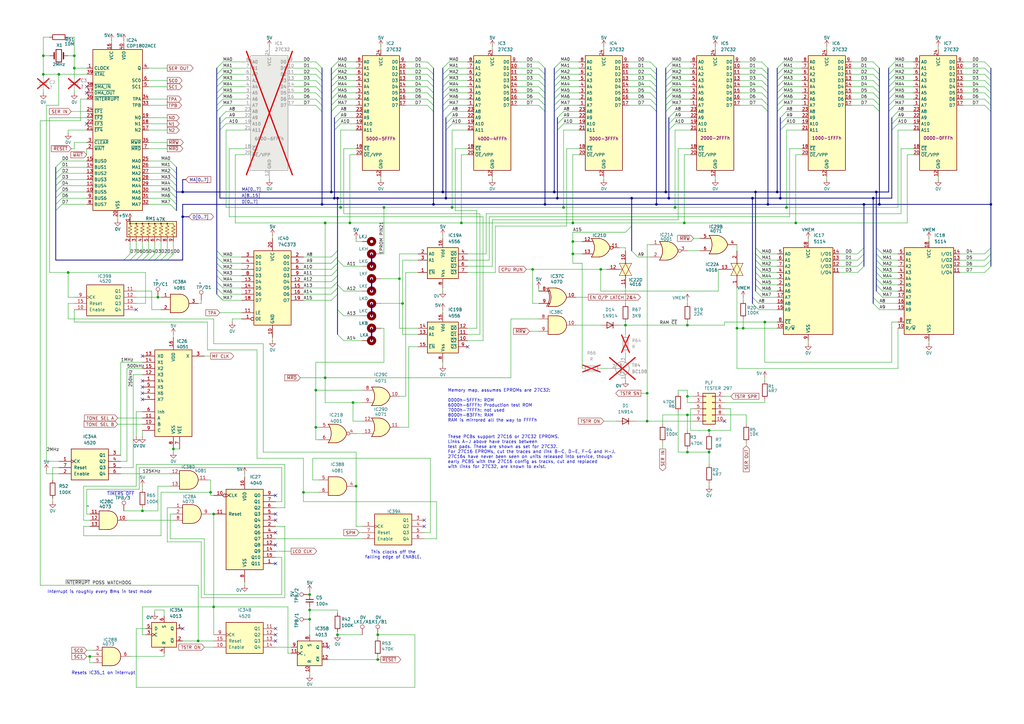
<source format=kicad_sch>
(kicad_sch (version 20231120) (generator "eeschema") (generator_version "8.0")
  (paper "A3")
  (lib_symbols
    (symbol "27C32_1"
      (property "Reference" "U" (at -7.62 24.13 0))
      (property "Value" "27C32" (at 2.286 -25.654 0))
      (property "Address" "X000-XFFFh" (at 0 -11.176 0))
      (symbol "27C32_1_1_1"
        (pin input line (at -10.16 2.54 0) (length 2.54) (name "A7") (number "1"))
        (pin tri_state line (at 10.16 17.78 180) (length 2.54) (name "D1") (number "10"))
        (pin tri_state line (at 10.16 15.24 180) (length 2.54) (name "D2") (number "11"))
        (pin power_in line (at 0 -26.67 90) (length 2.54) (name "GND") (number "12"))
        (pin tri_state line (at 10.16 12.7 180) (length 2.54) (name "D3") (number "13"))
        (pin tri_state line (at 10.16 10.16 180) (length 2.54) (name "D4") (number "14"))
        (pin tri_state line (at 10.16 7.62 180) (length 2.54) (name "D5") (number "15"))
        (pin tri_state line (at 10.16 5.08 180) (length 2.54) (name "D6") (number "16"))
        (pin tri_state line (at 10.16 2.54 180) (length 2.54) (name "D7") (number "17"))
        (pin input line (at -10.16 -15.24 0) (length 2.54) (name "~{CE}") (number "18"))
        (pin input line (at -10.16 -5.08 0) (length 2.54) (name "A10") (number "19"))
        (pin input line (at -10.16 5.08 0) (length 2.54) (name "A6") (number "2"))
        (pin input line (at -10.16 -17.78 0) (length 2.54) (name "~{OE}/VPP") (number "20"))
        (pin input line (at -10.16 -7.62 0) (length 2.54) (name "A11") (number "21"))
        (pin input line (at -10.16 -2.54 0) (length 2.54) (name "A9") (number "22"))
        (pin input line (at -10.16 0 0) (length 2.54) (name "A8") (number "23"))
        (pin power_in line (at 0 25.4 270) (length 2.54) (name "VCC") (number "24"))
        (pin input line (at -10.16 7.62 0) (length 2.54) (name "A5") (number "3"))
        (pin input line (at -10.16 10.16 0) (length 2.54) (name "A4") (number "4"))
        (pin input line (at -10.16 12.7 0) (length 2.54) (name "A3") (number "5"))
        (pin input line (at -10.16 15.24 0) (length 2.54) (name "A2") (number "6"))
        (pin input line (at -10.16 17.78 0) (length 2.54) (name "A1") (number "7"))
        (pin input line (at -10.16 20.32 0) (length 2.54) (name "A0") (number "8"))
        (pin tri_state line (at 10.16 20.32 180) (length 2.54) (name "D0") (number "9"))
      )
    )
    (symbol "27C32_2"
      (property "Reference" "U" (at -7.62 24.13 0))
      (property "Value" "27C32" (at 2.286 -25.654 0))
      (property "Address" "X000-XFFFh" (at 0 -11.176 0))
      (symbol "27C32_2_1_1"
        (pin input line (at -10.16 2.54 0) (length 2.54) (name "A7") (number "1"))
        (pin tri_state line (at 10.16 17.78 180) (length 2.54) (name "D1") (number "10"))
        (pin tri_state line (at 10.16 15.24 180) (length 2.54) (name "D2") (number "11"))
        (pin power_in line (at 0 -26.67 90) (length 2.54) (name "GND") (number "12"))
        (pin tri_state line (at 10.16 12.7 180) (length 2.54) (name "D3") (number "13"))
        (pin tri_state line (at 10.16 10.16 180) (length 2.54) (name "D4") (number "14"))
        (pin tri_state line (at 10.16 7.62 180) (length 2.54) (name "D5") (number "15"))
        (pin tri_state line (at 10.16 5.08 180) (length 2.54) (name "D6") (number "16"))
        (pin tri_state line (at 10.16 2.54 180) (length 2.54) (name "D7") (number "17"))
        (pin input line (at -10.16 -15.24 0) (length 2.54) (name "~{CE}") (number "18"))
        (pin input line (at -10.16 -5.08 0) (length 2.54) (name "A10") (number "19"))
        (pin input line (at -10.16 5.08 0) (length 2.54) (name "A6") (number "2"))
        (pin input line (at -10.16 -17.78 0) (length 2.54) (name "~{OE}/VPP") (number "20"))
        (pin input line (at -10.16 -7.62 0) (length 2.54) (name "A11") (number "21"))
        (pin input line (at -10.16 -2.54 0) (length 2.54) (name "A9") (number "22"))
        (pin input line (at -10.16 0 0) (length 2.54) (name "A8") (number "23"))
        (pin power_in line (at 0 25.4 270) (length 2.54) (name "VCC") (number "24"))
        (pin input line (at -10.16 7.62 0) (length 2.54) (name "A5") (number "3"))
        (pin input line (at -10.16 10.16 0) (length 2.54) (name "A4") (number "4"))
        (pin input line (at -10.16 12.7 0) (length 2.54) (name "A3") (number "5"))
        (pin input line (at -10.16 15.24 0) (length 2.54) (name "A2") (number "6"))
        (pin input line (at -10.16 17.78 0) (length 2.54) (name "A1") (number "7"))
        (pin input line (at -10.16 20.32 0) (length 2.54) (name "A0") (number "8"))
        (pin tri_state line (at 10.16 20.32 180) (length 2.54) (name "D0") (number "9"))
      )
    )
    (symbol "27C32_3"
      (property "Reference" "U" (at -7.62 24.13 0))
      (property "Value" "27C32" (at 2.286 -25.654 0))
      (property "Address" "X000-XFFFh" (at 0 -11.176 0))
      (symbol "27C32_3_1_1"
        (pin input line (at -10.16 2.54 0) (length 2.54) (name "A7") (number "1"))
        (pin tri_state line (at 10.16 17.78 180) (length 2.54) (name "D1") (number "10"))
        (pin tri_state line (at 10.16 15.24 180) (length 2.54) (name "D2") (number "11"))
        (pin power_in line (at 0 -26.67 90) (length 2.54) (name "GND") (number "12"))
        (pin tri_state line (at 10.16 12.7 180) (length 2.54) (name "D3") (number "13"))
        (pin tri_state line (at 10.16 10.16 180) (length 2.54) (name "D4") (number "14"))
        (pin tri_state line (at 10.16 7.62 180) (length 2.54) (name "D5") (number "15"))
        (pin tri_state line (at 10.16 5.08 180) (length 2.54) (name "D6") (number "16"))
        (pin tri_state line (at 10.16 2.54 180) (length 2.54) (name "D7") (number "17"))
        (pin input line (at -10.16 -15.24 0) (length 2.54) (name "~{CE}") (number "18"))
        (pin input line (at -10.16 -5.08 0) (length 2.54) (name "A10") (number "19"))
        (pin input line (at -10.16 5.08 0) (length 2.54) (name "A6") (number "2"))
        (pin input line (at -10.16 -17.78 0) (length 2.54) (name "~{OE}/VPP") (number "20"))
        (pin input line (at -10.16 -7.62 0) (length 2.54) (name "A11") (number "21"))
        (pin input line (at -10.16 -2.54 0) (length 2.54) (name "A9") (number "22"))
        (pin input line (at -10.16 0 0) (length 2.54) (name "A8") (number "23"))
        (pin power_in line (at 0 25.4 270) (length 2.54) (name "VCC") (number "24"))
        (pin input line (at -10.16 7.62 0) (length 2.54) (name "A5") (number "3"))
        (pin input line (at -10.16 10.16 0) (length 2.54) (name "A4") (number "4"))
        (pin input line (at -10.16 12.7 0) (length 2.54) (name "A3") (number "5"))
        (pin input line (at -10.16 15.24 0) (length 2.54) (name "A2") (number "6"))
        (pin input line (at -10.16 17.78 0) (length 2.54) (name "A1") (number "7"))
        (pin input line (at -10.16 20.32 0) (length 2.54) (name "A0") (number "8"))
        (pin tri_state line (at 10.16 20.32 180) (length 2.54) (name "D0") (number "9"))
      )
    )
    (symbol "27C32_4"
      (property "Reference" "U" (at -7.62 24.13 0))
      (property "Value" "27C32" (at 2.286 -25.654 0))
      (property "Address" "X000-XFFFh" (at 0 -11.176 0))
      (symbol "27C32_4_1_1"
        (pin input line (at -10.16 2.54 0) (length 2.54) (name "A7") (number "1"))
        (pin tri_state line (at 10.16 17.78 180) (length 2.54) (name "D1") (number "10"))
        (pin tri_state line (at 10.16 15.24 180) (length 2.54) (name "D2") (number "11"))
        (pin power_in line (at 0 -26.67 90) (length 2.54) (name "GND") (number "12"))
        (pin tri_state line (at 10.16 12.7 180) (length 2.54) (name "D3") (number "13"))
        (pin tri_state line (at 10.16 10.16 180) (length 2.54) (name "D4") (number "14"))
        (pin tri_state line (at 10.16 7.62 180) (length 2.54) (name "D5") (number "15"))
        (pin tri_state line (at 10.16 5.08 180) (length 2.54) (name "D6") (number "16"))
        (pin tri_state line (at 10.16 2.54 180) (length 2.54) (name "D7") (number "17"))
        (pin input line (at -10.16 -15.24 0) (length 2.54) (name "~{CE}") (number "18"))
        (pin input line (at -10.16 -5.08 0) (length 2.54) (name "A10") (number "19"))
        (pin input line (at -10.16 5.08 0) (length 2.54) (name "A6") (number "2"))
        (pin input line (at -10.16 -17.78 0) (length 2.54) (name "~{OE}/VPP") (number "20"))
        (pin input line (at -10.16 -7.62 0) (length 2.54) (name "A11") (number "21"))
        (pin input line (at -10.16 -2.54 0) (length 2.54) (name "A9") (number "22"))
        (pin input line (at -10.16 0 0) (length 2.54) (name "A8") (number "23"))
        (pin power_in line (at 0 25.4 270) (length 2.54) (name "VCC") (number "24"))
        (pin input line (at -10.16 7.62 0) (length 2.54) (name "A5") (number "3"))
        (pin input line (at -10.16 10.16 0) (length 2.54) (name "A4") (number "4"))
        (pin input line (at -10.16 12.7 0) (length 2.54) (name "A3") (number "5"))
        (pin input line (at -10.16 15.24 0) (length 2.54) (name "A2") (number "6"))
        (pin input line (at -10.16 17.78 0) (length 2.54) (name "A1") (number "7"))
        (pin input line (at -10.16 20.32 0) (length 2.54) (name "A0") (number "8"))
        (pin tri_state line (at 10.16 20.32 180) (length 2.54) (name "D0") (number "9"))
      )
    )
    (symbol "4xxx:4001" (pin_names (offset 1.016))
      (property "Reference" "U" (at 0 1.27 0))
      (property "Value" "4001" (at 0 -1.27 0))
      (symbol "4001_1_1"
        (pin input line (at -7.62 2.54 0) (length 4.318) (name "~") (number "1"))
        (pin input line (at -7.62 -2.54 0) (length 4.318) (name "~") (number "2"))
        (pin output inverted (at 7.62 0 180) (length 3.81) (name "~") (number "3"))
      )
      (symbol "4001_1_2"
        (pin input inverted (at -7.62 2.54 0) (length 3.81) (name "~") (number "1"))
        (pin input inverted (at -7.62 -2.54 0) (length 3.81) (name "~") (number "2"))
        (pin output line (at 7.62 0 180) (length 3.81) (name "~") (number "3"))
      )
      (symbol "4001_2_1"
        (pin output inverted (at 7.62 0 180) (length 3.81) (name "~") (number "4"))
        (pin input line (at -7.62 2.54 0) (length 4.318) (name "~") (number "5"))
        (pin input line (at -7.62 -2.54 0) (length 4.318) (name "~") (number "6"))
      )
      (symbol "4001_2_2"
        (pin output line (at 7.62 0 180) (length 3.81) (name "~") (number "4"))
        (pin input inverted (at -7.62 2.54 0) (length 3.81) (name "~") (number "5"))
        (pin input inverted (at -7.62 -2.54 0) (length 3.81) (name "~") (number "6"))
      )
      (symbol "4001_3_1"
        (pin output inverted (at 7.62 0 180) (length 3.81) (name "~") (number "10"))
        (pin input line (at -7.62 2.54 0) (length 4.318) (name "~") (number "8"))
        (pin input line (at -7.62 -2.54 0) (length 4.318) (name "~") (number "9"))
      )
      (symbol "4001_3_2"
        (pin output line (at 7.62 0 180) (length 3.81) (name "~") (number "10"))
        (pin input inverted (at -7.62 2.54 0) (length 3.81) (name "~") (number "8"))
        (pin input inverted (at -7.62 -2.54 0) (length 3.81) (name "~") (number "9"))
      )
      (symbol "4001_4_1"
        (pin output inverted (at 7.62 0 180) (length 3.81) (name "~") (number "11"))
        (pin input line (at -7.62 2.54 0) (length 4.318) (name "~") (number "12"))
        (pin input line (at -7.62 -2.54 0) (length 4.318) (name "~") (number "13"))
      )
      (symbol "4001_4_2"
        (pin output line (at 7.62 0 180) (length 3.81) (name "~") (number "11"))
        (pin input inverted (at -7.62 2.54 0) (length 3.81) (name "~") (number "12"))
        (pin input inverted (at -7.62 -2.54 0) (length 3.81) (name "~") (number "13"))
      )
      (symbol "4001_5_0"
        (pin power_in line (at 0 12.7 270) (length 5.08) (name "VDD") (number "14"))
        (pin power_in line (at 0 -12.7 90) (length 5.08) (name "VSS") (number "7"))
      )
    )
    (symbol "4xxx:4013" (pin_names (offset 1.016))
      (property "Reference" "U" (at -7.62 8.89 0))
      (property "Value" "4013" (at -7.62 -8.89 0))
      (symbol "4013_1_1"
        (pin output line (at 7.62 2.54 180) (length 2.54) (name "Q") (number "1"))
        (pin output line (at 7.62 -2.54 180) (length 2.54) (name "~{Q}") (number "2"))
        (pin input clock (at -7.62 0 0) (length 2.54) (name "C") (number "3"))
        (pin input line (at 0 -7.62 90) (length 2.54) (name "R") (number "4"))
        (pin input line (at -7.62 2.54 0) (length 2.54) (name "D") (number "5"))
        (pin input line (at 0 7.62 270) (length 2.54) (name "S") (number "6"))
      )
      (symbol "4013_2_1"
        (pin input line (at 0 -7.62 90) (length 2.54) (name "R") (number "10"))
        (pin input clock (at -7.62 0 0) (length 2.54) (name "C") (number "11"))
        (pin output line (at 7.62 -2.54 180) (length 2.54) (name "~{Q}") (number "12"))
        (pin output line (at 7.62 2.54 180) (length 2.54) (name "Q") (number "13"))
        (pin input line (at 0 7.62 270) (length 2.54) (name "S") (number "8"))
        (pin input line (at -7.62 2.54 0) (length 2.54) (name "D") (number "9"))
      )
      (symbol "4013_3_0"
        (pin power_in line (at 0 10.16 270) (length 2.54) (name "VDD") (number "14"))
        (pin power_in line (at 0 -10.16 90) (length 2.54) (name "VSS") (number "7"))
      )
    )
    (symbol "4xxx:4016" (pin_names (offset 1.016))
      (property "Reference" "U" (at -7.62 8.89 0))
      (property "Value" "4016" (at -7.62 -8.89 0))
      (symbol "4016_1_0"
        (pin passive line (at -7.62 0 0) (length 5.08) (name "~") (number "1"))
        (pin input line (at 0 7.62 270) (length 5.08) (name "~") (number "13"))
        (pin passive line (at 7.62 0 180) (length 5.08) (name "~") (number "2"))
      )
      (symbol "4016_2_0"
        (pin passive line (at 7.62 0 180) (length 5.08) (name "~") (number "3"))
        (pin passive line (at -7.62 0 0) (length 5.08) (name "~") (number "4"))
        (pin input line (at 0 7.62 270) (length 5.08) (name "~") (number "5"))
      )
      (symbol "4016_3_0"
        (pin input line (at 0 7.62 270) (length 5.08) (name "~") (number "6"))
        (pin passive line (at -7.62 0 0) (length 5.08) (name "~") (number "8"))
        (pin passive line (at 7.62 0 180) (length 5.08) (name "~") (number "9"))
      )
      (symbol "4016_4_0"
        (pin passive line (at 7.62 0 180) (length 5.08) (name "~") (number "10"))
        (pin passive line (at -7.62 0 0) (length 5.08) (name "~") (number "11"))
        (pin input line (at 0 7.62 270) (length 5.08) (name "~") (number "12"))
      )
      (symbol "4016_5_0"
        (pin power_in line (at 0 12.7 270) (length 5.08) (name "VDD") (number "14"))
        (pin power_in line (at 0 -12.7 90) (length 5.08) (name "VSS") (number "7"))
      )
    )
    (symbol "4xxx:4040" (pin_names (offset 1.016))
      (property "Reference" "U" (at -7.62 16.51 0))
      (property "Value" "4040" (at -7.62 -19.05 0))
      (symbol "4040_1_0"
        (pin output line (at 12.7 -15.24 180) (length 5.08) (name "Q11") (number "1"))
        (pin input inverted_clock (at -12.7 12.7 0) (length 5.08) (name "CLK") (number "10"))
        (pin input line (at -12.7 5.08 0) (length 5.08) (name "Reset") (number "11"))
        (pin output line (at 12.7 -7.62 180) (length 5.08) (name "Q8") (number "12"))
        (pin output line (at 12.7 -5.08 180) (length 5.08) (name "Q7") (number "13"))
        (pin output line (at 12.7 -10.16 180) (length 5.08) (name "Q9") (number "14"))
        (pin output line (at 12.7 -12.7 180) (length 5.08) (name "Q10") (number "15"))
        (pin power_in line (at 0 20.32 270) (length 5.08) (name "VDD") (number "16"))
        (pin output line (at 12.7 0 180) (length 5.08) (name "Q5") (number "2"))
        (pin output line (at 12.7 2.54 180) (length 5.08) (name "Q4") (number "3"))
        (pin output line (at 12.7 -2.54 180) (length 5.08) (name "Q6") (number "4"))
        (pin output line (at 12.7 5.08 180) (length 5.08) (name "Q3") (number "5"))
        (pin output line (at 12.7 7.62 180) (length 5.08) (name "Q2") (number "6"))
        (pin output line (at 12.7 10.16 180) (length 5.08) (name "Q1") (number "7"))
        (pin power_in line (at 0 -22.86 90) (length 5.08) (name "VSS") (number "8"))
        (pin output line (at 12.7 12.7 180) (length 5.08) (name "Q0") (number "9"))
      )
    )
    (symbol "4xxx:4051" (pin_names (offset 1.016))
      (property "Reference" "U" (at -7.62 19.05 0))
      (property "Value" "4051" (at -7.62 -19.05 0))
      (symbol "4051_1_0"
        (pin passive line (at -12.7 5.08 0) (length 5.08) (name "X4") (number "1"))
        (pin input line (at -12.7 -12.7 0) (length 5.08) (name "B") (number "10"))
        (pin input line (at -12.7 -10.16 0) (length 5.08) (name "A") (number "11"))
        (pin passive line (at -12.7 7.62 0) (length 5.08) (name "X3") (number "12"))
        (pin passive line (at -12.7 15.24 0) (length 5.08) (name "X0") (number "13"))
        (pin passive line (at -12.7 12.7 0) (length 5.08) (name "X1") (number "14"))
        (pin passive line (at -12.7 10.16 0) (length 5.08) (name "X2") (number "15"))
        (pin power_in line (at 0 22.86 270) (length 5.08) (name "VDD") (number "16"))
        (pin passive line (at -12.7 0 0) (length 5.08) (name "X6") (number "2"))
        (pin passive line (at 12.7 15.24 180) (length 5.08) (name "X") (number "3"))
        (pin passive line (at -12.7 -2.54 0) (length 5.08) (name "X7") (number "4"))
        (pin passive line (at -12.7 2.54 0) (length 5.08) (name "X5") (number "5"))
        (pin input line (at -12.7 -7.62 0) (length 5.08) (name "Inh") (number "6"))
        (pin power_in line (at 2.54 -22.86 90) (length 5.08) (name "VEE") (number "7"))
        (pin power_in line (at 0 -22.86 90) (length 5.08) (name "VSS") (number "8"))
        (pin input line (at -12.7 -15.24 0) (length 5.08) (name "C") (number "9"))
      )
    )
    (symbol "4xxx:4070" (pin_names (offset 1.016))
      (property "Reference" "U" (at 0 1.27 0))
      (property "Value" "4070" (at 0 -1.27 0))
      (symbol "4070_1_0"
        (pin input line (at -7.62 2.54 0) (length 4.445) (name "~") (number "1"))
        (pin input line (at -7.62 -2.54 0) (length 4.445) (name "~") (number "2"))
        (pin output line (at 7.62 0 180) (length 3.81) (name "~") (number "3"))
      )
      (symbol "4070_2_0"
        (pin output line (at 7.62 0 180) (length 3.81) (name "~") (number "4"))
        (pin input line (at -7.62 2.54 0) (length 4.445) (name "~") (number "5"))
        (pin input line (at -7.62 -2.54 0) (length 4.445) (name "~") (number "6"))
      )
      (symbol "4070_3_0"
        (pin output line (at 7.62 0 180) (length 3.81) (name "~") (number "10"))
        (pin input line (at -7.62 2.54 0) (length 4.445) (name "~") (number "8"))
        (pin input line (at -7.62 -2.54 0) (length 4.445) (name "~") (number "9"))
      )
      (symbol "4070_4_0"
        (pin output line (at 7.62 0 180) (length 3.81) (name "~") (number "11"))
        (pin input line (at -7.62 2.54 0) (length 4.445) (name "~") (number "12"))
        (pin input line (at -7.62 -2.54 0) (length 4.445) (name "~") (number "13"))
      )
      (symbol "4070_5_0"
        (pin power_in line (at 0 12.7 270) (length 5.08) (name "VDD") (number "14"))
        (pin power_in line (at 0 -12.7 90) (length 5.08) (name "VSS") (number "7"))
      )
    )
    (symbol "4xxx:4071" (pin_names (offset 1.016))
      (property "Reference" "U" (at 0 1.27 0))
      (property "Value" "4071" (at 0 -1.27 0))
      (symbol "4071_1_1"
        (pin input line (at -7.62 2.54 0) (length 4.318) (name "~") (number "1"))
        (pin input line (at -7.62 -2.54 0) (length 4.318) (name "~") (number "2"))
        (pin output line (at 7.62 0 180) (length 3.81) (name "~") (number "3"))
      )
      (symbol "4071_1_2"
        (pin input inverted (at -7.62 2.54 0) (length 3.81) (name "~") (number "1"))
        (pin input inverted (at -7.62 -2.54 0) (length 3.81) (name "~") (number "2"))
        (pin output inverted (at 7.62 0 180) (length 3.81) (name "~") (number "3"))
      )
      (symbol "4071_2_1"
        (pin output line (at 7.62 0 180) (length 3.81) (name "~") (number "4"))
        (pin input line (at -7.62 2.54 0) (length 4.318) (name "~") (number "5"))
        (pin input line (at -7.62 -2.54 0) (length 4.318) (name "~") (number "6"))
      )
      (symbol "4071_2_2"
        (pin output inverted (at 7.62 0 180) (length 3.81) (name "~") (number "4"))
        (pin input inverted (at -7.62 2.54 0) (length 3.81) (name "~") (number "5"))
        (pin input inverted (at -7.62 -2.54 0) (length 3.81) (name "~") (number "6"))
      )
      (symbol "4071_3_1"
        (pin output line (at 7.62 0 180) (length 3.81) (name "~") (number "10"))
        (pin input line (at -7.62 2.54 0) (length 4.318) (name "~") (number "8"))
        (pin input line (at -7.62 -2.54 0) (length 4.318) (name "~") (number "9"))
      )
      (symbol "4071_3_2"
        (pin output inverted (at 7.62 0 180) (length 3.81) (name "~") (number "10"))
        (pin input inverted (at -7.62 2.54 0) (length 3.81) (name "~") (number "8"))
        (pin input inverted (at -7.62 -2.54 0) (length 3.81) (name "~") (number "9"))
      )
      (symbol "4071_4_1"
        (pin output line (at 7.62 0 180) (length 3.81) (name "~") (number "11"))
        (pin input line (at -7.62 2.54 0) (length 4.318) (name "~") (number "12"))
        (pin input line (at -7.62 -2.54 0) (length 4.318) (name "~") (number "13"))
      )
      (symbol "4071_4_2"
        (pin output inverted (at 7.62 0 180) (length 3.81) (name "~") (number "11"))
        (pin input inverted (at -7.62 2.54 0) (length 3.81) (name "~") (number "12"))
        (pin input inverted (at -7.62 -2.54 0) (length 3.81) (name "~") (number "13"))
      )
      (symbol "4071_5_0"
        (pin power_in line (at 0 12.7 270) (length 5.08) (name "VDD") (number "14"))
        (pin power_in line (at 0 -12.7 90) (length 5.08) (name "VSS") (number "7"))
      )
    )
    (symbol "4xxx:4073" (pin_names (offset 1.016))
      (property "Reference" "U" (at 0 1.27 0))
      (property "Value" "4073" (at 0 -1.27 0))
      (symbol "4073_1_1"
        (pin input line (at -7.62 2.54 0) (length 3.81) (name "~") (number "1"))
        (pin input line (at -7.62 0 0) (length 3.81) (name "~") (number "2"))
        (pin input line (at -7.62 -2.54 0) (length 3.81) (name "~") (number "8"))
        (pin output line (at 7.62 0 180) (length 3.81) (name "~") (number "9"))
      )
      (symbol "4073_1_2"
        (pin input inverted (at -7.62 2.54 0) (length 4.318) (name "~") (number "1"))
        (pin input inverted (at -7.62 0 0) (length 4.953) (name "~") (number "2"))
        (pin input inverted (at -7.62 -2.54 0) (length 4.318) (name "~") (number "8"))
        (pin output inverted (at 7.62 0 180) (length 3.81) (name "~") (number "9"))
      )
      (symbol "4073_2_1"
        (pin input line (at -7.62 2.54 0) (length 3.81) (name "~") (number "3"))
        (pin input line (at -7.62 0 0) (length 3.81) (name "~") (number "4"))
        (pin input line (at -7.62 -2.54 0) (length 3.81) (name "~") (number "5"))
        (pin output line (at 7.62 0 180) (length 3.81) (name "~") (number "6"))
      )
      (symbol "4073_2_2"
        (pin input inverted (at -7.62 2.54 0) (length 4.318) (name "~") (number "3"))
        (pin input inverted (at -7.62 0 0) (length 4.953) (name "~") (number "4"))
        (pin input inverted (at -7.62 -2.54 0) (length 4.318) (name "~") (number "5"))
        (pin output inverted (at 7.62 0 180) (length 3.81) (name "~") (number "6"))
      )
      (symbol "4073_3_1"
        (pin output line (at 7.62 0 180) (length 3.81) (name "~") (number "10"))
        (pin input line (at -7.62 2.54 0) (length 3.81) (name "~") (number "11"))
        (pin input line (at -7.62 0 0) (length 3.81) (name "~") (number "12"))
        (pin input line (at -7.62 -2.54 0) (length 3.81) (name "~") (number "13"))
      )
      (symbol "4073_3_2"
        (pin output inverted (at 7.62 0 180) (length 3.81) (name "~") (number "10"))
        (pin input inverted (at -7.62 2.54 0) (length 4.318) (name "~") (number "11"))
        (pin input inverted (at -7.62 0 0) (length 4.953) (name "~") (number "12"))
        (pin input inverted (at -7.62 -2.54 0) (length 4.318) (name "~") (number "13"))
      )
      (symbol "4073_4_0"
        (pin power_in line (at 0 12.7 270) (length 5.08) (name "VDD") (number "14"))
        (pin power_in line (at 0 -12.7 90) (length 5.08) (name "VSS") (number "7"))
      )
    )
    (symbol "4xxx:4081" (pin_names (offset 1.016))
      (property "Reference" "U" (at 0 1.27 0))
      (property "Value" "4081" (at 0 -1.27 0))
      (symbol "4081_1_1"
        (pin input line (at -7.62 2.54 0) (length 3.81) (name "~") (number "1"))
        (pin input line (at -7.62 -2.54 0) (length 3.81) (name "~") (number "2"))
        (pin output line (at 7.62 0 180) (length 3.81) (name "~") (number "3"))
      )
      (symbol "4081_1_2"
        (pin input inverted (at -7.62 2.54 0) (length 4.318) (name "~") (number "1"))
        (pin input inverted (at -7.62 -2.54 0) (length 4.318) (name "~") (number "2"))
        (pin output inverted (at 7.62 0 180) (length 3.81) (name "~") (number "3"))
      )
      (symbol "4081_2_1"
        (pin output line (at 7.62 0 180) (length 3.81) (name "~") (number "4"))
        (pin input line (at -7.62 2.54 0) (length 3.81) (name "~") (number "5"))
        (pin input line (at -7.62 -2.54 0) (length 3.81) (name "~") (number "6"))
      )
      (symbol "4081_2_2"
        (pin output inverted (at 7.62 0 180) (length 3.81) (name "~") (number "4"))
        (pin input inverted (at -7.62 2.54 0) (length 4.318) (name "~") (number "5"))
        (pin input inverted (at -7.62 -2.54 0) (length 4.318) (name "~") (number "6"))
      )
      (symbol "4081_3_1"
        (pin output line (at 7.62 0 180) (length 3.81) (name "~") (number "10"))
        (pin input line (at -7.62 2.54 0) (length 3.81) (name "~") (number "8"))
        (pin input line (at -7.62 -2.54 0) (length 3.81) (name "~") (number "9"))
      )
      (symbol "4081_3_2"
        (pin output inverted (at 7.62 0 180) (length 3.81) (name "~") (number "10"))
        (pin input inverted (at -7.62 2.54 0) (length 4.318) (name "~") (number "8"))
        (pin input inverted (at -7.62 -2.54 0) (length 4.318) (name "~") (number "9"))
      )
      (symbol "4081_4_1"
        (pin output line (at 7.62 0 180) (length 3.81) (name "~") (number "11"))
        (pin input line (at -7.62 2.54 0) (length 3.81) (name "~") (number "12"))
        (pin input line (at -7.62 -2.54 0) (length 3.81) (name "~") (number "13"))
      )
      (symbol "4081_4_2"
        (pin output inverted (at 7.62 0 180) (length 3.81) (name "~") (number "11"))
        (pin input inverted (at -7.62 2.54 0) (length 4.318) (name "~") (number "12"))
        (pin input inverted (at -7.62 -2.54 0) (length 4.318) (name "~") (number "13"))
      )
      (symbol "4081_5_0"
        (pin power_in line (at 0 12.7 270) (length 5.08) (name "VDD") (number "14"))
        (pin power_in line (at 0 -12.7 90) (length 5.08) (name "VSS") (number "7"))
      )
    )
    (symbol "4xxx:4520" (pin_names (offset 1.016))
      (property "Reference" "U" (at -7.62 8.89 0))
      (property "Value" "4520" (at -7.62 -8.89 0))
      (symbol "4520_1_0"
        (pin input clock (at -12.7 0 0) (length 5.08) (name "CK") (number "1"))
        (pin input line (at -12.7 -5.08 0) (length 5.08) (name "Enable") (number "2"))
        (pin output line (at 12.7 2.54 180) (length 5.08) (name "Q1") (number "3"))
        (pin output line (at 12.7 0 180) (length 5.08) (name "Q2") (number "4"))
        (pin output line (at 12.7 -2.54 180) (length 5.08) (name "Q3") (number "5"))
        (pin output line (at 12.7 -5.08 180) (length 5.08) (name "Q4") (number "6"))
        (pin input line (at -12.7 -2.54 0) (length 5.08) (name "Reset") (number "7"))
      )
      (symbol "4520_2_0"
        (pin input line (at -12.7 -5.08 0) (length 5.08) (name "Enable") (number "10"))
        (pin output line (at 12.7 2.54 180) (length 5.08) (name "Q1") (number "11"))
        (pin output line (at 12.7 0 180) (length 5.08) (name "Q2") (number "12"))
        (pin output line (at 12.7 -2.54 180) (length 5.08) (name "Q3") (number "13"))
        (pin output line (at 12.7 -5.08 180) (length 5.08) (name "Q4") (number "14"))
        (pin input line (at -12.7 -2.54 0) (length 5.08) (name "Reset") (number "15"))
        (pin input clock (at -12.7 0 0) (length 5.08) (name "CK") (number "9"))
      )
      (symbol "4520_3_0"
        (pin power_in line (at 0 12.7 270) (length 5.08) (name "VDD") (number "16"))
        (pin power_in line (at 0 -12.7 90) (length 5.08) (name "VSS") (number "8"))
      )
    )
    (symbol "4xxx_IEEE:4556"
      (property "Reference" "U" (at 5.08 8.89 0))
      (property "Value" "4556" (at 6.35 -8.89 0))
      (symbol "4556_0_1"
        (pin power_in line (at 0 10.16 270) (length 3.81) (name "Vdd") (number "16"))
        (pin power_in line (at 0 -10.16 90) (length 3.81) (name "Vss") (number "8"))
      )
      (symbol "4556_1_1"
        (pin input line (at -10.16 -3.81 0) (length 3.81) (name "~{EN}") (number "1"))
        (pin input line (at -10.16 3.81 0) (length 3.81) (name "A0") (number "2"))
        (pin input line (at -10.16 1.27 0) (length 3.81) (name "A1") (number "3"))
        (pin output line (at 10.16 3.81 180) (length 3.81) (name "~{Q0}") (number "4"))
        (pin output line (at 10.16 1.27 180) (length 3.81) (name "~{Q1}") (number "5"))
        (pin output line (at 10.16 -1.27 180) (length 3.81) (name "~{Q2}") (number "6"))
        (pin output line (at 10.16 -3.81 180) (length 3.81) (name "~{Q3}") (number "7"))
      )
      (symbol "4556_2_1"
        (pin output line (at 10.16 -1.27 180) (length 3.81) (name "~{Q2}") (number "10"))
        (pin output line (at 10.16 1.27 180) (length 3.81) (name "~{Q1}") (number "11"))
        (pin output line (at 10.16 3.81 180) (length 3.81) (name "~{Q0}") (number "12"))
        (pin input line (at -10.16 1.27 0) (length 3.81) (name "A1") (number "13"))
        (pin input line (at -10.16 3.81 0) (length 3.81) (name "A0") (number "14"))
        (pin input line (at -10.16 -3.81 0) (length 3.81) (name "~{EN}") (number "15"))
        (pin output line (at 10.16 -3.81 180) (length 3.81) (name "~{Q3}") (number "9"))
      )
    )
    (symbol "74xx:74LS373"
      (property "Reference" "U" (at -7.62 16.51 0))
      (property "Value" "74LS373" (at -7.62 -16.51 0))
      (symbol "74LS373_1_0"
        (pin input inverted (at -12.7 -12.7 0) (length 5.08) (name "OE") (number "1"))
        (pin power_in line (at 0 -20.32 90) (length 5.08) (name "GND") (number "10"))
        (pin input line (at -12.7 -10.16 0) (length 5.08) (name "LE") (number "11"))
        (pin tri_state line (at 12.7 2.54 180) (length 5.08) (name "O4") (number "12"))
        (pin input line (at -12.7 2.54 0) (length 5.08) (name "D4") (number "13"))
        (pin input line (at -12.7 0 0) (length 5.08) (name "D5") (number "14"))
        (pin tri_state line (at 12.7 0 180) (length 5.08) (name "O5") (number "15"))
        (pin tri_state line (at 12.7 -2.54 180) (length 5.08) (name "O6") (number "16"))
        (pin input line (at -12.7 -2.54 0) (length 5.08) (name "D6") (number "17"))
        (pin input line (at -12.7 -5.08 0) (length 5.08) (name "D7") (number "18"))
        (pin tri_state line (at 12.7 -5.08 180) (length 5.08) (name "O7") (number "19"))
        (pin tri_state line (at 12.7 12.7 180) (length 5.08) (name "O0") (number "2"))
        (pin power_in line (at 0 20.32 270) (length 5.08) (name "VCC") (number "20"))
        (pin input line (at -12.7 12.7 0) (length 5.08) (name "D0") (number "3"))
        (pin input line (at -12.7 10.16 0) (length 5.08) (name "D1") (number "4"))
        (pin tri_state line (at 12.7 10.16 180) (length 5.08) (name "O1") (number "5"))
        (pin tri_state line (at 12.7 7.62 180) (length 5.08) (name "O2") (number "6"))
        (pin input line (at -12.7 7.62 0) (length 5.08) (name "D2") (number "7"))
        (pin input line (at -12.7 5.08 0) (length 5.08) (name "D3") (number "8"))
        (pin tri_state line (at 12.7 5.08 180) (length 5.08) (name "O3") (number "9"))
      )
    )
    (symbol "CPU:CDP1802ACE"
      (property "Reference" "U" (at -10.16 34.29 0))
      (property "Value" "CDP1802ACE" (at 3.81 34.29 0))
      (symbol "CDP1802ACE_1_1"
        (pin input line (at -12.7 25.4 0) (length 2.54) (name "CLOCK") (number "1"))
        (pin bidirectional line (at -12.7 -25.4 0) (length 2.54) (name "BUS5") (number "10"))
        (pin bidirectional line (at -12.7 -22.86 0) (length 2.54) (name "BUS4") (number "11"))
        (pin bidirectional line (at -12.7 -20.32 0) (length 2.54) (name "BUS3") (number "12"))
        (pin bidirectional line (at -12.7 -17.78 0) (length 2.54) (name "BUS2") (number "13"))
        (pin bidirectional line (at -12.7 -15.24 0) (length 2.54) (name "BUS1") (number "14"))
        (pin bidirectional line (at -12.7 -12.7 0) (length 2.54) (name "BUS0") (number "15"))
        (pin power_in line (at -2.54 35.56 270) (length 2.54) (name "VCC") (number "16"))
        (pin output line (at 12.7 0 180) (length 2.54) (name "N2") (number "17"))
        (pin output line (at 12.7 2.54 180) (length 2.54) (name "N1") (number "18"))
        (pin output line (at 12.7 5.08 180) (length 2.54) (name "N0") (number "19"))
        (pin input line (at -12.7 -7.62 0) (length 2.54) (name "~{WAIT}") (number "2"))
        (pin power_in line (at 0 -35.56 90) (length 2.54) (name "VSS") (number "20"))
        (pin input line (at -12.7 0 0) (length 2.54) (name "~{EF4}") (number "21"))
        (pin input line (at -12.7 2.54 0) (length 2.54) (name "~{EF3}") (number "22"))
        (pin input line (at -12.7 5.08 0) (length 2.54) (name "~{EF2}") (number "23"))
        (pin input line (at -12.7 7.62 0) (length 2.54) (name "~{EF1}") (number "24"))
        (pin output line (at 12.7 -12.7 180) (length 2.54) (name "MA0") (number "25"))
        (pin output line (at 12.7 -15.24 180) (length 2.54) (name "MA1") (number "26"))
        (pin output line (at 12.7 -17.78 180) (length 2.54) (name "MA2") (number "27"))
        (pin output line (at 12.7 -20.32 180) (length 2.54) (name "MA3") (number "28"))
        (pin output line (at 12.7 -22.86 180) (length 2.54) (name "MA4") (number "29"))
        (pin input line (at -12.7 -5.08 0) (length 2.54) (name "~{CLEAR}") (number "3"))
        (pin output line (at 12.7 -25.4 180) (length 2.54) (name "MA5") (number "30"))
        (pin output line (at 12.7 -27.94 180) (length 2.54) (name "MA6") (number "31"))
        (pin output line (at 12.7 -30.48 180) (length 2.54) (name "MA7") (number "32"))
        (pin output line (at 12.7 10.16 180) (length 2.54) (name "TPB") (number "33"))
        (pin output line (at 12.7 12.7 180) (length 2.54) (name "TPA") (number "34"))
        (pin output line (at 12.7 -5.08 180) (length 2.54) (name "~{MWR}") (number "35"))
        (pin input line (at -12.7 12.7 0) (length 2.54) (name "~{INTERRUPT}") (number "36"))
        (pin input line (at -12.7 15.24 0) (length 2.54) (name "~{DMA_OUT}") (number "37"))
        (pin input line (at -12.7 17.78 0) (length 2.54) (name "~{DMA_IN}") (number "38"))
        (pin output line (at -12.7 22.86 0) (length 2.54) (name "~{XTAL}") (number "39"))
        (pin output line (at 12.7 25.4 180) (length 2.54) (name "Q") (number "4"))
        (pin power_in line (at 2.54 35.56 270) (length 2.54) (name "VDD") (number "40"))
        (pin output line (at 12.7 17.78 180) (length 2.54) (name "SC1") (number "5"))
        (pin output line (at 12.7 20.32 180) (length 2.54) (name "SC0") (number "6"))
        (pin output line (at 12.7 -7.62 180) (length 2.54) (name "~{MRD}") (number "7"))
        (pin bidirectional line (at -12.7 -30.48 0) (length 2.54) (name "BUS7") (number "8"))
        (pin bidirectional line (at -12.7 -27.94 0) (length 2.54) (name "BUS6") (number "9"))
      )
    )
    (symbol "Connector:TestPoint" (pin_numbers hide) (pin_names (offset 0.762) hide)
      (property "Reference" "TP" (at 0 6.858 0))
      (property "Value" "TestPoint" (at 0 5.08 0))
      (symbol "TestPoint_1_1"
        (pin passive line (at 0 0 90) (length 2.54) (name "1") (number "1"))
      )
    )
    (symbol "Connector_Generic:Conn_02x05_Odd_Even" (pin_names (offset 1.016) hide)
      (property "Reference" "J" (at 1.27 7.62 0))
      (property "Value" "Conn_02x05_Odd_Even" (at 1.27 -7.62 0))
      (symbol "Conn_02x05_Odd_Even_1_1"
        (pin passive line (at -5.08 5.08 0) (length 3.81) (name "Pin_1") (number "1"))
        (pin passive line (at 7.62 -5.08 180) (length 3.81) (name "Pin_10") (number "10"))
        (pin passive line (at 7.62 5.08 180) (length 3.81) (name "Pin_2") (number "2"))
        (pin passive line (at -5.08 2.54 0) (length 3.81) (name "Pin_3") (number "3"))
        (pin passive line (at 7.62 2.54 180) (length 3.81) (name "Pin_4") (number "4"))
        (pin passive line (at -5.08 0 0) (length 3.81) (name "Pin_5") (number "5"))
        (pin passive line (at 7.62 0 180) (length 3.81) (name "Pin_6") (number "6"))
        (pin passive line (at -5.08 -2.54 0) (length 3.81) (name "Pin_7") (number "7"))
        (pin passive line (at 7.62 -2.54 180) (length 3.81) (name "Pin_8") (number "8"))
        (pin passive line (at -5.08 -5.08 0) (length 3.81) (name "Pin_9") (number "9"))
      )
    )
    (symbol "Device:C_Small" (pin_numbers hide) (pin_names (offset 0.254) hide)
      (property "Reference" "C" (at 0.254 1.778 0))
      (property "Value" "C_Small" (at 0.254 -2.032 0))
      (symbol "C_Small_1_1"
        (pin passive line (at 0 2.54 270) (length 2.032) (name "~") (number "1"))
        (pin passive line (at 0 -2.54 90) (length 2.032) (name "~") (number "2"))
      )
    )
    (symbol "Device:Crystal" (pin_numbers hide) (pin_names (offset 1.016) hide)
      (property "Reference" "Y" (at 0 3.81 0))
      (property "Value" "Crystal" (at 0 -3.81 0))
      (symbol "Crystal_1_1"
        (pin passive line (at -3.81 0 0) (length 1.27) (name "1") (number "1"))
        (pin passive line (at 3.81 0 180) (length 1.27) (name "2") (number "2"))
      )
    )
    (symbol "Device:R" (pin_numbers hide) (pin_names (offset 0))
      (property "Reference" "R" (at 2.032 0 90))
      (property "Value" "R" (at 0 0 90))
      (symbol "R_1_1"
        (pin passive line (at 0 3.81 270) (length 1.27) (name "~") (number "1"))
        (pin passive line (at 0 -3.81 90) (length 1.27) (name "~") (number "2"))
      )
    )
    (symbol "Device:R_Network08_US" (pin_names (offset 0) hide)
      (property "Reference" "RN" (at -12.7 0 90))
      (property "Value" "R_Network08_US" (at 10.16 0 90))
      (symbol "R_Network08_US_1_1"
        (pin passive line (at -10.16 5.08 270) (length 2.54) (name "common") (number "1"))
        (pin passive line (at -10.16 -5.08 90) (length 1.27) (name "R1") (number "2"))
        (pin passive line (at -7.62 -5.08 90) (length 1.27) (name "R2") (number "3"))
        (pin passive line (at -5.08 -5.08 90) (length 1.27) (name "R3") (number "4"))
        (pin passive line (at -2.54 -5.08 90) (length 1.27) (name "R4") (number "5"))
        (pin passive line (at 0 -5.08 90) (length 1.27) (name "R5") (number "6"))
        (pin passive line (at 2.54 -5.08 90) (length 1.27) (name "R6") (number "7"))
        (pin passive line (at 5.08 -5.08 90) (length 1.27) (name "R7") (number "8"))
        (pin passive line (at 7.62 -5.08 90) (length 1.27) (name "R8") (number "9"))
      )
    )
    (symbol "Diode:1N914" (pin_numbers hide) (pin_names hide)
      (property "Reference" "D" (at 0 2.54 0))
      (property "Value" "1N914" (at 0 -2.54 0))
      (symbol "1N914_1_1"
        (pin passive line (at -3.81 0 0) (length 2.54) (name "K") (number "1"))
        (pin passive line (at 3.81 0 180) (length 2.54) (name "A") (number "2"))
      )
    )
    (symbol "Mechanical:MountingHole_Pad_MP" (pin_numbers hide) (pin_names (offset 1.016) hide) (exclude_from_sim yes) (in_bom no)
      (property "Reference" "H" (at 0 6.35 0))
      (property "Value" "MountingHole_Pad_MP" (at 0 4.445 0))
      (symbol "MountingHole_Pad_MP_1_1"
        (pin input line (at 0 -2.54 90) (length 2.54) (name "MP") (number "MP"))
      )
    )
    (symbol "Memory_EPROM:27C32"
      (property "Reference" "U" (at -7.62 24.13 0))
      (property "Value" "27C32" (at 2.286 -25.654 0))
      (property "Address" "X000-XFFFh" (at 0 -11.176 0))
      (symbol "27C32_1_1"
        (pin input line (at -10.16 2.54 0) (length 2.54) (name "A7") (number "1"))
        (pin tri_state line (at 10.16 17.78 180) (length 2.54) (name "D1") (number "10"))
        (pin tri_state line (at 10.16 15.24 180) (length 2.54) (name "D2") (number "11"))
        (pin power_in line (at 0 -26.67 90) (length 2.54) (name "GND") (number "12"))
        (pin tri_state line (at 10.16 12.7 180) (length 2.54) (name "D3") (number "13"))
        (pin tri_state line (at 10.16 10.16 180) (length 2.54) (name "D4") (number "14"))
        (pin tri_state line (at 10.16 7.62 180) (length 2.54) (name "D5") (number "15"))
        (pin tri_state line (at 10.16 5.08 180) (length 2.54) (name "D6") (number "16"))
        (pin tri_state line (at 10.16 2.54 180) (length 2.54) (name "D7") (number "17"))
        (pin input line (at -10.16 -15.24 0) (length 2.54) (name "~{CE}") (number "18"))
        (pin input line (at -10.16 -5.08 0) (length 2.54) (name "A10") (number "19"))
        (pin input line (at -10.16 5.08 0) (length 2.54) (name "A6") (number "2"))
        (pin input line (at -10.16 -17.78 0) (length 2.54) (name "~{OE}/VPP") (number "20"))
        (pin input line (at -10.16 -7.62 0) (length 2.54) (name "A11") (number "21"))
        (pin input line (at -10.16 -2.54 0) (length 2.54) (name "A9") (number "22"))
        (pin input line (at -10.16 0 0) (length 2.54) (name "A8") (number "23"))
        (pin power_in line (at 0 25.4 270) (length 2.54) (name "VCC") (number "24"))
        (pin input line (at -10.16 7.62 0) (length 2.54) (name "A5") (number "3"))
        (pin input line (at -10.16 10.16 0) (length 2.54) (name "A4") (number "4"))
        (pin input line (at -10.16 12.7 0) (length 2.54) (name "A3") (number "5"))
        (pin input line (at -10.16 15.24 0) (length 2.54) (name "A2") (number "6"))
        (pin input line (at -10.16 17.78 0) (length 2.54) (name "A1") (number "7"))
        (pin input line (at -10.16 20.32 0) (length 2.54) (name "A0") (number "8"))
        (pin tri_state line (at 10.16 20.32 180) (length 2.54) (name "D0") (number "9"))
      )
    )
    (symbol "Memory_RAM:5114"
      (property "Reference" "U" (at 3.81 20.828 0))
      (property "Value" "5114" (at 5.588 18.796 0))
      (symbol "5114_1_0"
        (pin power_in line (at 0 20.32 270) (length 2.54) (name "VCC") (number "18"))
        (pin power_in line (at 0 -20.32 90) (length 2.54) (name "VSS") (number "9"))
      )
      (symbol "5114_1_1"
        (pin input line (at -12.7 0 0) (length 2.54) (name "A6") (number "1"))
        (pin no_connect line (at 0 -2.54 0) (length 2.54) hide (name "NC") (number "1"))
        (pin input line (at -12.7 -15.24 0) (length 2.54) (name "R/~{W}") (number "10"))
        (pin tri_state line (at 12.7 7.62 180) (length 2.54) (name "I/O4") (number "11"))
        (pin tri_state line (at 12.7 10.16 180) (length 2.54) (name "I/O3") (number "12"))
        (pin tri_state line (at 12.7 12.7 180) (length 2.54) (name "I/O2") (number "13"))
        (pin tri_state line (at 12.7 15.24 180) (length 2.54) (name "I/O1") (number "14"))
        (pin input line (at -12.7 -7.62 0) (length 2.54) (name "A9") (number "15"))
        (pin input line (at -12.7 -5.08 0) (length 2.54) (name "A8") (number "16"))
        (pin input line (at -12.7 -2.54 0) (length 2.54) (name "A7") (number "17"))
        (pin input line (at -12.7 2.54 0) (length 2.54) (name "A5") (number "2"))
        (pin input line (at -12.7 5.08 0) (length 2.54) (name "A4") (number "3"))
        (pin input line (at -12.7 7.62 0) (length 2.54) (name "A3") (number "4"))
        (pin input line (at -12.7 15.24 0) (length 2.54) (name "A0") (number "5"))
        (pin input line (at -12.7 12.7 0) (length 2.54) (name "A1") (number "6"))
        (pin input line (at -12.7 10.16 0) (length 2.54) (name "A2") (number "7"))
        (pin input line (at -12.7 -12.7 0) (length 2.54) (name "~{CE}") (number "8"))
      )
    )
    (symbol "Transistor_BJT:BC108" (pin_names (offset 0) hide)
      (property "Reference" "Q" (at 5.08 1.905 0))
      (property "Value" "BC108" (at 5.08 0 0))
      (symbol "BC108_1_1"
        (pin passive line (at 2.54 -5.08 90) (length 2.54) (name "E") (number "1"))
        (pin input line (at -5.08 0 0) (length 5.715) (name "B") (number "2"))
        (pin passive line (at 2.54 5.08 270) (length 2.54) (name "C") (number "3"))
      )
    )
    (symbol "power:+5V" (power) (pin_numbers hide) (pin_names (offset 0) hide)
      (property "Value" "+5V" (at 0 3.556 0))
      (symbol "+5V_1_1"
        (pin power_in line (at 0 0 90) (length 0) (name "~") (number "1"))
      )
    )
    (symbol "power:GND" (power) (pin_numbers hide) (pin_names (offset 0) hide)
      (property "Value" "GND" (at 0 -3.81 0))
      (symbol "GND_1_1"
        (pin power_in line (at 0 0 270) (length 0) (name "~") (number "1"))
      )
    )
    (symbol "power:VCCQ" (power) (pin_numbers hide) (pin_names (offset 0) hide)
      (property "Value" "VCCQ" (at 0 3.556 0))
      (symbol "VCCQ_1_1"
        (pin power_in line (at 0 0 90) (length 0) (name "~") (number "1"))
      )
    )
    (symbol "power:VMEM" (power) (pin_numbers hide) (pin_names (offset 0) hide)
      (property "Value" "VMEM" (at 0 3.556 0))
      (symbol "VMEM_1_1"
        (pin power_in line (at 0 0 90) (length 0) (name "~") (number "1"))
      )
    )
  )
  (junction (at 138.43 81.28))
  (junction (at 359.41 78.74))
  (junction (at 127 250.19))
  (junction (at 74.93 88.9))
  (junction (at 30.48 22.86))
  (junction (at 124.46 201.93))
  (junction (at 256.54 133.35))
  (junction (at 290.83 185.42))
  (junction (at 58.42 209.55))
  (junction (at 86.36 201.93))
  (junction (at 74.93 78.74))
  (junction (at 406.4 83.82))
  (junction (at 234.95 91.44))
  (junction (at 309.88 78.74))
  (junction (at 322.58 85.09))
  (junction (at 354.33 83.82))
  (junction (at 269.24 83.82))
  (junction (at 265.43 172.72))
  (junction (at 281.94 170.18))
  (junction (at 320.04 81.28))
  (junction (at 127 243.84))
  (junction (at 27.94 111.76))
  (junction (at 135.89 78.74))
  (junction (at 281.94 185.42))
  (junction (at 143.51 91.44))
  (junction (at 231.14 85.09))
  (junction (at 157.48 85.09))
  (junction (at 265.43 161.29))
  (junction (at 273.05 78.74))
  (junction (at 30.48 27.94))
  (junction (at 154.94 260.35))
  (junction (at 234.95 99.06))
  (junction (at 133.35 91.44))
  (junction (at 218.44 110.49))
  (junction (at 182.88 81.28))
  (junction (at 127 254))
  (junction (at 87.63 248.92))
  (junction (at 318.77 78.74))
  (junction (at 302.26 134.62))
  (junction (at 259.08 81.28))
  (junction (at 133.35 154.94))
  (junction (at 280.67 91.44))
  (junction (at 154.94 270.51))
  (junction (at 129.54 160.02))
  (junction (at 189.23 91.44))
  (junction (at 139.7 85.09))
  (junction (at 181.61 78.74))
  (junction (at 228.6 81.28))
  (junction (at 64.77 121.92))
  (junction (at 308.61 81.28))
  (junction (at 138.43 260.35))
  (junction (at 185.42 85.09))
  (junction (at 274.32 81.28))
  (junction (at 87.63 210.82))
  (junction (at 290.83 176.53))
  (junction (at 314.96 83.82))
  (junction (at 137.16 81.28))
  (junction (at 17.78 22.86))
  (junction (at 163.83 114.3))
  (junction (at 358.14 81.28))
  (junction (at 36.83 269.24))
  (junction (at 276.86 85.09))
  (junction (at 326.39 91.44))
  (junction (at 246.38 110.49))
  (junction (at 227.33 78.74))
  (junction (at 71.12 184.15))
  (junction (at 223.52 83.82))
  (junction (at 281.94 162.56))
  (junction (at 146.05 199.39))
  (junction (at 17.78 30.48))
  (junction (at 165.1 124.46))
  (junction (at 360.68 83.82))
  (junction (at 81.28 262.89))
  (junction (at 24.13 30.48))
  (junction (at 132.08 83.82))
  (junction (at 144.78 165.1))
  (junction (at 177.8 83.82))
  (junction (at 313.69 132.08))
  (junction (at 234.95 104.14))
  (junction (at 304.8 134.62))
  (junction (at 129.54 175.26))
  (junction (at 281.94 133.35))
  (no_connect (at 191.77 142.24))
  (no_connect (at 173.99 213.36))
  (no_connect (at 113.03 203.2))
  (no_connect (at 113.03 260.35))
  (no_connect (at 58.42 163.83))
  (no_connect (at 74.93 257.81))
  (no_connect (at 55.88 127))
  (no_connect (at 58.42 156.21))
  (no_connect (at 113.03 231.14))
  (no_connect (at 134.62 265.43))
  (no_connect (at 113.03 218.44))
  (no_connect (at 113.03 223.52))
  (no_connect (at 113.03 257.81))
  (no_connect (at 35.56 50.8))
  (no_connect (at 113.03 262.89))
  (no_connect (at 173.99 215.9))
  (no_connect (at 35.56 35.56))
  (no_connect (at 297.18 172.72))
  (no_connect (at 58.42 161.29))
  (no_connect (at 58.42 146.05))
  (no_connect (at 113.03 213.36))
  (no_connect (at 113.03 210.82))
  (no_connect (at 35.56 38.1))
  (no_connect (at 58.42 158.75))
  (bus_entry (at 273.05 43.18) (size 2.54 -2.54))
  (bus_entry (at 72.39 71.12) (size -2.54 -2.54))
  (bus_entry (at 88.9 38.1) (size 2.54 -2.54))
  (bus_entry (at 50.8 106.68) (size 2.54 -2.54))
  (bus_entry (at 223.52 43.18) (size -2.54 -2.54))
  (bus_entry (at 318.77 38.1) (size 2.54 -2.54))
  (bus_entry (at 22.86 76.2) (size 2.54 -2.54))
  (bus_entry (at 364.49 30.48) (size 2.54 -2.54))
  (bus_entry (at 359.41 116.84) (size 2.54 2.54))
  (bus_entry (at 223.52 27.94) (size -2.54 -2.54))
  (bus_entry (at 138.43 102.87) (size -2.54 2.54))
  (bus_entry (at 72.39 78.74) (size -2.54 -2.54))
  (bus_entry (at 273.05 40.64) (size 2.54 -2.54))
  (bus_entry (at 22.86 83.82) (size 2.54 -2.54))
  (bus_entry (at 181.61 38.1) (size 2.54 -2.54))
  (bus_entry (at 223.52 38.1) (size -2.54 -2.54))
  (bus_entry (at 138.43 113.03) (size -2.54 2.54))
  (bus_entry (at 177.8 35.56) (size -2.54 -2.54))
  (bus_entry (at 55.88 106.68) (size 2.54 -2.54))
  (bus_entry (at 72.39 73.66) (size -2.54 -2.54))
  (bus_entry (at 269.24 38.1) (size -2.54 -2.54))
  (bus_entry (at 227.33 40.64) (size 2.54 -2.54))
  (bus_entry (at 88.9 120.65) (size 2.54 2.54))
  (bus_entry (at 309.88 111.76) (size 2.54 2.54))
  (bus_entry (at 138.43 105.41) (size -2.54 2.54))
  (bus_entry (at 320.04 53.34) (size 2.54 -2.54))
  (bus_entry (at 223.52 40.64) (size -2.54 -2.54))
  (bus_entry (at 273.05 38.1) (size 2.54 -2.54))
  (bus_entry (at 274.32 48.26) (size 2.54 -2.54))
  (bus_entry (at 138.43 106.68) (size 2.54 2.54))
  (bus_entry (at 406.4 109.22) (size -2.54 2.54))
  (bus_entry (at 354.33 109.22) (size -2.54 2.54))
  (bus_entry (at 227.33 35.56) (size 2.54 -2.54))
  (bus_entry (at 269.24 33.02) (size -2.54 -2.54))
  (bus_entry (at 60.96 106.68) (size 2.54 -2.54))
  (bus_entry (at 364.49 43.18) (size 2.54 -2.54))
  (bus_entry (at 364.49 38.1) (size 2.54 -2.54))
  (bus_entry (at 132.08 27.94) (size -2.54 -2.54))
  (bus_entry (at 309.88 114.3) (size 2.54 2.54))
  (bus_entry (at 223.52 45.72) (size -2.54 -2.54))
  (bus_entry (at 88.9 120.65) (size 2.54 2.54))
  (bus_entry (at 364.49 45.72) (size 2.54 -2.54))
  (bus_entry (at 354.33 106.68) (size -2.54 2.54))
  (bus_entry (at 314.96 40.64) (size -2.54 -2.54))
  (bus_entry (at 406.4 101.6) (size -2.54 2.54))
  (bus_entry (at 223.52 35.56) (size -2.54 -2.54))
  (bus_entry (at 138.43 107.95) (size -2.54 2.54))
  (bus_entry (at 138.43 118.11) (size -2.54 2.54))
  (bus_entry (at 227.33 30.48) (size 2.54 -2.54))
  (bus_entry (at 364.49 33.02) (size 2.54 -2.54))
  (bus_entry (at 406.4 45.72) (size -2.54 -2.54))
  (bus_entry (at 72.39 76.2) (size -2.54 -2.54))
  (bus_entry (at 273.05 33.02) (size 2.54 -2.54))
  (bus_entry (at 269.24 45.72) (size -2.54 -2.54))
  (bus_entry (at 359.41 101.6) (size 2.54 2.54))
  (bus_entry (at 358.14 124.46) (size 2.54 2.54))
  (bus_entry (at 359.41 114.3) (size 2.54 2.54))
  (bus_entry (at 360.68 38.1) (size -2.54 -2.54))
  (bus_entry (at 314.96 30.48) (size -2.54 -2.54))
  (bus_entry (at 228.6 50.8) (size 2.54 -2.54))
  (bus_entry (at 137.16 48.26) (size 2.54 -2.54))
  (bus_entry (at 177.8 45.72) (size -2.54 -2.54))
  (bus_entry (at 406.4 35.56) (size -2.54 -2.54))
  (bus_entry (at 90.17 48.26) (size 2.54 -2.54))
  (bus_entry (at 138.43 115.57) (size -2.54 2.54))
  (bus_entry (at 177.8 43.18) (size -2.54 -2.54))
  (bus_entry (at 177.8 27.94) (size -2.54 -2.54))
  (bus_entry (at 182.88 48.26) (size 2.54 -2.54))
  (bus_entry (at 406.4 38.1) (size -2.54 -2.54))
  (bus_entry (at 320.04 50.8) (size 2.54 -2.54))
  (bus_entry (at 138.43 137.16) (size 2.54 2.54))
  (bus_entry (at 406.4 33.02) (size -2.54 -2.54))
  (bus_entry (at 88.9 107.95) (size 2.54 2.54))
  (bus_entry (at 406.4 30.48) (size -2.54 -2.54))
  (bus_entry (at 406.4 106.68) (size -2.54 2.54))
  (bus_entry (at 318.77 33.02) (size 2.54 -2.54))
  (bus_entry (at 274.32 53.34) (size 2.54 -2.54))
  (bus_entry (at 90.17 50.8) (size 2.54 -2.54))
  (bus_entry (at 181.61 43.18) (size 2.54 -2.54))
  (bus_entry (at 269.24 40.64) (size -2.54 -2.54))
  (bus_entry (at 135.89 40.64) (size 2.54 -2.54))
  (bus_entry (at 269.24 27.94) (size -2.54 -2.54))
  (bus_entry (at 227.33 38.1) (size 2.54 -2.54))
  (bus_entry (at 318.77 43.18) (size 2.54 -2.54))
  (bus_entry (at 364.49 35.56) (size 2.54 -2.54))
  (bus_entry (at 359.41 109.22) (size 2.54 2.54))
  (bus_entry (at 314.96 38.1) (size -2.54 -2.54))
  (bus_entry (at 318.77 35.56) (size 2.54 -2.54))
  (bus_entry (at 132.08 30.48) (size -2.54 -2.54))
  (bus_entry (at 22.86 81.28) (size 2.54 -2.54))
  (bus_entry (at 22.86 78.74) (size 2.54 -2.54))
  (bus_entry (at 88.9 43.18) (size 2.54 -2.54))
  (bus_entry (at 308.61 121.92) (size 2.54 2.54))
  (bus_entry (at 309.88 101.6) (size 2.54 2.54))
  (bus_entry (at 228.6 48.26) (size 2.54 -2.54))
  (bus_entry (at 406.4 104.14) (size -2.54 2.54))
  (bus_entry (at 135.89 43.18) (size 2.54 -2.54))
  (bus_entry (at 309.88 109.22) (size 2.54 2.54))
  (bus_entry (at 320.04 48.26) (size 2.54 -2.54))
  (bus_entry (at 365.76 53.34) (size 2.54 -2.54))
  (bus_entry (at 88.9 110.49) (size 2.54 2.54))
  (bus_entry (at 138.43 110.49) (size -2.54 2.54))
  (bus_entry (at 22.86 71.12) (size 2.54 -2.54))
  (bus_entry (at 309.88 104.14) (size 2.54 2.54))
  (bus_entry (at 309.88 119.38) (size 2.54 2.54))
  (bus_entry (at 406.4 27.94) (size -2.54 -2.54))
  (bus_entry (at 314.96 27.94) (size -2.54 -2.54))
  (bus_entry (at 135.89 33.02) (size 2.54 -2.54))
  (bus_entry (at 273.05 30.48) (size 2.54 -2.54))
  (bus_entry (at 88.9 33.02) (size 2.54 -2.54))
  (bus_entry (at 223.52 30.48) (size -2.54 -2.54))
  (bus_entry (at 88.9 115.57) (size 2.54 2.54))
  (bus_entry (at 365.76 48.26) (size 2.54 -2.54))
  (bus_entry (at 314.96 45.72) (size -2.54 -2.54))
  (bus_entry (at 359.41 106.68) (size 2.54 2.54))
  (bus_entry (at 88.9 105.41) (size 2.54 2.54))
  (bus_entry (at 354.33 104.14) (size -2.54 2.54))
  (bus_entry (at 138.43 120.65) (size -2.54 2.54))
  (bus_entry (at 227.33 27.94) (size 2.54 -2.54))
  (bus_entry (at 364.49 40.64) (size 2.54 -2.54))
  (bus_entry (at 177.8 33.02) (size -2.54 -2.54))
  (bus_entry (at 66.04 106.68) (size 2.54 -2.54))
  (bus_entry (at 406.4 43.18) (size -2.54 -2.54))
  (bus_entry (at 318.77 30.48) (size 2.54 -2.54))
  (bus_entry (at 132.08 38.1) (size -2.54 -2.54))
  (bus_entry (at 181.61 40.64) (size 2.54 -2.54))
  (bus_entry (at 365.76 50.8) (size 2.54 -2.54))
  (bus_entry (at 223.52 33.02) (size -2.54 -2.54))
  (bus_entry (at 318.77 40.64) (size 2.54 -2.54))
  (bus_entry (at 137.16 50.8) (size 2.54 -2.54))
  (bus_entry (at 138.43 127) (size 2.54 2.54))
  (bus_entry (at 137.16 53.34) (size 2.54 -2.54))
  (bus_entry (at 360.68 43.18) (size -2.54 -2.54))
  (bus_entry (at 309.88 116.84) (size 2.54 2.54))
  (bus_entry (at 360.68 27.94) (size -2.54 -2.54))
  (bus_entry (at 88.9 30.48) (size 2.54 -2.54))
  (bus_entry (at 72.39 83.82) (size -2.54 -2.54))
  (bus_entry (at 358.14 121.92) (size 2.54 2.54))
  (bus_entry (at 359.41 104.14) (size 2.54 2.54))
  (bus_entry (at 181.61 45.72) (size 2.54 -2.54))
  (bus_entry (at 22.86 73.66) (size 2.54 -2.54))
  (bus_entry (at 309.88 106.68) (size 2.54 2.54))
  (bus_entry (at 132.08 33.02) (size -2.54 -2.54))
  (bus_entry (at 72.39 86.36) (size -2.54 -2.54))
  (bus_entry (at 308.61 124.46) (size 2.54 2.54))
  (bus_entry (at 88.9 35.56) (size 2.54 -2.54))
  (bus_entry (at 132.08 45.72) (size -2.54 -2.54))
  (bus_entry (at 259.08 92.71) (size -2.54 2.54))
  (bus_entry (at 273.05 45.72) (size 2.54 -2.54))
  (bus_entry (at 88.9 118.11) (size 2.54 2.54))
  (bus_entry (at 138.43 116.84) (size 2.54 2.54))
  (bus_entry (at 135.89 38.1) (size 2.54 -2.54))
  (bus_entry (at 273.05 35.56) (size 2.54 -2.54))
  (bus_entry (at 359.41 119.38) (size 2.54 2.54))
  (bus_entry (at 53.34 106.68) (size 2.54 -2.54))
  (bus_entry (at 360.68 30.48) (size -2.54 -2.54))
  (bus_entry (at 181.61 27.94) (size 2.54 -2.54))
  (bus_entry (at 318.77 27.94) (size 2.54 -2.54))
  (bus_entry (at 182.88 53.34) (size 2.54 -2.54))
  (bus_entry (at 227.33 45.72) (size 2.54 -2.54))
  (bus_entry (at 88.9 102.87) (size 2.54 2.54))
  (bus_entry (at 360.68 35.56) (size -2.54 -2.54))
  (bus_entry (at 132.08 40.64) (size -2.54 -2.54))
  (bus_entry (at 68.58 106.68) (size 2.54 -2.54))
  (bus_entry (at 273.05 27.94) (size 2.54 -2.54))
  (bus_entry (at 181.61 30.48) (size 2.54 -2.54))
  (bus_entry (at 88.9 27.94) (size 2.54 -2.54))
  (bus_entry (at 259.08 102.87) (size 2.54 2.54))
  (bus_entry (at 177.8 30.48) (size -2.54 -2.54))
  (bus_entry (at 181.61 33.02) (size 2.54 -2.54))
  (bus_entry (at 274.32 50.8) (size 2.54 -2.54))
  (bus_entry (at 135.89 30.48) (size 2.54 -2.54))
  (bus_entry (at 135.89 45.72) (size 2.54 -2.54))
  (bus_entry (at 177.8 40.64) (size -2.54 -2.54))
  (bus_entry (at 364.49 27.94) (size 2.54 -2.54))
  (bus_entry (at 269.24 30.48) (size -2.54 -2.54))
  (bus_entry (at 269.24 43.18) (size -2.54 -2.54))
  (bus_entry (at 227.33 33.02) (size 2.54 -2.54))
  (bus_entry (at 181.61 35.56) (size 2.54 -2.54))
  (bus_entry (at 227.33 43.18) (size 2.54 -2.54))
  (bus_entry (at 135.89 27.94) (size 2.54 -2.54))
  (bus_entry (at 132.08 43.18) (size -2.54 -2.54))
  (bus_entry (at 177.8 38.1) (size -2.54 -2.54))
  (bus_entry (at 314.96 33.02) (size -2.54 -2.54))
  (bus_entry (at 406.4 40.64) (size -2.54 -2.54))
  (bus_entry (at 135.89 35.56) (size 2.54 -2.54))
  (bus_entry (at 90.17 53.34) (size 2.54 -2.54))
  (bus_entry (at 182.88 50.8) (size 2.54 -2.54))
  (bus_entry (at 360.68 33.02) (size -2.54 -2.54))
  (bus_entry (at 72.39 68.58) (size -2.54 -2.54))
  (bus_entry (at 360.68 45.72) (size -2.54 -2.54))
  (bus_entry (at 88.9 113.03) (size 2.54 2.54))
  (bus_entry (at 360.68 40.64) (size -2.54 -2.54))
  (bus_entry (at 318.77 45.72) (size 2.54 -2.54))
  (bus_entry (at 72.39 81.28) (size -2.54 -2.54))
  (bus_entry (at 269.24 35.56) (size -2.54 -2.54))
  (bus_entry (at 22.86 86.36) (size 2.54 -2.54))
  (bus_entry (at 228.6 53.34) (size 2.54 -2.54))
  (bus_entry (at 22.86 68.58) (size 2.54 -2.54))
  (bus_entry (at 88.9 40.64) (size 2.54 -2.54))
  (bus_entry (at 132.08 35.56) (size -2.54 -2.54))
  (bus_entry (at 359.41 111.76) (size 2.54 2.54))
  (bus_entry (at 314.96 43.18) (size -2.54 -2.54))
  (bus_entry (at 354.33 101.6) (size -2.54 2.54))
  (bus_entry (at 63.5 106.68) (size 2.54 -2.54))
  (bus_entry (at 314.96 35.56) (size -2.54 -2.54))
  (bus_entry (at 88.9 45.72) (size 2.54 -2.54))
  (bus_entry (at 58.42 106.68) (size 2.54 -2.54))
  (wire (pts (xy 321.31 40.64) (xy 328.93 40.64)))
  (wire (pts (xy 294.64 119.38) (xy 294.64 110.49)))
  (wire (pts (xy 297.18 162.56) (xy 299.72 162.56)))
  (wire (pts (xy 201.93 19.05) (xy 201.93 20.32)))
  (wire (pts (xy 127 242.57) (xy 127 243.84)))
  (bus (pts (xy 269.24 30.48) (xy 269.24 33.02)))
  (wire (pts (xy 313.69 148.59) (xy 365.76 148.59)))
  (bus (pts (xy 135.89 35.56) (xy 135.89 38.1)))
  (wire (pts (xy 303.53 35.56) (xy 312.42 35.56)))
  (wire (pts (xy 96.52 91.44) (xy 133.35 91.44)))
  (bus (pts (xy 181.61 38.1) (xy 181.61 40.64)))
  (wire (pts (xy 246.38 133.35) (xy 236.22 133.35)))
  (bus (pts (xy 177.8 45.72) (xy 177.8 83.82)))
  (bus (pts (xy 269.24 43.18) (xy 269.24 45.72)))
  (wire (pts (xy 257.81 35.56) (xy 266.7 35.56)))
  (wire (pts (xy 303.53 30.48) (xy 312.42 30.48)))
  (wire (pts (xy 201.93 109.22) (xy 191.77 109.22)))
  (wire (pts (xy 91.44 25.4) (xy 100.33 25.4)))
  (bus (pts (xy 74.93 83.82) (xy 132.08 83.82)))
  (wire (pts (xy 30.48 27.94) (xy 35.56 27.94)))
  (wire (pts (xy 284.48 97.79) (xy 287.02 97.79)))
  (bus (pts (xy 72.39 78.74) (xy 74.93 78.74)))
  (wire (pts (xy 124.46 107.95) (xy 135.89 107.95)))
  (bus (pts (xy 228.6 48.26) (xy 228.6 50.8)))
  (wire (pts (xy 256.54 144.78) (xy 256.54 146.05)))
  (wire (pts (xy 234.95 63.5) (xy 234.95 91.44)))
  (wire (pts (xy 35.56 60.96) (xy 35.56 63.5)))
  (wire (pts (xy 81.28 262.89) (xy 87.63 262.89)))
  (wire (pts (xy 276.86 53.34) (xy 283.21 53.34)))
  (wire (pts (xy 100.33 63.5) (xy 96.52 63.5)))
  (wire (pts (xy 100.33 238.76) (xy 100.33 240.03)))
  (bus (pts (xy 308.61 81.28) (xy 320.04 81.28)))
  (wire (pts (xy 297.18 132.08) (xy 297.18 133.35)))
  (wire (pts (xy 212.09 33.02) (xy 220.98 33.02)))
  (bus (pts (xy 22.86 83.82) (xy 22.86 86.36)))
  (wire (pts (xy 55.88 119.38) (xy 62.23 119.38)))
  (bus (pts (xy 68.58 106.68) (xy 66.04 106.68)))
  (wire (pts (xy 166.37 111.76) (xy 166.37 162.56)))
  (wire (pts (xy 265.43 161.29) (xy 265.43 172.72)))
  (wire (pts (xy 163.83 104.14) (xy 163.83 114.3)))
  (wire (pts (xy 63.5 104.14) (xy 63.5 99.06)))
  (wire (pts (xy 165.1 106.68) (xy 165.1 124.46)))
  (bus (pts (xy 74.93 88.9) (xy 77.47 88.9)))
  (wire (pts (xy 128.27 196.85) (xy 130.81 196.85)))
  (wire (pts (xy 139.7 48.26) (xy 146.05 48.26)))
  (wire (pts (xy 312.42 119.38) (xy 318.77 119.38)))
  (wire (pts (xy 393.7 104.14) (xy 403.86 104.14)))
  (wire (pts (xy 247.65 19.05) (xy 247.65 20.32)))
  (wire (pts (xy 133.35 165.1) (xy 144.78 165.1)))
  (wire (pts (xy 139.7 53.34) (xy 139.7 85.09)))
  (bus (pts (xy 359.41 109.22) (xy 359.41 111.76)))
  (wire (pts (xy 30.48 58.42) (xy 35.56 58.42)))
  (wire (pts (xy 321.31 33.02) (xy 328.93 33.02)))
  (wire (pts (xy 34.29 215.9) (xy 36.83 215.9)))
  (wire (pts (xy 231.14 53.34) (xy 231.14 85.09)))
  (wire (pts (xy 201.93 90.17) (xy 201.93 109.22)))
  (wire (pts (xy 60.96 78.74) (xy 69.85 78.74)))
  (wire (pts (xy 281.94 185.42) (xy 290.83 185.42)))
  (wire (pts (xy 105.41 143.51) (xy 85.09 143.51)))
  (wire (pts (xy 91.44 113.03) (xy 99.06 113.03)))
  (wire (pts (xy 68.58 208.28) (xy 71.12 208.28)))
  (wire (pts (xy 368.3 53.34) (xy 368.3 85.09)))
  (bus (pts (xy 406.4 101.6) (xy 406.4 104.14)))
  (wire (pts (xy 140.97 129.54) (xy 148.59 129.54)))
  (wire (pts (xy 55.88 199.39) (xy 34.29 199.39)))
  (wire (pts (xy 58.42 151.13) (xy 52.07 151.13)))
  (wire (pts (xy 25.4 66.04) (xy 35.56 66.04)))
  (wire (pts (xy 30.48 58.42) (xy 30.48 60.96)))
  (bus (pts (xy 177.8 30.48) (xy 177.8 33.02)))
  (wire (pts (xy 138.43 260.35) (xy 148.59 260.35)))
  (wire (pts (xy 293.37 19.05) (xy 293.37 20.32)))
  (wire (pts (xy 200.66 88.9) (xy 323.85 88.9)))
  (bus (pts (xy 181.61 35.56) (xy 181.61 38.1)))
  (wire (pts (xy 133.35 154.94) (xy 209.55 154.94)))
  (wire (pts (xy 257.81 43.18) (xy 266.7 43.18)))
  (wire (pts (xy 55.88 121.92) (xy 64.77 121.92)))
  (bus (pts (xy 90.17 48.26) (xy 90.17 50.8)))
  (wire (pts (xy 212.09 38.1) (xy 220.98 38.1)))
  (bus (pts (xy 359.41 78.74) (xy 359.41 101.6)))
  (wire (pts (xy 344.17 109.22) (xy 351.79 109.22)))
  (wire (pts (xy 116.84 245.11) (xy 82.55 245.11)))
  (bus (pts (xy 227.33 33.02) (xy 227.33 35.56)))
  (wire (pts (xy 349.25 43.18) (xy 358.14 43.18)))
  (wire (pts (xy 374.65 60.96) (xy 369.57 60.96)))
  (bus (pts (xy 132.08 83.82) (xy 177.8 83.82)))
  (wire (pts (xy 166.37 43.18) (xy 175.26 43.18)))
  (wire (pts (xy 246.38 110.49) (xy 246.38 119.38)))
  (bus (pts (xy 88.9 27.94) (xy 88.9 30.48)))
  (wire (pts (xy 129.54 175.26) (xy 129.54 180.34)))
  (wire (pts (xy 372.11 63.5) (xy 374.65 63.5)))
  (polyline (pts (xy 152.4 124.46) (xy 152.4 129.54)) (stroke (width 0.5)))
  (bus (pts (xy 309.88 78.74) (xy 318.77 78.74)))
  (bus (pts (xy 88.9 118.11) (xy 88.9 120.65)))
  (wire (pts (xy 85.09 132.08) (xy 30.48 132.08)))
  (wire (pts (xy 281.94 165.1) (xy 284.48 165.1)))
  (bus (pts (xy 227.33 45.72) (xy 227.33 78.74)))
  (bus (pts (xy 364.49 27.94) (xy 364.49 30.48)))
  (wire (pts (xy 156.21 104.14) (xy 157.48 104.14)))
  (bus (pts (xy 63.5 106.68) (xy 60.96 106.68)))
  (wire (pts (xy 63.5 250.19) (xy 67.31 250.19)))
  (wire (pts (xy 154.94 260.35) (xy 154.94 261.62)))
  (bus (pts (xy 227.33 27.94) (xy 227.33 30.48)))
  (bus (pts (xy 406.4 104.14) (xy 406.4 106.68)))
  (bus (pts (xy 72.39 71.12) (xy 72.39 73.66)))
  (wire (pts (xy 57.15 200.66) (xy 35.56 200.66)))
  (wire (pts (xy 360.68 127) (xy 368.3 127)))
  (wire (pts (xy 17.78 15.24) (xy 17.78 22.86)))
  (wire (pts (xy 110.49 19.05) (xy 110.49 20.32)))
  (bus (pts (xy 318.77 30.48) (xy 318.77 33.02)))
  (bus (pts (xy 137.16 81.28) (xy 138.43 81.28)))
  (bus (pts (xy 314.96 30.48) (xy 314.96 33.02)))
  (wire (pts (xy 276.86 48.26) (xy 283.21 48.26)))
  (wire (pts (xy 86.36 203.2) (xy 87.63 203.2)))
  (wire (pts (xy 256.54 101.6) (xy 254 101.6)))
  (bus (pts (xy 138.43 115.57) (xy 138.43 116.84)))
  (bus (pts (xy 223.52 40.64) (xy 223.52 43.18)))
  (wire (pts (xy 113.03 215.9) (xy 116.84 215.9)))
  (bus (pts (xy 406.4 30.48) (xy 406.4 33.02)))
  (wire (pts (xy 71.12 184.15) (xy 73.66 184.15)))
  (wire (pts (xy 306.07 170.18) (xy 306.07 173.99)))
  (wire (pts (xy 171.45 111.76) (xy 166.37 111.76)))
  (wire (pts (xy 265.43 172.72) (xy 284.48 172.72)))
  (wire (pts (xy 19.05 189.23) (xy 24.13 189.23)))
  (bus (pts (xy 359.41 101.6) (xy 359.41 104.14)))
  (bus (pts (xy 359.41 111.76) (xy 359.41 114.3)))
  (wire (pts (xy 27.94 22.86) (xy 30.48 22.86)))
  (wire (pts (xy 139.7 85.09) (xy 157.48 85.09)))
  (wire (pts (xy 166.37 25.4) (xy 175.26 25.4)))
  (bus (pts (xy 177.8 83.82) (xy 223.52 83.82)))
  (bus (pts (xy 74.93 106.68) (xy 74.93 88.9)))
  (wire (pts (xy 275.59 27.94) (xy 283.21 27.94)))
  (bus (pts (xy 132.08 45.72) (xy 132.08 83.82)))
  (bus (pts (xy 364.49 30.48) (xy 364.49 33.02)))
  (wire (pts (xy 16.51 49.53) (xy 16.51 240.03)))
  (wire (pts (xy 60.96 33.02) (xy 68.58 33.02)))
  (bus (pts (xy 269.24 38.1) (xy 269.24 40.64)))
  (wire (pts (xy 306.07 181.61) (xy 306.07 182.88)))
  (polyline (pts (xy 152.4 104.14) (xy 152.4 109.22)) (stroke (width 0.5)))
  (wire (pts (xy 367.03 38.1) (xy 374.65 38.1)))
  (wire (pts (xy 55.88 190.5) (xy 55.88 199.39)))
  (wire (pts (xy 124.46 201.93) (xy 124.46 187.96)))
  (wire (pts (xy 322.58 45.72) (xy 328.93 45.72)))
  (wire (pts (xy 21.59 191.77) (xy 21.59 196.85)))
  (wire (pts (xy 326.39 91.44) (xy 326.39 63.5)))
  (wire (pts (xy 119.38 267.97) (xy 118.11 267.97)))
  (wire (pts (xy 313.69 163.83) (xy 313.69 165.1)))
  (wire (pts (xy 92.71 85.09) (xy 139.7 85.09)))
  (bus (pts (xy 181.61 30.48) (xy 181.61 33.02)))
  (wire (pts (xy 128.27 187.96) (xy 128.27 196.85)))
  (bus (pts (xy 138.43 102.87) (xy 138.43 105.41)))
  (wire (pts (xy 349.25 30.48) (xy 358.14 30.48)))
  (wire (pts (xy 144.78 165.1) (xy 148.59 165.1)))
  (bus (pts (xy 22.86 81.28) (xy 22.86 83.82)))
  (wire (pts (xy 52.07 189.23) (xy 49.53 189.23)))
  (wire (pts (xy 229.87 40.64) (xy 237.49 40.64)))
  (wire (pts (xy 68.58 222.25) (xy 82.55 222.25)))
  (wire (pts (xy 60.96 71.12) (xy 69.85 71.12)))
  (wire (pts (xy 58.42 104.14) (xy 58.42 99.06)))
  (wire (pts (xy 368.3 45.72) (xy 374.65 45.72)))
  (wire (pts (xy 361.95 109.22) (xy 368.3 109.22)))
  (wire (pts (xy 60.96 83.82) (xy 69.85 83.82)))
  (wire (pts (xy 384.81 19.05) (xy 384.81 20.32)))
  (wire (pts (xy 163.83 134.62) (xy 171.45 134.62)))
  (wire (pts (xy 176.53 218.44) (xy 173.99 218.44)))
  (bus (pts (xy 223.52 35.56) (xy 223.52 38.1)))
  (wire (pts (xy 30.48 15.24) (xy 27.94 15.24)))
  (wire (pts (xy 133.35 91.44) (xy 143.51 91.44)))
  (bus (pts (xy 228.6 53.34) (xy 228.6 81.28)))
  (wire (pts (xy 66.04 219.71) (xy 34.29 219.71)))
  (wire (pts (xy 93.98 88.9) (xy 198.12 88.9)))
  (wire (pts (xy 17.78 31.75) (xy 17.78 30.48)))
  (wire (pts (xy 113.03 265.43) (xy 119.38 265.43)))
  (wire (pts (xy 55.88 190.5) (xy 116.84 190.5)))
  (wire (pts (xy 59.69 124.46) (xy 59.69 111.76)))
  (wire (pts (xy 156.21 134.62) (xy 157.48 134.62)))
  (wire (pts (xy 313.69 154.94) (xy 313.69 156.21)))
  (bus (pts (xy 273.05 27.94) (xy 273.05 30.48)))
  (wire (pts (xy 60.96 60.96) (xy 68.58 60.96)))
  (wire (pts (xy 83.82 220.98) (xy 69.85 220.98)))
  (wire (pts (xy 200.66 106.68) (xy 191.77 106.68)))
  (wire (pts (xy 321.31 38.1) (xy 328.93 38.1)))
  (wire (pts (xy 328.93 60.96) (xy 323.85 60.96)))
  (wire (pts (xy 167.64 142.24) (xy 167.64 175.26)))
  (wire (pts (xy 302.26 118.11) (xy 302.26 134.62)))
  (wire (pts (xy 55.88 179.07) (xy 55.88 168.91)))
  (wire (pts (xy 33.02 40.64) (xy 33.02 49.53)))
  (bus (pts (xy 320.04 50.8) (xy 320.04 53.34)))
  (bus (pts (xy 364.49 38.1) (xy 364.49 40.64)))
  (wire (pts (xy 189.23 63.5) (xy 191.77 63.5)))
  (wire (pts (xy 62.23 127) (xy 66.04 127)))
  (bus (pts (xy 137.16 50.8) (xy 137.16 53.34)))
  (wire (pts (xy 201.93 72.39) (xy 201.93 73.66)))
  (wire (pts (xy 322.58 53.34) (xy 322.58 85.09)))
  (wire (pts (xy 156.21 19.05) (xy 156.21 20.32)))
  (wire (pts (xy 238.76 107.95) (xy 234.95 107.95)))
  (wire (pts (xy 95.25 130.81) (xy 95.25 132.08)))
  (wire (pts (xy 138.43 43.18) (xy 146.05 43.18)))
  (wire (pts (xy 143.51 63.5) (xy 143.51 91.44)))
  (wire (pts (xy 120.65 27.94) (xy 129.54 27.94)))
  (wire (pts (xy 138.43 27.94) (xy 146.05 27.94)))
  (wire (pts (xy 146.05 97.79) (xy 146.05 99.06)))
  (bus (pts (xy 364.49 40.64) (xy 364.49 43.18)))
  (wire (pts (xy 199.39 87.63) (xy 369.57 87.63)))
  (wire (pts (xy 281.94 170.18) (xy 284.48 170.18)))
  (bus (pts (xy 227.33 38.1) (xy 227.33 40.64)))
  (wire (pts (xy 60.96 50.8) (xy 68.58 50.8)))
  (wire (pts (xy 297.18 167.64) (xy 299.72 167.64)))
  (wire (pts (xy 163.83 114.3) (xy 163.83 134.62)))
  (wire (pts (xy 147.32 218.44) (xy 148.59 218.44)))
  (bus (pts (xy 132.08 40.64) (xy 132.08 43.18)))
  (wire (pts (xy 118.11 248.92) (xy 87.63 248.92)))
  (bus (pts (xy 55.88 106.68) (xy 53.34 106.68)))
  (wire (pts (xy 148.59 99.06) (xy 146.05 99.06)))
  (wire (pts (xy 127 275.59) (xy 127 276.86)))
  (wire (pts (xy 129.54 175.26) (xy 130.81 175.26)))
  (bus (pts (xy 314.96 38.1) (xy 314.96 40.64)))
  (wire (pts (xy 312.42 106.68) (xy 318.77 106.68)))
  (wire (pts (xy 127 248.92) (xy 127 250.19)))
  (wire (pts (xy 140.97 109.22) (xy 148.59 109.22)))
  (wire (pts (xy 212.09 40.64) (xy 220.98 40.64)))
  (wire (pts (xy 185.42 48.26) (xy 191.77 48.26)))
  (bus (pts (xy 72.39 78.74) (xy 72.39 81.28)))
  (bus (pts (xy 72.39 83.82) (xy 72.39 86.36)))
  (wire (pts (xy 281.94 170.18) (xy 281.94 176.53)))
  (wire (pts (xy 25.4 76.2) (xy 35.56 76.2)))
  (wire (pts (xy 339.09 72.39) (xy 339.09 73.66)))
  (bus (pts (xy 137.16 53.34) (xy 137.16 81.28)))
  (bus (pts (xy 181.61 33.02) (xy 181.61 35.56)))
  (wire (pts (xy 68.58 208.28) (xy 68.58 222.25)))
  (wire (pts (xy 293.37 72.39) (xy 293.37 73.66)))
  (wire (pts (xy 157.48 134.62) (xy 157.48 148.59)))
  (wire (pts (xy 30.48 124.46) (xy 27.94 124.46)))
  (bus (pts (xy 269.24 83.82) (xy 314.96 83.82)))
  (wire (pts (xy 198.12 139.7) (xy 191.77 139.7)))
  (wire (pts (xy 234.95 95.25) (xy 234.95 99.06)))
  (bus (pts (xy 314.96 43.18) (xy 314.96 45.72)))
  (bus (pts (xy 364.49 35.56) (xy 364.49 38.1)))
  (wire (pts (xy 368.3 134.62) (xy 368.3 151.13)))
  (bus (pts (xy 137.16 48.26) (xy 137.16 50.8)))
  (bus (pts (xy 273.05 35.56) (xy 273.05 38.1)))
  (bus (pts (xy 177.8 27.94) (xy 177.8 30.48)))
  (bus (pts (xy 314.96 27.94) (xy 314.96 30.48)))
  (wire (pts (xy 365.76 148.59) (xy 365.76 132.08)))
  (wire (pts (xy 25.4 71.12) (xy 35.56 71.12)))
  (wire (pts (xy 34.29 199.39) (xy 34.29 213.36)))
  (wire (pts (xy 181.61 148.59) (xy 181.61 149.86)))
  (bus (pts (xy 135.89 27.94) (xy 135.89 30.48)))
  (wire (pts (xy 115.57 191.77) (xy 57.15 191.77)))
  (bus (pts (xy 88.9 113.03) (xy 88.9 115.57)))
  (wire (pts (xy 91.44 110.49) (xy 99.06 110.49)))
  (wire (pts (xy 247.65 172.72) (xy 252.73 172.72)))
  (bus (pts (xy 309.88 104.14) (xy 309.88 106.68)))
  (wire (pts (xy 138.43 25.4) (xy 146.05 25.4)))
  (bus (pts (xy 181.61 27.94) (xy 181.61 30.48)))
  (wire (pts (xy 91.44 35.56) (xy 100.33 35.56)))
  (bus (pts (xy 314.96 35.56) (xy 314.96 38.1)))
  (wire (pts (xy 156.21 114.3) (xy 163.83 114.3)))
  (bus (pts (xy 360.68 43.18) (xy 360.68 45.72)))
  (wire (pts (xy 184.15 30.48) (xy 191.77 30.48)))
  (bus (pts (xy 177.8 33.02) (xy 177.8 35.56)))
  (wire (pts (xy 133.35 91.44) (xy 133.35 154.94)))
  (wire (pts (xy 303.53 33.02) (xy 312.42 33.02)))
  (wire (pts (xy 312.42 116.84) (xy 318.77 116.84)))
  (wire (pts (xy 100.33 194.31) (xy 100.33 195.58)))
  (wire (pts (xy 367.03 43.18) (xy 374.65 43.18)))
  (wire (pts (xy 304.8 121.92) (xy 304.8 123.19)))
  (bus (pts (xy 228.6 50.8) (xy 228.6 53.34)))
  (wire (pts (xy 176.53 187.96) (xy 128.27 187.96)))
  (wire (pts (xy 120.65 38.1) (xy 129.54 38.1)))
  (bus (pts (xy 406.4 38.1) (xy 406.4 40.64)))
  (wire (pts (xy 92.71 53.34) (xy 100.33 53.34)))
  (wire (pts (xy 312.42 114.3) (xy 318.77 114.3)))
  (wire (pts (xy 237.49 60.96) (xy 232.41 60.96)))
  (wire (pts (xy 35.56 40.64) (xy 33.02 40.64)))
  (wire (pts (xy 60.96 35.56) (xy 68.58 35.56)))
  (wire (pts (xy 146.05 60.96) (xy 140.97 60.96)))
  (wire (pts (xy 181.61 127) (xy 181.61 128.27)))
  (wire (pts (xy 58.42 248.92) (xy 58.42 260.35)))
  (wire (pts (xy 278.13 185.42) (xy 281.94 185.42)))
  (wire (pts (xy 63.5 250.19) (xy 63.5 251.46)))
  (wire (pts (xy 367.03 33.02) (xy 374.65 33.02)))
  (wire (pts (xy 91.44 38.1) (xy 100.33 38.1)))
  (wire (pts (xy 238.76 151.13) (xy 238.76 107.95)))
  (wire (pts (xy 27.94 124.46) (xy 27.94 130.81)))
  (polyline (pts (xy 152.4 134.62) (xy 152.4 139.7)) (stroke (width 0.5)))
  (wire (pts (xy 25.4 68.58) (xy 35.56 68.58)))
  (wire (pts (xy 326.39 63.5) (xy 328.93 63.5)))
  (bus (pts (xy 88.9 40.64) (xy 88.9 43.18)))
  (wire (pts (xy 201.93 90.17) (xy 278.13 90.17)))
  (wire (pts (xy 381 139.7) (xy 381 140.97)))
  (wire (pts (xy 129.54 160.02) (xy 148.59 160.02)))
  (bus (pts (xy 360.68 35.56) (xy 360.68 38.1)))
  (wire (pts (xy 166.37 38.1) (xy 175.26 38.1)))
  (wire (pts (xy 271.78 170.18) (xy 271.78 173.99)))
  (bus (pts (xy 308.61 121.92) (xy 308.61 124.46)))
  (wire (pts (xy 138.43 33.02) (xy 146.05 33.02)))
  (wire (pts (xy 60.96 27.94) (xy 68.58 27.94)))
  (wire (pts (xy 184.15 33.02) (xy 191.77 33.02)))
  (wire (pts (xy 35.56 200.66) (xy 35.56 210.82)))
  (wire (pts (xy 241.3 121.92) (xy 236.22 121.92)))
  (wire (pts (xy 361.95 104.14) (xy 368.3 104.14)))
  (bus (pts (xy 259.08 81.28) (xy 259.08 92.71)))
  (bus (pts (xy 138.43 105.41) (xy 138.43 106.68)))
  (wire (pts (xy 217.17 135.89) (xy 220.98 135.89)))
  (wire (pts (xy 184.15 40.64) (xy 191.77 40.64)))
  (wire (pts (xy 92.71 45.72) (xy 100.33 45.72)))
  (wire (pts (xy 60.96 40.64) (xy 68.58 40.64)))
  (bus (pts (xy 309.88 106.68) (xy 309.88 109.22)))
  (wire (pts (xy 120.65 33.02) (xy 129.54 33.02)))
  (wire (pts (xy 393.7 111.76) (xy 403.86 111.76)))
  (wire (pts (xy 74.93 262.89) (xy 81.28 262.89)))
  (wire (pts (xy 384.81 72.39) (xy 384.81 73.66)))
  (wire (pts (xy 24.13 43.18) (xy 19.05 43.18)))
  (wire (pts (xy 62.23 119.38) (xy 62.23 127)))
  (wire (pts (xy 124.46 205.74) (xy 179.07 205.74)))
  (wire (pts (xy 322.58 50.8) (xy 328.93 50.8)))
  (wire (pts (xy 344.17 106.68) (xy 351.79 106.68)))
  (wire (pts (xy 166.37 35.56) (xy 175.26 35.56)))
  (wire (pts (xy 133.35 154.94) (xy 133.35 165.1)))
  (bus (pts (xy 182.88 50.8) (xy 182.88 53.34)))
  (wire (pts (xy 48.26 171.45) (xy 58.42 171.45)))
  (wire (pts (xy 60.96 48.26) (xy 68.58 48.26)))
  (polyline (pts (xy 152.4 114.3) (xy 152.4 119.38)) (stroke (width 0.5)))
  (bus (pts (xy 88.9 107.95) (xy 88.9 110.49)))
  (bus (pts (xy 318.77 40.64) (xy 318.77 43.18)))
  (wire (pts (xy 146.05 63.5) (xy 143.51 63.5)))
  (wire (pts (xy 166.37 33.02) (xy 175.26 33.02)))
  (wire (pts (xy 275.59 35.56) (xy 283.21 35.56)))
  (bus (pts (xy 273.05 40.64) (xy 273.05 43.18)))
  (wire (pts (xy 64.77 199.39) (xy 69.85 199.39)))
  (wire (pts (xy 60.96 66.04) (xy 69.85 66.04)))
  (wire (pts (xy 140.97 87.63) (xy 196.85 87.63)))
  (wire (pts (xy 83.82 265.43) (xy 87.63 265.43)))
  (wire (pts (xy 209.55 130.81) (xy 209.55 154.94)))
  (wire (pts (xy 368.3 48.26) (xy 374.65 48.26)))
  (bus (pts (xy 138.43 81.28) (xy 138.43 102.87)))
  (wire (pts (xy 82.55 123.19) (xy 82.55 124.46)))
  (wire (pts (xy 67.31 250.19) (xy 67.31 252.73)))
  (wire (pts (xy 200.66 88.9) (xy 200.66 106.68)))
  (wire (pts (xy 394.97 25.4) (xy 403.86 25.4)))
  (bus (pts (xy 354.33 101.6) (xy 354.33 104.14)))
  (bus (pts (xy 360.68 30.48) (xy 360.68 33.02)))
  (bus (pts (xy 273.05 78.74) (xy 309.88 78.74)))
  (wire (pts (xy 146.05 53.34) (xy 139.7 53.34)))
  (bus (pts (xy 138.43 113.03) (xy 138.43 115.57)))
  (wire (pts (xy 303.53 38.1) (xy 312.42 38.1)))
  (bus (pts (xy 273.05 33.02) (xy 273.05 35.56)))
  (wire (pts (xy 24.13 194.31) (xy 19.05 194.31)))
  (wire (pts (xy 220.98 118.11) (xy 220.98 119.38)))
  (wire (pts (xy 203.2 92.71) (xy 203.2 111.76)))
  (wire (pts (xy 331.47 97.79) (xy 331.47 99.06)))
  (wire (pts (xy 184.15 27.94) (xy 191.77 27.94)))
  (wire (pts (xy 35.56 266.7) (xy 38.1 266.7)))
  (wire (pts (xy 116.84 208.28) (xy 116.84 190.5)))
  (wire (pts (xy 344.17 104.14) (xy 351.79 104.14)))
  (wire (pts (xy 146.05 177.8) (xy 148.59 177.8)))
  (bus (pts (xy 406.4 27.94) (xy 406.4 30.48)))
  (bus (pts (xy 309.88 116.84) (xy 309.88 119.38)))
  (wire (pts (xy 83.82 243.84) (xy 115.57 243.84)))
  (wire (pts (xy 55.88 104.14) (xy 55.88 99.06)))
  (wire (pts (xy 349.25 25.4) (xy 358.14 25.4)))
  (bus (pts (xy 274.32 81.28) (xy 308.61 81.28)))
  (wire (pts (xy 256.54 95.25) (xy 234.95 95.25)))
  (wire (pts (xy 115.57 228.6) (xy 115.57 243.84)))
  (wire (pts (xy 271.78 181.61) (xy 271.78 184.15)))
  (wire (pts (xy 19.05 43.18) (xy 19.05 189.23)))
  (wire (pts (xy 27.94 121.92) (xy 30.48 121.92)))
  (wire (pts (xy 93.98 60.96) (xy 93.98 88.9)))
  (wire (pts (xy 156.21 72.39) (xy 156.21 73.66)))
  (wire (pts (xy 256.54 132.08) (xy 256.54 133.35)))
  (wire (pts (xy 92.71 50.8) (xy 100.33 50.8)))
  (wire (pts (xy 30.48 22.86) (xy 30.48 27.94)))
  (bus (pts (xy 135.89 43.18) (xy 135.89 45.72)))
  (wire (pts (xy 179.07 220.98) (xy 173.99 220.98)))
  (wire (pts (xy 154.94 269.24) (xy 154.94 270.51)))
  (wire (pts (xy 229.87 30.48) (xy 237.49 30.48)))
  (wire (pts (xy 303.53 43.18) (xy 312.42 43.18)))
  (wire (pts (xy 234.95 99.06) (xy 234.95 104.14)))
  (bus (pts (xy 88.9 110.49) (xy 88.9 113.03)))
  (wire (pts (xy 275.59 30.48) (xy 283.21 30.48)))
  (bus (pts (xy 138.43 81.28) (xy 182.88 81.28)))
  (wire (pts (xy 229.87 27.94) (xy 237.49 27.94)))
  (bus (pts (xy 354.33 83.82) (xy 354.33 101.6)))
  (wire (pts (xy 124.46 115.57) (xy 135.89 115.57)))
  (wire (pts (xy 176.53 218.44) (xy 176.53 187.96)))
  (wire (pts (xy 34.29 219.71) (xy 34.29 215.9)))
  (wire (pts (xy 229.87 35.56) (xy 237.49 35.56)))
  (wire (pts (xy 297.18 165.1) (xy 313.69 165.1)))
  (wire (pts (xy 124.46 118.11) (xy 135.89 118.11)))
  (wire (pts (xy 304.8 134.62) (xy 318.77 134.62)))
  (wire (pts (xy 120.65 30.48) (xy 129.54 30.48)))
  (wire (pts (xy 260.35 172.72) (xy 265.43 172.72)))
  (bus (pts (xy 227.33 35.56) (xy 227.33 38.1)))
  (bus (pts (xy 132.08 33.02) (xy 132.08 35.56)))
  (bus (pts (xy 273.05 38.1) (xy 273.05 40.64)))
  (wire (pts (xy 394.97 33.02) (xy 403.86 33.02)))
  (wire (pts (xy 257.81 38.1) (xy 266.7 38.1)))
  (bus (pts (xy 88.9 30.48) (xy 88.9 33.02)))
  (wire (pts (xy 58.42 148.59) (xy 49.53 148.59)))
  (wire (pts (xy 394.97 27.94) (xy 403.86 27.94)))
  (wire (pts (xy 157.48 85.09) (xy 185.42 85.09)))
  (wire (pts (xy 163.83 104.14) (xy 171.45 104.14)))
  (wire (pts (xy 110.49 72.39) (xy 110.49 73.66)))
  (wire (pts (xy 246.38 110.49) (xy 248.92 110.49)))
  (wire (pts (xy 184.15 35.56) (xy 191.77 35.56)))
  (wire (pts (xy 35.56 210.82) (xy 36.83 210.82)))
  (wire (pts (xy 35.56 269.24) (xy 36.83 269.24)))
  (wire (pts (xy 113.03 226.06) (xy 119.38 226.06)))
  (wire (pts (xy 111.76 96.52) (xy 111.76 97.79)))
  (wire (pts (xy 33.02 49.53) (xy 16.51 49.53)))
  (wire (pts (xy 55.88 168.91) (xy 58.42 168.91)))
  (bus (pts (xy 365.76 48.26) (xy 365.76 50.8)))
  (bus (pts (xy 269.24 33.02) (xy 269.24 35.56)))
  (wire (pts (xy 59.69 111.76) (xy 27.94 111.76)))
  (bus (pts (xy 360.68 45.72) (xy 360.68 83.82)))
  (wire (pts (xy 234.95 104.14) (xy 238.76 104.14)))
  (wire (pts (xy 312.42 109.22) (xy 318.77 109.22)))
  (wire (pts (xy 111.76 138.43) (xy 111.76 139.7)))
  (wire (pts (xy 290.83 176.53) (xy 299.72 176.53)))
  (wire (pts (xy 91.44 30.48) (xy 100.33 30.48)))
  (bus (pts (xy 138.43 127) (xy 138.43 120.65)))
  (wire (pts (xy 86.36 201.93) (xy 86.36 203.2)))
  (wire (pts (xy 53.34 269.24) (xy 67.31 269.24)))
  (wire (pts (xy 381 97.79) (xy 381 99.06)))
  (bus (pts (xy 138.43 137.16) (xy 138.43 127)))
  (bus (pts (xy 320.04 81.28) (xy 358.14 81.28)))
  (wire (pts (xy 185.42 50.8) (xy 191.77 50.8)))
  (wire (pts (xy 203.2 92.71) (xy 232.41 92.71)))
  (bus (pts (xy 259.08 81.28) (xy 274.32 81.28)))
  (bus (pts (xy 318.77 35.56) (xy 318.77 38.1)))
  (wire (pts (xy 124.46 120.65) (xy 135.89 120.65)))
  (bus (pts (xy 135.89 45.72) (xy 135.89 78.74)))
  (bus (pts (xy 181.61 43.18) (xy 181.61 45.72)))
  (bus (pts (xy 135.89 30.48) (xy 135.89 33.02)))
  (wire (pts (xy 50.8 16.51) (xy 50.8 17.78)))
  (wire (pts (xy 231.14 45.72) (xy 237.49 45.72)))
  (wire (pts (xy 146.05 185.42) (xy 146.05 199.39)))
  (wire (pts (xy 24.13 30.48) (xy 24.13 43.18)))
  (wire (pts (xy 231.14 48.26) (xy 237.49 48.26)))
  (wire (pts (xy 50.8 209.55) (xy 58.42 209.55)))
  (wire (pts (xy 186.69 60.96) (xy 186.69 86.36)))
  (bus (pts (xy 309.88 78.74) (xy 309.88 101.6)))
  (wire (pts (xy 154.94 260.35) (xy 170.18 260.35)))
  (bus (pts (xy 360.68 33.02) (xy 360.68 35.56)))
  (bus (pts (xy 354.33 106.68) (xy 354.33 109.22)))
  (wire (pts (xy 276.86 45.72) (xy 283.21 45.72)))
  (wire (pts (xy 113.03 208.28) (xy 116.84 208.28)))
  (wire (pts (xy 83.82 243.84) (xy 83.82 220.98)))
  (wire (pts (xy 189.23 91.44) (xy 234.95 91.44)))
  (wire (pts (xy 25.4 73.66) (xy 35.56 73.66)))
  (wire (pts (xy 283.21 60.96) (xy 278.13 60.96)))
  (wire (pts (xy 281.94 102.87) (xy 287.02 102.87)))
  (wire (pts (xy 170.18 281.94) (xy 170.18 260.35)))
  (wire (pts (xy 96.52 63.5) (xy 96.52 91.44)))
  (bus (pts (xy 177.8 40.64) (xy 177.8 43.18)))
  (wire (pts (xy 393.7 106.68) (xy 403.86 106.68)))
  (bus (pts (xy 360.68 40.64) (xy 360.68 43.18)))
  (wire (pts (xy 87.63 248.92) (xy 87.63 260.35)))
  (wire (pts (xy 58.42 176.53) (xy 58.42 179.07)))
  (bus (pts (xy 365.76 53.34) (xy 365.76 81.28)))
  (wire (pts (xy 86.36 201.93) (xy 66.04 201.93)))
  (bus (pts (xy 132.08 35.56) (xy 132.08 38.1)))
  (wire (pts (xy 118.11 267.97) (xy 118.11 248.92)))
  (bus (pts (xy 314.96 45.72) (xy 314.96 83.82)))
  (wire (pts (xy 59.69 257.81) (xy 55.88 257.81)))
  (bus (pts (xy 90.17 50.8) (xy 90.17 53.34)))
  (wire (pts (xy 181.61 96.52) (xy 181.61 97.79)))
  (bus (pts (xy 274.32 50.8) (xy 274.32 53.34)))
  (wire (pts (xy 91.44 115.57) (xy 99.06 115.57)))
  (wire (pts (xy 313.69 132.08) (xy 318.77 132.08)))
  (wire (pts (xy 281.94 162.56) (xy 281.94 165.1)))
  (bus (pts (xy 228.6 81.28) (xy 259.08 81.28)))
  (bus (pts (xy 22.86 106.68) (xy 22.86 86.36)))
  (bus (pts (xy 318.77 78.74) (xy 359.41 78.74)))
  (wire (pts (xy 71.12 213.36) (xy 52.07 213.36)))
  (bus (pts (xy 259.08 92.71) (xy 259.08 102.87)))
  (wire (pts (xy 21.59 204.47) (xy 21.59 205.74)))
  (bus (pts (xy 227.33 40.64) (xy 227.33 43.18)))
  (bus (pts (xy 359.41 78.74) (xy 364.49 78.74)))
  (wire (pts (xy 113.03 220.98) (xy 148.59 220.98)))
  (wire (pts (xy 195.58 86.36) (xy 195.58 134.62)))
  (wire (pts (xy 297.18 170.18) (xy 306.07 170.18)))
  (wire (pts (xy 218.44 110.49) (xy 218.44 124.46)))
  (bus (pts (xy 223.52 83.82) (xy 269.24 83.82)))
  (wire (pts (xy 17.78 36.83) (xy 17.78 38.1)))
  (wire (pts (xy 171.45 137.16) (xy 165.1 137.16)))
  (wire (pts (xy 303.53 25.4) (xy 312.42 25.4)))
  (bus (pts (xy 22.86 68.58) (xy 22.86 71.12)))
  (bus (pts (xy 138.43 106.68) (xy 138.43 107.95)))
  (wire (pts (xy 278.13 160.02) (xy 278.13 161.29)))
  (bus (pts (xy 72.39 68.58) (xy 72.39 71.12)))
  (wire (pts (xy 17.78 30.48) (xy 24.13 30.48)))
  (bus (pts (xy 406.4 83.82) (xy 406.4 101.6)))
  (wire (pts (xy 144.78 165.1) (xy 144.78 172.72)))
  (wire (pts (xy 262.89 161.29) (xy 265.43 161.29)))
  (wire (pts (xy 361.95 111.76) (xy 368.3 111.76)))
  (wire (pts (xy 360.68 124.46) (xy 368.3 124.46)))
  (wire (pts (xy 134.62 270.51) (xy 154.94 270.51)))
  (wire (pts (xy 138.43 260.35) (xy 138.43 259.08)))
  (wire (pts (xy 185.42 53.34) (xy 185.42 85.09)))
  (bus (pts (xy 273.05 30.48) (xy 273.05 33.02)))
  (wire (pts (xy 124.46 113.03) (xy 135.89 113.03)))
  (wire (pts (xy 257.81 27.94) (xy 266.7 27.94)))
  (wire (pts (xy 146.05 199.39) (xy 146.05 215.9)))
  (wire (pts (xy 303.53 40.64) (xy 312.42 40.64)))
  (wire (pts (xy 367.03 30.48) (xy 374.65 30.48)))
  (wire (pts (xy 54.61 153.67) (xy 58.42 153.67)))
  (wire (pts (xy 212.09 30.48) (xy 220.98 30.48)))
  (wire (pts (xy 115.57 228.6) (xy 113.03 228.6)))
  (wire (pts (xy 157.48 148.59) (xy 129.54 148.59)))
  (wire (pts (xy 120.65 25.4) (xy 129.54 25.4)))
  (wire (pts (xy 312.42 111.76) (xy 318.77 111.76)))
  (bus (pts (xy 406.4 40.64) (xy 406.4 43.18)))
  (wire (pts (xy 261.62 105.41) (xy 266.7 105.41)))
  (bus (pts (xy 135.89 40.64) (xy 135.89 43.18)))
  (wire (pts (xy 87.63 140.97) (xy 107.95 140.97)))
  (wire (pts (xy 66.04 201.93) (xy 66.04 219.71)))
  (wire (pts (xy 191.77 137.16) (xy 196.85 137.16)))
  (wire (pts (xy 140.97 119.38) (xy 148.59 119.38)))
  (wire (pts (xy 321.31 43.18) (xy 328.93 43.18)))
  (wire (pts (xy 154.94 270.51) (xy 156.21 270.51)))
  (wire (pts (xy 215.9 110.49) (xy 218.44 110.49)))
  (bus (pts (xy 182.88 48.26) (xy 182.88 50.8)))
  (wire (pts (xy 87.63 248.92) (xy 58.42 248.92)))
  (wire (pts (xy 138.43 30.48) (xy 146.05 30.48)))
  (wire (pts (xy 71.12 104.14) (xy 71.12 99.06)))
  (wire (pts (xy 124.46 105.41) (xy 135.89 105.41)))
  (wire (pts (xy 24.13 191.77) (xy 21.59 191.77)))
  (wire (pts (xy 53.34 104.14) (xy 53.34 99.06)))
  (wire (pts (xy 256.54 133.35) (xy 281.94 133.35)))
  (wire (pts (xy 20.32 111.76) (xy 20.32 48.26)))
  (wire (pts (xy 167.64 175.26) (xy 163.83 175.26)))
  (wire (pts (xy 299.72 167.64) (xy 299.72 176.53)))
  (wire (pts (xy 254 133.35) (xy 256.54 133.35)))
  (bus (pts (xy 406.4 45.72) (xy 406.4 83.82)))
  (bus (pts (xy 60.96 106.68) (xy 58.42 106.68)))
  (wire (pts (xy 246.38 151.13) (xy 248.92 151.13)))
  (wire (pts (xy 281.94 162.56) (xy 281.94 160.02)))
  (bus (pts (xy 138.43 107.95) (xy 138.43 110.49)))
  (wire (pts (xy 231.14 50.8) (xy 237.49 50.8)))
  (bus (pts (xy 269.24 45.72) (xy 269.24 83.82)))
  (wire (pts (xy 55.88 281.94) (xy 170.18 281.94)))
  (bus (pts (xy 181.61 78.74) (xy 227.33 78.74)))
  (bus (pts (xy 22.86 73.66) (xy 22.86 76.2)))
  (wire (pts (xy 92.71 48.26) (xy 100.33 48.26)))
  (wire (pts (xy 120.65 35.56) (xy 129.54 35.56)))
  (wire (pts (xy 91.44 123.19) (xy 99.06 123.19)))
  (wire (pts (xy 25.4 81.28) (xy 35.56 81.28)))
  (wire (pts (xy 283.21 167.64) (xy 283.21 176.53)))
  (wire (pts (xy 184.15 25.4) (xy 191.77 25.4)))
  (wire (pts (xy 30.48 27.94) (xy 30.48 31.75)))
  (wire (pts (xy 365.76 132.08) (xy 368.3 132.08)))
  (wire (pts (xy 284.48 162.56) (xy 281.94 162.56)))
  (bus (pts (xy 354.33 104.14) (xy 354.33 106.68)))
  (bus (pts (xy 88.9 38.1) (xy 88.9 40.64)))
  (wire (pts (xy 124.46 187.96) (xy 105.41 187.96)))
  (bus (pts (xy 358.14 81.28) (xy 358.14 121.92)))
  (bus (pts (xy 269.24 40.64) (xy 269.24 43.18)))
  (bus (pts (xy 181.61 45.72) (xy 181.61 78.74)))
  (wire (pts (xy 124.46 201.93) (xy 130.81 201.93)))
  (wire (pts (xy 53.34 88.9) (xy 53.34 90.17)))
  (wire (pts (xy 256.54 133.35) (xy 256.54 137.16)))
  (wire (pts (xy 17.78 22.86) (xy 17.78 30.48)))
  (wire (pts (xy 113.03 205.74) (xy 115.57 205.74)))
  (wire (pts (xy 231.14 85.09) (xy 276.86 85.09)))
  (bus (pts (xy 314.96 83.82) (xy 354.33 83.82)))
  (wire (pts (xy 281.94 132.08) (xy 281.94 133.35)))
  (wire (pts (xy 17.78 22.86) (xy 20.32 22.86)))
  (wire (pts (xy 256.54 118.11) (xy 256.54 124.46)))
  (wire (pts (xy 124.46 110.49) (xy 135.89 110.49)))
  (bus (pts (xy 364.49 43.18) (xy 364.49 45.72)))
  (wire (pts (xy 20.32 48.26) (xy 35.56 48.26)))
  (wire (pts (xy 69.85 210.82) (xy 71.12 210.82)))
  (wire (pts (xy 234.95 63.5) (xy 237.49 63.5)))
  (wire (pts (xy 394.97 38.1) (xy 403.86 38.1)))
  (bus (pts (xy 223.52 30.48) (xy 223.52 33.02)))
  (bus (pts (xy 227.33 78.74) (xy 273.05 78.74)))
  (wire (pts (xy 283.21 176.53) (xy 290.83 176.53)))
  (wire (pts (xy 38.1 271.78) (xy 36.83 271.78)))
  (wire (pts (xy 127 254) (xy 127 260.35)))
  (wire (pts (xy 129.54 180.34) (xy 130.81 180.34)))
  (bus (pts (xy 135.89 78.74) (xy 181.61 78.74)))
  (bus (pts (xy 53.34 106.68) (xy 50.8 106.68)))
  (wire (pts (xy 165.1 137.16) (xy 165.1 124.46)))
  (wire (pts (xy 276.86 53.34) (xy 276.86 85.09)))
  (wire (pts (xy 87.63 210.82) (xy 87.63 248.92)))
  (bus (pts (xy 177.8 35.56) (xy 177.8 38.1)))
  (wire (pts (xy 30.48 36.83) (xy 30.48 38.1)))
  (wire (pts (xy 25.4 83.82) (xy 35.56 83.82)))
  (wire (pts (xy 25.4 78.74) (xy 35.56 78.74)))
  (bus (pts (xy 223.52 38.1) (xy 223.52 40.64)))
  (wire (pts (xy 123.19 154.94) (xy 133.35 154.94)))
  (wire (pts (xy 302.26 134.62) (xy 304.8 134.62)))
  (bus (pts (xy 309.88 109.22) (xy 309.88 111.76)))
  (wire (pts (xy 64.77 209.55) (xy 58.42 209.55)))
  (wire (pts (xy 234.95 99.06) (xy 238.76 99.06)))
  (wire (pts (xy 146.05 215.9) (xy 148.59 215.9)))
  (bus (pts (xy 74.93 78.74) (xy 74.93 73.66)))
  (wire (pts (xy 361.95 116.84) (xy 368.3 116.84)))
  (wire (pts (xy 58.42 260.35) (xy 59.69 260.35)))
  (wire (pts (xy 209.55 130.81) (xy 220.98 130.81)))
  (wire (pts (xy 247.65 72.39) (xy 247.65 73.66)))
  (wire (pts (xy 166.37 40.64) (xy 175.26 40.64)))
  (bus (pts (xy 22.86 78.74) (xy 22.86 81.28)))
  (wire (pts (xy 394.97 30.48) (xy 403.86 30.48)))
  (wire (pts (xy 349.25 38.1) (xy 358.14 38.1)))
  (wire (pts (xy 58.42 208.28) (xy 58.42 209.55)))
  (bus (pts (xy 273.05 43.18) (xy 273.05 45.72)))
  (wire (pts (xy 281.94 160.02) (xy 278.13 160.02)))
  (wire (pts (xy 81.28 262.89) (xy 81.28 240.03)))
  (wire (pts (xy 16.51 240.03) (xy 81.28 240.03)))
  (wire (pts (xy 367.03 40.64) (xy 374.65 40.64)))
  (wire (pts (xy 265.43 100.33) (xy 265.43 161.29)))
  (wire (pts (xy 218.44 124.46) (xy 220.98 124.46)))
  (bus (pts (xy 72.39 73.66) (xy 72.39 76.2)))
  (wire (pts (xy 27.94 53.34) (xy 35.56 53.34)))
  (bus (pts (xy 269.24 35.56) (xy 269.24 38.1)))
  (bus (pts (xy 88.9 105.41) (xy 88.9 107.95)))
  (bus (pts (xy 223.52 43.18) (xy 223.52 45.72)))
  (bus (pts (xy 359.41 106.68) (xy 359.41 109.22)))
  (wire (pts (xy 129.54 160.02) (xy 129.54 175.26)))
  (wire (pts (xy 71.12 184.15) (xy 71.12 185.42)))
  (wire (pts (xy 166.37 30.48) (xy 175.26 30.48)))
  (wire (pts (xy 144.78 172.72) (xy 148.59 172.72)))
  (wire (pts (xy 140.97 60.96) (xy 140.97 87.63)))
  (wire (pts (xy 321.31 30.48) (xy 328.93 30.48)))
  (bus (pts (xy 135.89 33.02) (xy 135.89 35.56)))
  (wire (pts (xy 71.12 104.14) (xy 69.85 104.14)))
  (bus (pts (xy 273.05 45.72) (xy 273.05 78.74)))
  (wire (pts (xy 139.7 50.8) (xy 146.05 50.8)))
  (wire (pts (xy 116.84 215.9) (xy 116.84 245.11)))
  (wire (pts (xy 191.77 104.14) (xy 199.39 104.14)))
  (wire (pts (xy 86.36 210.82) (xy 87.63 210.82)))
  (wire (pts (xy 275.59 33.02) (xy 283.21 33.02)))
  (wire (pts (xy 271.78 170.18) (xy 281.94 170.18)))
  (bus (pts (xy 318.77 27.94) (xy 318.77 30.48)))
  (wire (pts (xy 394.97 35.56) (xy 403.86 35.56)))
  (wire (pts (xy 140.97 139.7) (xy 148.59 139.7)))
  (wire (pts (xy 156.21 124.46) (xy 165.1 124.46)))
  (wire (pts (xy 87.63 130.81) (xy 87.63 140.97)))
  (wire (pts (xy 184.15 38.1) (xy 191.77 38.1)))
  (wire (pts (xy 20.32 111.76) (xy 27.94 111.76)))
  (bus (pts (xy 223.52 33.02) (xy 223.52 35.56)))
  (wire (pts (xy 92.71 53.34) (xy 92.71 85.09)))
  (wire (pts (xy 17.78 15.24) (xy 20.32 15.24)))
  (wire (pts (xy 276.86 85.09) (xy 322.58 85.09)))
  (wire (pts (xy 127 250.19) (xy 138.43 250.19)))
  (wire (pts (xy 281.94 123.19) (xy 281.94 124.46)))
  (wire (pts (xy 91.44 107.95) (xy 99.06 107.95)))
  (bus (pts (xy 74.93 73.66) (xy 76.2 73.66)))
  (bus (pts (xy 182.88 53.34) (xy 182.88 81.28)))
  (wire (pts (xy 49.53 194.31) (xy 69.85 194.31)))
  (wire (pts (xy 229.87 43.18) (xy 237.49 43.18)))
  (wire (pts (xy 55.88 257.81) (xy 55.88 281.94)))
  (wire (pts (xy 349.25 40.64) (xy 358.14 40.64)))
  (wire (pts (xy 91.44 120.65) (xy 99.06 120.65)))
  (bus (pts (xy 177.8 38.1) (xy 177.8 40.64)))
  (wire (pts (xy 198.12 88.9) (xy 198.12 139.7)))
  (wire (pts (xy 372.11 91.44) (xy 372.11 63.5)))
  (bus (pts (xy 58.42 106.68) (xy 55.88 106.68)))
  (wire (pts (xy 60.96 104.14) (xy 60.96 99.06)))
  (wire (pts (xy 368.3 53.34) (xy 374.65 53.34)))
  (wire (pts (xy 27.94 130.81) (xy 87.63 130.81)))
  (bus (pts (xy 318.77 45.72) (xy 318.77 78.74)))
  (wire (pts (xy 257.81 40.64) (xy 266.7 40.64)))
  (bus (pts (xy 227.33 43.18) (xy 227.33 45.72)))
  (wire (pts (xy 138.43 38.1) (xy 146.05 38.1)))
  (wire (pts (xy 107.95 185.42) (xy 146.05 185.42)))
  (wire (pts (xy 48.26 173.99) (xy 58.42 173.99)))
  (wire (pts (xy 171.45 142.24) (xy 167.64 142.24)))
  (bus (pts (xy 74.93 106.68) (xy 68.58 106.68)))
  (wire (pts (xy 82.55 245.11) (xy 82.55 222.25)))
  (wire (pts (xy 127 250.19) (xy 127 254)))
  (wire (pts (xy 115.57 205.74) (xy 115.57 191.77)))
  (wire (pts (xy 275.59 40.64) (xy 283.21 40.64)))
  (wire (pts (xy 57.15 191.77) (xy 57.15 200.66)))
  (wire (pts (xy 323.85 60.96) (xy 323.85 88.9)))
  (wire (pts (xy 344.17 111.76) (xy 351.79 111.76)))
  (wire (pts (xy 234.95 107.95) (xy 234.95 104.14)))
  (bus (pts (xy 88.9 45.72) (xy 88.9 102.87)))
  (wire (pts (xy 297.18 132.08) (xy 313.69 132.08)))
  (wire (pts (xy 191.77 53.34) (xy 185.42 53.34)))
  (wire (pts (xy 276.86 50.8) (xy 283.21 50.8)))
  (bus (pts (xy 72.39 76.2) (xy 72.39 78.74)))
  (wire (pts (xy 27.94 111.76) (xy 27.94 121.92)))
  (wire (pts (xy 19.05 193.04) (xy 19.05 194.31)))
  (wire (pts (xy 280.67 91.44) (xy 234.95 91.44)))
  (bus (pts (xy 50.8 106.68) (xy 22.86 106.68)))
  (wire (pts (xy 60.96 53.34) (xy 68.58 53.34)))
  (wire (pts (xy 246.38 119.38) (xy 294.64 119.38)))
  (bus (pts (xy 314.96 33.02) (xy 314.96 35.56)))
  (wire (pts (xy 313.69 132.08) (xy 313.69 148.59)))
  (wire (pts (xy 275.59 25.4) (xy 283.21 25.4)))
  (wire (pts (xy 66.04 104.14) (xy 66.04 99.06)))
  (bus (pts (xy 88.9 35.56) (xy 88.9 38.1)))
  (wire (pts (xy 83.82 146.05) (xy 86.36 146.05)))
  (wire (pts (xy 189.23 63.5) (xy 189.23 91.44)))
  (wire (pts (xy 280.67 63.5) (xy 283.21 63.5)))
  (wire (pts (xy 143.51 91.44) (xy 189.23 91.44)))
  (wire (pts (xy 290.83 185.42) (xy 290.83 190.5)))
  (wire (pts (xy 67.31 269.24) (xy 67.31 267.97)))
  (wire (pts (xy 394.97 43.18) (xy 403.86 43.18)))
  (wire (pts (xy 339.09 19.05) (xy 339.09 20.32)))
  (wire (pts (xy 322.58 48.26) (xy 328.93 48.26)))
  (wire (pts (xy 181.61 118.11) (xy 181.61 119.38)))
  (bus (pts (xy 320.04 48.26) (xy 320.04 50.8)))
  (wire (pts (xy 257.81 30.48) (xy 266.7 30.48)))
  (wire (pts (xy 138.43 250.19) (xy 138.43 251.46)))
  (wire (pts (xy 24.13 30.48) (xy 35.56 30.48)))
  (wire (pts (xy 367.03 35.56) (xy 374.65 35.56)))
  (wire (pts (xy 91.44 43.18) (xy 100.33 43.18)))
  (bus (pts (xy 309.88 111.76) (xy 309.88 114.3)))
  (wire (pts (xy 184.15 43.18) (xy 191.77 43.18)))
  (wire (pts (xy 139.7 45.72) (xy 146.05 45.72)))
  (bus (pts (xy 22.86 76.2) (xy 22.86 78.74)))
  (wire (pts (xy 212.09 25.4) (xy 220.98 25.4)))
  (bus (pts (xy 227.33 30.48) (xy 227.33 33.02)))
  (wire (pts (xy 129.54 148.59) (xy 129.54 160.02)))
  (bus (pts (xy 22.86 71.12) (xy 22.86 73.66)))
  (wire (pts (xy 232.41 60.96) (xy 232.41 92.71)))
  (bus (pts (xy 314.96 40.64) (xy 314.96 43.18)))
  (wire (pts (xy 71.12 137.16) (xy 71.12 138.43)))
  (bus (pts (xy 309.88 101.6) (xy 309.88 104.14)))
  (wire (pts (xy 369.57 87.63) (xy 369.57 60.96)))
  (bus (pts (xy 90.17 53.34) (xy 90.17 81.28)))
  (wire (pts (xy 64.77 199.39) (xy 64.77 209.55)))
  (wire (pts (xy 322.58 85.09) (xy 368.3 85.09)))
  (wire (pts (xy 124.46 201.93) (xy 124.46 205.74)))
  (bus (pts (xy 364.49 33.02) (xy 364.49 35.56)))
  (wire (pts (xy 30.48 60.96) (xy 29.21 60.96)))
  (bus (pts (xy 66.04 106.68) (xy 63.5 106.68)))
  (wire (pts (xy 278.13 60.96) (xy 278.13 90.17)))
  (wire (pts (xy 124.46 123.19) (xy 135.89 123.19)))
  (wire (pts (xy 283.21 167.64) (xy 284.48 167.64)))
  (bus (pts (xy 309.88 114.3) (xy 309.88 116.84)))
  (wire (pts (xy 157.48 85.09) (xy 157.48 104.14)))
  (wire (pts (xy 186.69 86.36) (xy 195.58 86.36)))
  (wire (pts (xy 257.81 25.4) (xy 266.7 25.4)))
  (wire (pts (xy 322.58 53.34) (xy 328.93 53.34)))
  (bus (pts (xy 74.93 83.82) (xy 74.93 88.9)))
  (wire (pts (xy 303.53 27.94) (xy 312.42 27.94)))
  (wire (pts (xy 91.44 40.64) (xy 100.33 40.64)))
  (wire (pts (xy 203.2 111.76) (xy 191.77 111.76)))
  (bus (pts (xy 318.77 38.1) (xy 318.77 40.64)))
  (wire (pts (xy 185.42 45.72) (xy 191.77 45.72)))
  (wire (pts (xy 186.69 60.96) (xy 191.77 60.96)))
  (bus (pts (xy 360.68 83.82) (xy 406.4 83.82)))
  (bus (pts (xy 359.41 104.14) (xy 359.41 106.68)))
  (wire (pts (xy 361.95 106.68) (xy 368.3 106.68)))
  (wire (pts (xy 91.44 27.94) (xy 100.33 27.94)))
  (wire (pts (xy 361.95 121.92) (xy 368.3 121.92)))
  (wire (pts (xy 49.53 148.59) (xy 49.53 186.69)))
  (wire (pts (xy 81.28 124.46) (xy 82.55 124.46)))
  (bus (pts (xy 177.8 43.18) (xy 177.8 45.72)))
  (wire (pts (xy 349.25 27.94) (xy 358.14 27.94)))
  (bus (pts (xy 223.52 45.72) (xy 223.52 83.82)))
  (bus (pts (xy 358.14 121.92) (xy 358.14 124.46)))
  (wire (pts (xy 229.87 33.02) (xy 237.49 33.02)))
  (bus (pts (xy 364.49 45.72) (xy 364.49 78.74)))
  (bus (pts (xy 74.93 78.74) (xy 135.89 78.74)))
  (wire (pts (xy 36.83 269.24) (xy 38.1 269.24)))
  (bus (pts (xy 359.41 116.84) (xy 359.41 119.38)))
  (wire (pts (xy 34.29 213.36) (xy 36.83 213.36)))
  (wire (pts (xy 265.43 100.33) (xy 266.7 100.33)))
  (bus (pts (xy 90.17 81.28) (xy 137.16 81.28)))
  (wire (pts (xy 302.26 100.33) (xy 302.26 102.87)))
  (wire (pts (xy 257.81 33.02) (xy 266.7 33.02)))
  (wire (pts (xy 312.42 104.14) (xy 318.77 104.14)))
  (bus (pts (xy 132.08 30.48) (xy 132.08 33.02)))
  (wire (pts (xy 85.09 196.85) (xy 86.36 196.85)))
  (wire (pts (xy 311.15 127) (xy 318.77 127)))
  (wire (pts (xy 302.26 151.13) (xy 368.3 151.13)))
  (wire (pts (xy 86.36 196.85) (xy 86.36 201.93)))
  (wire (pts (xy 60.96 81.28) (xy 69.85 81.28)))
  (wire (pts (xy 312.42 121.92) (xy 318.77 121.92)))
  (bus (pts (xy 354.33 83.82) (xy 360.68 83.82)))
  (wire (pts (xy 199.39 104.14) (xy 199.39 87.63)))
  (wire (pts (xy 29.21 45.72) (xy 35.56 45.72)))
  (wire (pts (xy 218.44 110.49) (xy 246.38 110.49)))
  (wire (pts (xy 30.48 15.24) (xy 30.48 22.86)))
  (wire (pts (xy 212.09 35.56) (xy 220.98 35.56)))
  (wire (pts (xy 68.58 104.14) (xy 68.58 99.06)))
  (wire (pts (xy 231.14 53.34) (xy 237.49 53.34)))
  (wire (pts (xy 54.61 153.67) (xy 54.61 191.77)))
  (bus (pts (xy 406.4 106.68) (xy 406.4 109.22)))
  (bus (pts (xy 132.08 38.1) (xy 132.08 40.64)))
  (wire (pts (xy 138.43 35.56) (xy 146.05 35.56)))
  (wire (pts (xy 290.83 176.53) (xy 290.83 177.8)))
  (wire (pts (xy 120.65 40.64) (xy 129.54 40.64)))
  (wire (pts (xy 30.48 132.08) (xy 30.48 127)))
  (bus (pts (xy 132.08 43.18) (xy 132.08 45.72)))
  (bus (pts (xy 223.52 27.94) (xy 223.52 30.48)))
  (wire (pts (xy 48.26 88.9) (xy 48.26 90.17)))
  (bus (pts (xy 318.77 43.18) (xy 318.77 45.72)))
  (wire (pts (xy 60.96 43.18) (xy 68.58 43.18)))
  (bus (pts (xy 360.68 27.94) (xy 360.68 30.48)))
  (wire (pts (xy 52.07 151.13) (xy 52.07 189.23)))
  (bus (pts (xy 181.61 40.64) (xy 181.61 43.18)))
  (wire (pts (xy 281.94 184.15) (xy 281.94 185.42)))
  (bus (pts (xy 320.04 53.34) (xy 320.04 81.28)))
  (wire (pts (xy 69.85 210.82) (xy 69.85 220.98)))
  (bus (pts (xy 274.32 53.34) (xy 274.32 81.28)))
  (wire (pts (xy 229.87 25.4) (xy 237.49 25.4)))
  (wire (pts (xy 367.03 25.4) (xy 374.65 25.4)))
  (wire (pts (xy 196.85 87.63) (xy 196.85 137.16)))
  (wire (pts (xy 54.61 191.77) (xy 49.53 191.77)))
  (wire (pts (xy 85.09 143.51) (xy 85.09 132.08)))
  (wire (pts (xy 91.44 105.41) (xy 99.06 105.41)))
  (wire (pts (xy 90.17 128.27) (xy 99.06 128.27)))
  (bus (pts (xy 308.61 81.28) (xy 308.61 121.92)))
  (wire (pts (xy 275.59 38.1) (xy 283.21 38.1)))
  (wire (pts (xy 60.96 68.58) (xy 69.85 68.58)))
  (wire (pts (xy 394.97 40.64) (xy 403.86 40.64)))
  (wire (pts (xy 105.41 187.96) (xy 105.41 143.51)))
  (wire (pts (xy 36.83 271.78) (xy 36.83 269.24)))
  (wire (pts (xy 361.95 119.38) (xy 368.3 119.38)))
  (wire (pts (xy 138.43 40.64) (xy 146.05 40.64)))
  (wire (pts (xy 367.03 27.94) (xy 374.65 27.94)))
  (bus (pts (xy 365.76 50.8) (xy 365.76 53.34)))
  (bus (pts (xy 132.08 27.94) (xy 132.08 30.48)))
  (bus (pts (xy 88.9 33.02) (xy 88.9 35.56)))
  (bus (pts (xy 138.43 110.49) (xy 138.43 113.03)))
  (bus (pts (xy 182.88 81.28) (xy 228.6 81.28)))
  (wire (pts (xy 100.33 60.96) (xy 93.98 60.96)))
  (bus (pts (xy 138.43 118.11) (xy 138.43 120.65)))
  (wire (pts (xy 58.42 199.39) (xy 58.42 200.66)))
  (bus (pts (xy 318.77 33.02) (xy 318.77 35.56)))
  (wire (pts (xy 280.67 91.44) (xy 326.39 91.44)))
  (wire (pts (xy 166.37 27.94) (xy 175.26 27.94)))
  (wire (pts (xy 60.96 73.66) (xy 69.85 73.66)))
  (bus (pts (xy 72.39 81.28) (xy 72.39 83.82)))
  (bus (pts (xy 406.4 35.56) (xy 406.4 38.1)))
  (wire (pts (xy 185.42 85.09) (xy 231.14 85.09)))
  (wire (pts (xy 229.87 38.1) (xy 237.49 38.1)))
  (wire (pts (xy 321.31 25.4) (xy 328.93 25.4)))
  (bus (pts (xy 359.41 114.3) (xy 359.41 116.84)))
  (wire (pts (xy 95.25 130.81) (xy 99.06 130.81)))
  (wire (pts (xy 278.13 168.91) (xy 278.13 185.42)))
  (bus (pts (xy 88.9 115.57) (xy 88.9 118.11)))
  (wire (pts (xy 60.96 58.42) (xy 68.58 58.42)))
  (wire (pts (xy 368.3 50.8) (xy 374.65 50.8)))
  (wire (pts (xy 275.59 43.18) (xy 283.21 43.18)))
  (wire (pts (xy 91.44 33.02) (xy 100.33 33.02)))
  (bus (pts (xy 138.43 116.84) (xy 138.43 118.11)))
  (wire (pts (xy 290.83 198.12) (xy 290.83 199.39)))
  (wire (pts (xy 256.54 101.6) (xy 256.54 102.87)))
  (wire (pts (xy 163.83 162.56) (xy 166.37 162.56)))
  (bus (pts (xy 135.89 38.1) (xy 135.89 40.64)))
  (wire (pts (xy 165.1 106.68) (xy 171.45 106.68)))
  (wire (pts (xy 45.72 16.51) (xy 45.72 17.78)))
  (wire (pts (xy 60.96 76.2) (xy 69.85 76.2)))
  (wire (pts (xy 349.25 35.56) (xy 358.14 35.56)))
  (wire (pts (xy 349.25 33.02) (xy 358.14 33.02)))
  (wire (pts (xy 27.94 53.34) (xy 27.94 54.61)))
  (wire (pts (xy 321.31 27.94) (xy 328.93 27.94)))
  (wire (pts (xy 280.67 63.5) (xy 280.67 91.44)))
  (wire (pts (xy 55.88 124.46) (xy 59.69 124.46)))
  (wire (pts (xy 361.95 114.3) (xy 368.3 114.3)))
  (bus (pts (xy 274.32 48.26) (xy 274.32 50.8)))
  (wire (pts (xy 191.77 134.62) (xy 195.58 134.62)))
  (wire (pts (xy 393.7 109.22) (xy 403.86 109.22)))
  (bus (pts (xy 358.14 81.28) (xy 365.76 81.28)))
  (wire (pts (xy 91.44 118.11) (xy 99.06 118.11)))
  (wire (pts (xy 212.09 27.94) (xy 220.98 27.94)))
  (wire (pts (xy 120.65 43.18) (xy 129.54 43.18)))
  (bus (pts (xy 360.68 38.1) (xy 360.68 40.64)))
  (wire (pts (xy 302.26 134.62) (xy 302.26 151.13)))
  (wire (pts (xy 179.07 205.74) (xy 179.07 220.98)))
  (wire (pts (xy 107.95 140.97) (xy 107.95 185.42)))
  (wire (pts (xy 321.31 35.56) (xy 328.93 35.56)))
  (bus (pts (xy 88.9 102.87) (xy 88.9 105.41)))
  (wire (pts (xy 304.8 130.81) (xy 304.8 134.62)))
  (wire (pts (xy 326.39 91.44) (xy 372.11 91.44)))
  (wire (pts (xy 212.09 43.18) (xy 220.98 43.18)))
  (wire (pts (xy 331.47 139.7) (xy 331.47 140.97)))
  (bus (pts (xy 88.9 43.18) (xy 88.9 45.72)))
  (bus (pts (xy 269.24 27.94) (xy 269.24 30.48)))
  (bus (pts (xy 406.4 33.02) (xy 406.4 35.56)))
  (wire (pts (xy 311.15 124.46) (xy 318.77 124.46)))
  (wire (pts (xy 281.94 133.35) (xy 297.18 133.35)))
  (wire (pts (xy 64.77 121.92) (xy 66.04 121.92)))
  (bus (pts (xy 406.4 43.18) (xy 406.4 45.72)))
  (text "Interrupt is roughly every 8ms in test mode" (at 40.894 242.824 0) (effects (font (size 1.27 1.27))))
  (text "These PCBs support 27C16 or 27C32 EPROMS.\nLinks A-J above have traces between\ntest pads. These are shown as set for 27C32.\nFor 27C16 EPROMs, cut the traces and link B-C, D-E, F-G and H-J. \n27C16s have never been seen on units released into service, though\nearly PCBS with the 27C16 config as tracks, cut and replaced \nwith links for 27C32, are known to exist." (at 183.642 185.42 0) (effects (font (size 1.27 1.27)) (justify left)))
  (text "This clocks off the\nfalling edge of ENABLE." (at 161.29 227.584 0) (effects (font (size 1.27 1.27))))
  (text "Memory map, assumes EPROMs are 27C32:\n\n0000h-5FFFh: ROM\n6000h-6FFFh: Production test ROM\n7000h-7FFFh: not used\n8000h-83FFh: RAM \nRAM is mirrored all the way to FFFFh                    " (at 183.642 166.37 0) (effects (font (size 1.27 1.27)) (justify left)))
  (text "~{TIMERS OFF}" (at 49.53 202.692 0) (effects (font (size 1.27 1.27))))
  (text "Resets IC35_1 on interrupt" (at 42.418 276.098 0) (effects (font (size 1.27 1.27))))
  (label "D6" (at 215.9 40.64 0))
  (label "A10" (at 322.58 50.8 0))
  (label "D1" (at 307.34 27.94 0))
  (label "MA6" (at 229.87 40.64 0))
  (label "MA7" (at 91.44 123.19 0))
  (label "MA4" (at 91.44 35.56 0))
  (label "D5" (at 124.46 38.1 0))
  (label "D3" (at 63.5 104.14 0))
  (label "MA0" (at 367.03 25.4 0))
  (label "MA2" (at 138.43 30.48 0))
  (label "MA0" (at 91.44 105.41 0))
  (label "D6" (at 353.06 40.64 0))
  (label "MA5" (at 184.15 38.1 0))
  (label "MA6" (at 184.15 40.64 0))
  (label "MA3" (at 361.95 111.76 0))
  (label "D4" (at 215.9 35.56 0))
  (label "A10" (at 124.46 110.49 0))
  (label "MA7" (at 91.44 43.18 0))
  (label "D5" (at 396.24 106.68 0))
  (label "A13" (at 124.46 118.11 0))
  (label "A8" (at 276.86 45.72 0))
  (label "A9" (at 322.58 48.26 0))
  (label "MA5" (at 361.95 116.84 0))
  (label "MA4" (at 275.59 35.56 0))
  (label "MA1" (at 321.31 27.94 0))
  (label "MA6" (at 275.59 40.64 0))
  (label "MA7" (at 361.95 121.92 0))
  (label "D2" (at 353.06 30.48 0))
  (label "MA1" (at 312.42 106.68 0))
  (label "D4" (at 307.34 35.56 0))
  (label "D2" (at 170.18 30.48 0))
  (label "A8" (at 368.3 45.72 0))
  (label "MA3" (at 321.31 33.02 0))
  (label "MA0" (at 138.43 25.4 0))
  (label "D1" (at 353.06 27.94 0))
  (label "D5" (at 307.34 38.1 0))
  (label "D7" (at 25.4 83.82 0))
  (label "MA0" (at 361.95 104.14 0))
  (label "250kHz" (at 54.61 158.75 90))
  (label "D3" (at 261.62 33.02 0))
  (label "MA3" (at 275.59 33.02 0))
  (label "A10" (at 139.7 50.8 0))
  (label "D0" (at 353.06 25.4 0))
  (label "MA6" (at 321.31 40.64 0))
  (label "MA5" (at 367.03 38.1 0))
  (label "MA7" (at 184.15 43.18 0))
  (label "A14" (at 142.24 139.7 0))
  (label "D3" (at 346.71 111.76 0))
  (label "A12" (at 142.24 119.38 0))
  (label "D6" (at 170.18 40.64 0))
  (label "MA6" (at 66.04 81.28 0))
  (label "MA7" (at 367.03 43.18 0))
  (label "MA4" (at 66.04 76.2 0))
  (label "D0" (at 398.78 25.4 0))
  (label "MA4" (at 361.95 114.3 0))
  (label "A14" (at 124.46 120.65 0))
  (label "125KHz" (at 58.42 194.31 0))
  (label "MA1" (at 66.04 68.58 0))
  (label "MA2" (at 184.15 30.48 0))
  (label "D2" (at 261.62 30.48 0))
  (label "D1" (at 25.4 68.58 0))
  (label "MA6" (at 367.03 40.64 0))
  (label "D4" (at 353.06 35.56 0))
  (label "D2" (at 398.78 30.48 0))
  (label "D5" (at 25.4 78.74 0))
  (label "MA7" (at 66.04 83.82 0))
  (label "MA3" (at 229.87 33.02 0))
  (label "D5" (at 170.18 38.1 0))
  (label "MA2" (at 91.44 110.49 0))
  (label "D1" (at 261.62 27.94 0))
  (label "MA5" (at 229.87 38.1 0))
  (label "A12" (at 124.46 115.57 0))
  (label "MA7" (at 138.43 43.18 0))
  (label "MA7" (at 275.59 43.18 0))
  (label "D5" (at 58.42 104.14 0))
  (label "MA5" (at 66.04 78.74 0))
  (label "MA2" (at 321.31 30.48 0))
  (label "A10" (at 185.42 50.8 0))
  (label "MA1" (at 91.44 107.95 0))
  (label "D2" (at 215.9 30.48 0))
  (label "A13" (at 142.24 129.54 0))
  (label "MA6" (at 91.44 120.65 0))
  (label "D6" (at 55.88 104.14 0))
  (label "MA7" (at 312.42 121.92 0))
  (label "A9" (at 93.98 48.26 0))
  (label "MA6" (at 361.95 119.38 0))
  (label "D5" (at 215.9 38.1 0))
  (label "MA7" (at 229.87 43.18 0))
  (label "MA1" (at 184.15 27.94 0))
  (label "MA0" (at 184.15 25.4 0))
  (label "MA2" (at 229.87 30.48 0))
  (label "MA7" (at 321.31 43.18 0))
  (label "MA6" (at 312.42 119.38 0))
  (label "D2" (at 25.4 71.12 0))
  (label "MA4" (at 229.87 35.56 0))
  (label "A8" (at 311.15 124.46 0))
  (label "D7" (at 398.78 43.18 0))
  (label "A11" (at 142.24 109.22 0))
  (label "MA4" (at 367.03 35.56 0))
  (label "MA4" (at 138.43 35.56 0))
  (label "D3" (at 398.78 33.02 0))
  (label "D7" (at 261.62 43.18 0))
  (label "D0" (at 25.4 66.04 0))
  (label "MA6" (at 138.43 40.64 0))
  (label "D5" (at 261.62 38.1 0))
  (label "A[8..15]" (at 99.06 81.28 0))
  (label "D6" (at 124.46 40.64 0))
  (label "A11" (at 124.46 113.03 0))
  (label "~{INTERRUPT} POSS WATCHDOG" (at 26.67 240.03 0))
  (label "MA0" (at 321.31 25.4 0))
  (label "D4" (at 396.24 104.14 0))
  (label "A8" (at 360.68 124.46 0))
  (label "MA1" (at 138.43 27.94 0))
  (label "MA2" (at 91.44 30.48 0))
  (label "A10" (at 231.14 50.8 0))
  (label "D1" (at 346.71 106.68 0))
  (label "D2" (at 346.71 109.22 0))
  (label "MA5" (at 91.44 118.11 0))
  (label "D4" (at 398.78 35.56 0))
  (label "D6" (at 396.24 109.22 0))
  (label "MA3" (at 138.43 33.02 0))
  (label "D3" (at 124.46 33.02 0))
  (label "D3" (at 25.4 73.66 0))
  (label "MA5" (at 138.43 38.1 0))
  (label "D4" (at 170.18 35.56 0))
  (label "A9" (at 360.68 127 0))
  (label "MA0" (at 91.44 25.4 0))
  (label "D0" (at 215.9 25.4 0))
  (label "D7" (at 53.34 104.14 0))
  (label "A8" (at 185.42 45.72 0))
  (label "MA0" (at 229.87 25.4 0))
  (label "MA5" (at 312.42 116.84 0))
  (label "D2" (at 124.46 30.48 0))
  (label "D1" (at 398.78 27.94 0))
  (label "A9" (at 276.86 48.26 0))
  (label "D3" (at 307.34 33.02 0))
  (label "A10" (at 93.98 50.8 0))
  (label "D5" (at 353.06 38.1 0))
  (label "A8" (at 231.14 45.72 0))
  (label "MA2" (at 275.59 30.48 0))
  (label "MA3" (at 66.04 73.66 0))
  (label "RAM ~{CE}" (at 270.51 133.35 0))
  (label "D1" (at 68.58 104.14 0))
  (label "D0" (at 261.62 25.4 0))
  (label "A9" (at 368.3 48.26 0))
  (label "MA5" (at 275.59 38.1 0))
  (label "A8" (at 93.98 45.72 0))
  (label "D0" (at 71.12 104.14 0))
  (label "D7" (at 124.46 43.18 0))
  (label "A9" (at 231.14 48.26 0))
  (label "MA2" (at 312.42 109.22 0))
  (label "A8" (at 139.7 45.72 0))
  (label "D0" (at 307.34 25.4 0))
  (label "MA5" (at 91.44 38.1 0))
  (label "D2" (at 307.34 30.48 0))
  (label "A10" (at 276.86 50.8 0))
  (label "D0" (at 170.18 25.4 0))
  (label "MA2" (at 367.03 30.48 0))
  (label "MA4" (at 91.44 115.57 0))
  (label "MA3" (at 367.03 33.02 0))
  (label "D5" (at 398.78 38.1 0))
  (label "A15" (at 124.46 123.19 0))
  (label "D2" (at 66.04 104.14 0))
  (label "D[0..7]" (at 99.06 83.82 0))
  (label "MA4" (at 312.42 114.3 0))
  (label "D7" (at 215.9 43.18 0))
  (label "500kHz" (at 52.07 151.13 0))
  (label "D6" (at 398.78 40.64 0))
  (label "MA1" (at 367.03 27.94 0))
  (label "EPROM PIN21" (at 157.48 104.14 90))
  (label "D6" (at 25.4 81.28 0))
  (label "A9" (at 139.7 48.26 0))
  (label "A15" (at 234.95 95.25 0))
  (label "D4" (at 261.62 35.56 0))
  (label "D4" (at 25.4 76.2 0))
  (label "MA5" (at 321.31 38.1 0))
  (label "D1" (at 124.46 27.94 0))
  (label "2MHz" (at 19.05 185.42 0))
  (label "A8" (at 322.58 45.72 0))
  (label "MA1" (at 361.95 106.68 0))
  (label "MA3" (at 91.44 33.02 0))
  (label "MA1" (at 275.59 27.94 0))
  (label "MA[0..7]" (at 99.06 78.74 0))
  (label "D7" (at 353.06 43.18 0))
  (label "D1" (at 215.9 27.94 0))
  (label "D3" (at 353.06 33.02 0))
  (label "MA3" (at 184.15 33.02 0))
  (label "D4" (at 124.46 35.56 0))
  (label "D0" (at 124.46 25.4 0))
  (label "MA2" (at 361.95 109.22 0))
  (label "MA0" (at 66.04 66.04 0))
  (label "D0" (at 346.71 104.14 0))
  (label "MA4" (at 321.31 35.56 0))
  (label "MA3" (at 312.42 111.76 0))
  (label "D7" (at 170.18 43.18 0))
  (label "MA6" (at 91.44 40.64 0))
  (label "A9" (at 185.42 48.26 0))
  (label "MA3" (at 91.44 113.03 0))
  (label "MA1" (at 229.87 27.94 0))
  (label "D1" (at 170.18 27.94 0))
  (label "D7" (at 396.24 111.76 0))
  (label "D3" (at 215.9 33.02 0))
  (label "MA4" (at 184.15 35.56 0))
  (label "1MHz" (at 49.53 148.59 0))
  (label "A9" (at 125.73 107.95 0))
  (label "A9" (at 261.62 105.41 0))
  (label "A9" (at 311.15 127 0))
  (label "A10" (at 368.3 50.8 0))
  (label "MA0" (at 275.59 25.4 0))
  (label "D6" (at 307.34 40.64 0))
  (label "D6" (at 261.62 40.64 0))
  (label "D7" (at 307.34 43.18 0))
  (label "D3" (at 170.18 33.02 0))
  (label "MA0" (at 312.42 104.14 0))
  (label "MA2" (at 66.04 71.12 0))
  (label "D4" (at 60.96 104.14 0))
  (label "MA1" (at 91.44 27.94 0))
  (label "A8" (at 125.73 105.41 0))
  (global_label "MF CLK" (shape output) (at 86.36 146.05 0) (property "Intersheetrefs" "${INTERSHEET_REFS}" (effects (hide yes))))
  (global_label "TPA" (shape input) (at 90.17 128.27 180) (property "Intersheetrefs" "${INTERSHEET_REFS}" (effects (hide yes))))
  (global_label "~{MRD}" (shape output) (at 68.58 60.96 0) (property "Intersheetrefs" "${INTERSHEET_REFS}" (effects (hide yes))))
  (global_label "TSTR SN" (shape output) (at 262.89 161.29 180) (property "Intersheetrefs" "${INTERSHEET_REFS}" (effects (hide yes))))
  (global_label "~{WAIT}" (shape input) (at 35.56 63.5 180) (property "Intersheetrefs" "${INTERSHEET_REFS}" (effects (hide yes))))
  (global_label "N1" (shape output) (at 68.58 50.8 0) (property "Intersheetrefs" "${INTERSHEET_REFS}" (effects (hide yes))))
  (global_label "D[0..7]" (shape tri_state) (at 77.47 88.9 0) (property "Intersheetrefs" "${INTERSHEET_REFS}" (effects (hide yes))))
  (global_label "CPU RUN" (shape input) (at 215.9 110.49 180) (property "Intersheetrefs" "${INTERSHEET_REFS}" (effects (hide yes))))
  (global_label "~{MRW}" (shape output) (at 68.58 58.42 0) (property "Intersheetrefs" "${INTERSHEET_REFS}" (effects (hide yes))))
  (global_label "LCD CLK" (shape output) (at 119.38 226.06 0) (property "Intersheetrefs" "${INTERSHEET_REFS}" (effects (hide yes))))
  (global_label "~{RESET}" (shape input) (at 29.21 60.96 180) (property "Intersheetrefs" "${INTERSHEET_REFS}" (effects (hide yes))))
  (global_label "~{MRW}" (shape input) (at 217.17 135.89 180) (property "Intersheetrefs" "${INTERSHEET_REFS}" (effects (hide yes))))
  (global_label "~{RESET}" (shape output) (at 156.21 270.51 0) (property "Intersheetrefs" "${INTERSHEET_REFS}" (effects (hide yes))))
  (global_label "SER OUT" (shape output) (at 68.58 27.94 0) (property "Intersheetrefs" "${INTERSHEET_REFS}" (effects (hide yes))))
  (global_label "MA[0..7]" (shape input) (at 76.2 73.66 0) (property "Intersheetrefs" "${INTERSHEET_REFS}" (effects (hide yes))))
  (global_label "TSTR ON" (shape input) (at 247.65 172.72 180) (property "Intersheetrefs" "${INTERSHEET_REFS}" (effects (hide yes))))
  (global_label "SER OUT" (shape input) (at 306.07 182.88 270) (property "Intersheetrefs" "${INTERSHEET_REFS}" (effects (hide yes))))
  (global_label "SER IN" (shape output) (at 271.78 184.15 270) (property "Intersheetrefs" "${INTERSHEET_REFS}" (effects (hide yes))))
  (global_label "SC1" (shape output) (at 68.58 35.56 0) (property "Intersheetrefs" "${INTERSHEET_REFS}" (effects (hide yes))))
  (global_label "TSTR SPR" (shape input) (at 299.72 162.56 0) (property "Intersheetrefs" "${INTERSHEET_REFS}" (effects (hide yes))))
  (global_label "SER IN" (shape input) (at 29.21 45.72 180) (property "Intersheetrefs" "${INTERSHEET_REFS}" (effects (hide yes))))
  (global_label "SPM" (shape input) (at 147.32 218.44 180) (property "Intersheetrefs" "${INTERSHEET_REFS}" (effects (hide yes))))
  (global_label "SC0" (shape input) (at 35.56 266.7 180) (property "Intersheetrefs" "${INTERSHEET_REFS}" (effects (hide yes))))
  (global_label "TSTR ON" (shape input) (at 83.82 265.43 180) (property "Intersheetrefs" "${INTERSHEET_REFS}" (effects (hide yes))))
  (global_label "N0" (shape output) (at 68.58 48.26 0) (property "Intersheetrefs" "${INTERSHEET_REFS}" (effects (hide yes))))
  (global_label "~{MRD}" (shape input) (at 123.19 154.94 180) (property "Intersheetrefs" "${INTERSHEET_REFS}" (effects (hide yes))))
  (global_label "TPA" (shape output) (at 68.58 40.64 0) (property "Intersheetrefs" "${INTERSHEET_REFS}" (effects (hide yes))))
  (global_label "SC0" (shape output) (at 68.58 33.02 0) (property "Intersheetrefs" "${INTERSHEET_REFS}" (effects (hide yes))))
  (global_label "SC1" (shape input) (at 35.56 269.24 180) (property "Intersheetrefs" "${INTERSHEET_REFS}" (effects (hide yes))))
  (global_label "TPB" (shape output) (at 68.58 43.18 0) (property "Intersheetrefs" "${INTERSHEET_REFS}" (effects (hide yes))))
  (global_label "TONE SEL B" (shape input) (at 48.26 173.99 180) (property "Intersheetrefs" "${INTERSHEET_REFS}" (effects (hide yes))))
  (global_label "~{MRW}" (shape input) (at 284.48 97.79 180) (property "Intersheetrefs" "${INTERSHEET_REFS}" (effects (hide yes))))
  (global_label "N2" (shape output) (at 68.58 53.34 0) (property "Intersheetrefs" "${INTERSHEET_REFS}" (effects (hide yes))))
  (global_label "EN O{slash}P LATCH 2&4" (shape output) (at 241.3 121.92 0) (property "Intersheetrefs" "${INTERSHEET_REFS}" (effects (hide yes))))
  (global_label "TONE SEL A" (shape input) (at 48.26 171.45 180) (property "Intersheetrefs" "${INTERSHEET_REFS}" (effects (hide yes))))
  (symbol (lib_id "Device:R") (at 304.8 127 0) (unit 1)
    (property "Reference" "R20" (at 306.324 126.238 0) (effects (justify left)))
    (property "Value" "100K" (at 306.324 128.27 0) (effects (justify left)))
    (property "Description" "Resistor" (effects (hide yes)))
  )
  (symbol (lib_id "power:VCCQ") (at 111.76 96.52 0) (unit 1)
    (property "Reference" "#PWR0103" (effects (hide yes)))
    (property "Value" "5V" (at 111.76 92.964 0))
    (property "Description" "Power symbol creates a global label with name \"VCCQ\"" (effects (hide yes)))
  )
  (symbol (lib_id "power:GND") (at 30.48 38.1 0) (unit 1)
    (property "Reference" "#PWR019" (effects (hide yes)))
    (property "Value" "0V" (at 30.48 41.91 0))
    (property "Description" "Power symbol creates a global label with name \"GND\" , ground" (effects (hide yes)))
  )
  (symbol (lib_id "power:VMEM") (at 304.8 121.92 0) (unit 1)
    (property "Reference" "#PWR049" (effects (hide yes)))
    (property "Value" "VMEM" (at 305.054 118.11 0))
    (property "Description" "Power symbol creates a global label with name \"VMEM\"" (effects (hide yes)))
  )
  (symbol (lib_id "power:VCCQ") (at 146.05 97.79 0) (unit 1)
    (property "Reference" "#PWR0166" (effects (hide yes)))
    (property "Value" "5V" (at 146.05 94.234 0))
    (property "Description" "Power symbol creates a global label with name \"VCCQ\"" (effects (hide yes)))
  )
  (symbol (lib_id "Device:C_Small") (at 127 246.38 0) (unit 1)
    (property "Reference" "C5" (at 129.54 245.1162 0) (effects (justify left)))
    (property "Value" "100n" (at 129.54 247.6562 0) (effects (justify left)))
    (property "Description" "Unpolarized capacitor, small symbol" (effects (hide yes)))
  )
  (symbol (lib_id "power:VCCQ") (at 313.69 154.94 0) (unit 1)
    (property "Reference" "#PWR048" (effects (hide yes)))
    (property "Value" "5V" (at 311.404 153.162 0))
    (property "Description" "Power symbol creates a global label with name \"VCCQ\"" (effects (hide yes)))
  )
  (symbol (lib_id "Device:Crystal") (at 24.13 22.86 0) (unit 1)
    (property "Reference" "X1" (at 24.384 18.542 0))
    (property "Value" "2MHz" (at 24.13 26.416 0))
    (property "Description" "Two pin crystal" (effects (hide yes)))
  )
  (symbol (lib_id "power:GND") (at 127 276.86 0) (unit 1)
    (property "Reference" "#PWR078" (effects (hide yes)))
    (property "Value" "0V" (at 127 280.67 0))
    (property "Description" "Power symbol creates a global label with name \"GND\" , ground" (effects (hide yes)))
  )
  (symbol (lib_id "Diode:1N914") (at 250.19 133.35 180) (unit 1)
    (property "Reference" "D14" (at 250.19 127 0))
    (property "Value" "1N914" (at 250.19 129.54 0))
    (property "Footprint" "Diode_THT:D_DO-35_SOD27_P7.62mm_Horizontal" (effects (hide yes)))
    (property "Datasheet" "http://www.vishay.com/docs/85622/1n914.pdf" (effects (hide yes)))
    (property "Description" "100V 0.3A Small Signal Fast Switching Diode, DO-35" (effects (hide yes)))
    (property "Sim.Device" "D" (effects (hide yes)))
    (property "Sim.Pins" "1=K 2=A" (effects (hide yes)))
  )
  (symbol (lib_id "Connector:TestPoint") (at 154.94 260.35 0) (unit 1)
    (property "Reference" "LK1/B1" (at 151.384 255.016 0) (effects (justify left)))
    (property "Value" "0V" (at 153.924 253.238 0) (effects (justify left)))
    (property "Description" "test point" (effects (hide yes)))
  )
  (symbol (lib_id "4xxx:4001") (at 246.38 101.6 0) (unit 4)
    (property "Reference" "IC21" (at 245.872 96.52 0))
    (property "Value" "4001" (effects (hide yes)))
    (property "Datasheet" "http://www.intersil.com/content/dam/Intersil/documents/cd40/cd4000bms-01bms-02bms-25bms.pdf" (effects (hide yes)))
    (property "Description" "Quad Nor 2 inputs" (effects (hide yes)))
  )
  (symbol (lib_id "power:VCCQ") (at 100.33 194.31 0) (unit 1)
    (property "Reference" "#PWR069" (effects (hide yes)))
    (property "Value" "5V" (at 98.298 192.532 0))
    (property "Description" "Power symbol creates a global label with name \"VCCQ\"" (effects (hide yes)))
  )
  (symbol (lib_id "power:VCCQ") (at 19.05 193.04 0) (unit 1)
    (property "Reference" "#PWR071" (effects (hide yes)))
    (property "Value" "5V" (at 19.05 189.484 0))
    (property "Description" "Power symbol creates a global label with name \"VCCQ\"" (effects (hide yes)))
  )
  (symbol (lib_id "Device:R") (at 313.69 160.02 0) (unit 1)
    (property "Reference" "R1" (at 314.96 158.496 0) (effects (justify left)))
    (property "Value" "4R7" (at 314.96 160.274 0) (effects (justify left)))
    (property "Description" "Resistor" (effects (hide yes)))
  )
  (symbol (lib_id "power:VCCQ") (at 220.98 118.11 0) (unit 1)
    (property "Reference" "#PWR068" (effects (hide yes)))
    (property "Value" "5V" (at 220.98 114.554 0))
    (property "Description" "Power symbol creates a global label with name \"VCCQ\"" (effects (hide yes)))
  )
  (symbol (lib_id "Mechanical:MountingHole_Pad_MP") (at 153.67 104.14 90) (unit 1) (exclude_from_sim yes) (in_bom no)
    (property "Reference" "LKH" (at 149.098 102.108 90))
    (property "Value" "MountingHole_Pad_MP" (effects (hide yes)))
    (property "Description" "Mounting Hole with connection as pad named MP" (effects (hide yes)))
  )
  (symbol (lib_id "power:GND") (at 181.61 149.86 0) (unit 1)
    (property "Reference" "#PWR013" (effects (hide yes)))
    (property "Value" "0V" (at 181.61 153.67 0))
    (property "Description" "Power symbol creates a global label with name \"GND\" , ground" (effects (hide yes)))
  )
  (symbol (lib_id "power:GND") (at 381 140.97 0) (unit 1)
    (property "Reference" "#PWR0151" (effects (hide yes)))
    (property "Value" "0V" (at 381 144.78 0))
    (property "Description" "Power symbol creates a global label with name \"GND\" , ground" (effects (hide yes)))
  )
  (symbol (lib_id "Device:R") (at 281.94 128.27 0) (unit 1)
    (property "Reference" "R19" (at 284.48 126.9999 0) (effects (justify left)))
    (property "Value" "22K" (at 284.48 128.778 0) (effects (justify left)))
    (property "Description" "Resistor" (effects (hide yes)))
  )
  (symbol (lib_id "4xxx:4013") (at 127 267.97 0) (unit 2)
    (property "Reference" "IC35" (at 129.1941 257.81 0) (effects (justify left)))
    (property "Value" "4013" (at 129.1941 260.35 0) (effects (justify left)))
    (property "Datasheet" "http://www.onsemi.com/pub/Collateral/MC14013B-D.PDF" (effects (hide yes)))
    (property "Description" "Dual D  FlipFlop, Set & reset" (effects (hide yes)))
  )
  (symbol (lib_id "4xxx:4016") (at 302.26 110.49 90) (unit 1)
    (property "Reference" "IC22" (at 289.306 108.458 90) (effects (justify right)))
    (property "Value" "4016" (at 289.306 110.744 90) (effects (justify right)))
    (property "Datasheet" "http://www.ti.com/lit/ds/symlink/cd4016b.pdf" (effects (hide yes)))
    (property "Description" "Quad Analog Switches" (effects (hide yes)))
  )
  (symbol (lib_id "Device:R_Network08_US") (at 63.5 93.98 0) (unit 1)
    (property "Reference" "RM1" (at 59.69 89.662 0) (effects (justify left)))
    (property "Value" "47K" (at 64.008 89.916 0) (effects (justify left)))
    (property "Footprint" "Resistor_THT:R_Array_SIP9" (effects (hide yes)))
    (property "Datasheet" "http://www.vishay.com/docs/31509/csc.pdf" (effects (hide yes)))
    (property "Description" "8 resistor network, star topology, bussed resistors, small US symbol" (effects (hide yes)))
  )
  (symbol (lib_id "power:VCCQ") (at 71.12 137.16 0) (unit 1)
    (property "Reference" "#PWR0104" (effects (hide yes)))
    (property "Value" "5V" (at 71.12 133.604 0))
    (property "Description" "Power symbol creates a global label with name \"VCCQ\"" (effects (hide yes)))
  )
  (symbol (lib_id "Device:C_Small") (at 17.78 34.29 0) (unit 1) (exclude_from_sim yes) (in_bom no) (dnp yes)
    (property "Reference" "C2" (at 20.066 33.782 0) (effects (justify left)))
    (property "Value" "?" (at 20.32 35.814 0) (effects (justify left)))
    (property "Description" "Unpolarized capacitor, small symbol" (effects (hide yes)))
  )
  (symbol (lib_id "4xxx:4520") (at 36.83 189.23 0) (unit 1)
    (property "Reference" "IC34" (at 36.83 179.07 0))
    (property "Value" "4520" (at 36.83 181.61 0))
    (property "Datasheet" "http://www.intersil.com/content/dam/Intersil/documents/cd45/cd4518bms-20bms.pdf" (effects (hide yes)))
    (property "Description" "Dual Binary Up-Counter" (effects (hide yes)))
  )
  (symbol (lib_id "power:VCCQ") (at 50.8 16.51 0) (unit 1)
    (property "Reference" "#PWR076" (effects (hide yes)))
    (property "Value" "5V" (at 49.022 14.478 0))
    (property "Description" "Power symbol creates a global label with name \"VCCQ\"" (effects (hide yes)))
  )
  (symbol (lib_id "Transistor_BJT:BC108") (at 254 151.13 0) (unit 1) (dnp yes)
    (property "Reference" "TR4" (at 259.08 149.8599 0) (effects (justify left)))
    (property "Value" "BC108" (at 259.08 152.3999 0) (effects (justify left)))
    (property "Footprint" "Package_TO_SOT_THT:TO-18-3" (effects (hide yes)))
    (property "Datasheet" "http://www.b-kainka.de/Daten/Transistor/BC108.pdf" (effects (hide yes)))
    (property "Description" "0.1A Ic, 30V Vce, Low Noise General Purpose NPN Transistor, TO-18" (effects (hide yes)))
  )
  (symbol (lib_id "power:GND") (at 256.54 156.21 0) (unit 1)
    (property "Reference" "#PWR086" (effects (hide yes)))
    (property "Value" "0V" (at 253.746 158.242 0))
    (property "Description" "Power symbol creates a global label with name \"GND\" , ground" (effects (hide yes)))
  )
  (symbol (lib_id "power:GND") (at 55.88 179.07 0) (unit 1)
    (property "Reference" "#PWR0102" (effects (hide yes)))
    (property "Value" "0V" (at 55.88 182.88 0))
    (property "Description" "Power symbol creates a global label with name \"GND\" , ground" (effects (hide yes)))
  )
  (symbol (lib_id "4xxx:4520") (at 161.29 215.9 0) (unit 1)
    (property "Reference" "IC39" (at 161.544 209.804 0))
    (property "Value" "4520" (effects (hide yes)))
    (property "Datasheet" "http://www.intersil.com/content/dam/Intersil/documents/cd45/cd4518bms-20bms.pdf" (effects (hide yes)))
    (property "Description" "Dual Binary Up-Counter" (effects (hide yes)))
  )
  (symbol (lib_name "27C32_2") (lib_id "Memory_EPROM:27C32") (at 247.65 45.72 0) (unit 1)
    (property "Reference" "IC4" (at 249.8441 17.78 0) (effects (justify left)))
    (property "Value" "27C32" (at 249.8441 20.32 0) (effects (justify left)))
    (property "Footprint" "Package_DIP:DIP-24_W15.24mm" (effects (hide yes)))
    (property "Datasheet" "http://ww1.microchip.com/downloads/en/DeviceDoc/11107M.pdf" (effects (hide yes)))
    (property "Description" "OTP EPROM 32 KiBit, [Obsolete 2004-01]" (effects (hide yes)))
    (property "Address" "3000-3FFFh" (at 247.65 56.896 0))
  )
  (symbol (lib_id "4xxx:4051") (at 71.12 161.29 0) (unit 1)
    (property "Reference" "IC26" (at 74.676 139.954 0))
    (property "Value" "4051" (at 74.93 142.24 0))
    (property "Datasheet" "http://www.intersil.com/content/dam/Intersil/documents/cd40/cd4051bms-52bms-53bms.pdf" (effects (hide yes)))
    (property "Description" "Analog Multiplexer 8 to 1 lins" (effects (hide yes)))
  )
  (symbol (lib_id "power:VCCQ") (at 181.61 127 0) (unit 1)
    (property "Reference" "#PWR081" (effects (hide yes)))
    (property "Value" "5V" (at 179.578 125.222 0))
    (property "Description" "Power symbol creates a global label with name \"VCCQ\"" (effects (hide yes)))
  )
  (symbol (lib_id "4xxx:4081") (at 138.43 199.39 0) (unit 2)
    (property "Reference" "IC38" (at 138.4217 190.5 0))
    (property "Value" "4081" (at 138.4217 193.04 0))
    (property "Datasheet" "http://www.intersil.com/content/dam/Intersil/documents/cd40/cd4073bms-81bms-82bms.pdf" (effects (hide yes)))
    (property "Description" "Quad And 2 inputs" (effects (hide yes)))
  )
  (symbol (lib_id "Mechanical:MountingHole_Pad_MP") (at 151.13 139.7 270) (unit 1) (exclude_from_sim yes) (in_bom no)
    (property "Reference" "LKA" (at 149.352 137.414 90))
    (property "Value" "MountingHole_Pad_MP" (effects (hide yes)))
    (property "Description" "Mounting Hole with connection as pad named MP" (effects (hide yes)))
  )
  (symbol (lib_id "power:GND") (at 100.33 240.03 0) (unit 1)
    (property "Reference" "#PWR070" (effects (hide yes)))
    (property "Value" "0V" (at 98.044 242.062 0))
    (property "Description" "Power symbol creates a global label with name \"GND\" , ground" (effects (hide yes)))
  )
  (symbol (lib_id "Connector_Generic:Conn_02x05_Odd_Even") (at 289.56 167.64 0) (unit 1)
    (property "Reference" "PLF" (at 290.83 156.972 0))
    (property "Value" "TESTER 297" (at 294.64 159.258 0))
    (property "Description" "Generic connector, double row, 02x05, odd/even pin numbering scheme (row 1 odd numbers, row 2 even numbers), script generated (kicad-library-utils/schlib/autogen/connector/)" (effects (hide yes)))
  )
  (symbol (lib_id "Connector:TestPoint") (at 64.77 121.92 0) (unit 1)
    (property "Reference" "TP/C1" (at 62.738 116.586 0) (effects (justify left)))
    (property "Value" "~" (at 63.754 114.808 0) (effects (justify left)))
    (property "Description" "test point" (effects (hide yes)))
  )
  (symbol (lib_id "power:GND") (at 181.61 119.38 0) (unit 1)
    (property "Reference" "#PWR012" (effects (hide yes)))
    (property "Value" "0V" (at 179.07 121.412 0))
    (property "Description" "Power symbol creates a global label with name \"GND\" , ground" (effects (hide yes)))
  )
  (symbol (lib_id "power:GND") (at 63.5 251.46 0) (unit 1)
    (property "Reference" "#PWR079" (effects (hide yes)))
    (property "Value" "0V" (at 61.214 253.238 0))
    (property "Description" "Power symbol creates a global label with name \"GND\" , ground" (effects (hide yes)))
  )
  (symbol (lib_id "power:VMEM") (at 381 97.79 0) (unit 1)
    (property "Reference" "#PWR030" (effects (hide yes)))
    (property "Value" "VMEM" (at 381 94.234 0))
    (property "Description" "Power symbol creates a global label with name \"VMEM\"" (effects (hide yes)))
  )
  (symbol (lib_id "4xxx:4001") (at 138.43 177.8 0) (unit 2)
    (property "Reference" "IC21" (at 137.922 170.18 0))
    (property "Value" "4001" (at 137.922 172.72 0))
    (property "Datasheet" "http://www.intersil.com/content/dam/Intersil/documents/cd40/cd4000bms-01bms-02bms-25bms.pdf" (effects (hide yes)))
    (property "Description" "Quad Nor 2 inputs" (effects (hide yes)))
  )
  (symbol (lib_id "4xxx:4070") (at 228.6 121.92 0) (unit 3)
    (property "Reference" "IC37" (at 228.6 113.284 0))
    (property "Value" "4070" (at 228.2952 115.57 0))
    (property "Datasheet" "http://www.intersil.com/content/dam/Intersil/documents/cd40/cd4070bms-77bms.pdf" (effects (hide yes)))
    (property "Description" "Quad Xor 2 inputs" (effects (hide yes)))
  )
  (symbol (lib_id "power:GND") (at 293.37 73.66 0) (unit 1)
    (property "Reference" "#PWR015" (effects (hide yes)))
    (property "Value" "0V" (at 293.37 77.47 0))
    (property "Description" "Power symbol creates a global label with name \"GND\" , ground" (effects (hide yes)))
  )
  (symbol (lib_id "4xxx:4081") (at 77.47 196.85 0) (unit 4)
    (property "Reference" "IC38" (at 77.216 191.516 0))
    (property "Value" "4081" (at 82.296 193.04 0))
    (property "Datasheet" "http://www.intersil.com/content/dam/Intersil/documents/cd40/cd4073bms-81bms-82bms.pdf" (effects (hide yes)))
    (property "Description" "Quad And 2 inputs" (effects (hide yes)))
  )
  (symbol (lib_id "power:VCCQ") (at 156.21 19.05 0) (unit 1)
    (property "Reference" "#PWR0152" (effects (hide yes)))
    (property "Value" "5V" (at 156.21 15.494 0))
    (property "Description" "Power symbol creates a global label with name \"VCCQ\"" (effects (hide yes)))
  )
  (symbol (lib_id "Device:R") (at 21.59 200.66 0) (unit 1)
    (property "Reference" "R52" (at 24.13 199.3899 0) (effects (justify left)))
    (property "Value" "100K" (at 24.13 201.9299 0) (effects (justify left)))
    (property "Description" "Resistor" (effects (hide yes)))
  )
  (symbol (lib_name "27C32_1") (lib_id "Memory_EPROM:27C32") (at 339.09 45.72 0) (unit 1)
    (property "Reference" "IC6" (at 341.2841 17.78 0) (effects (justify left)))
    (property "Value" "27C32" (at 341.2841 20.32 0) (effects (justify left)))
    (property "Footprint" "Package_DIP:DIP-24_W15.24mm" (effects (hide yes)))
    (property "Datasheet" "http://ww1.microchip.com/downloads/en/DeviceDoc/11107M.pdf" (effects (hide yes)))
    (property "Description" "OTP EPROM 32 KiBit, [Obsolete 2004-01]" (effects (hide yes)))
    (property "Address" "1000-1FFFh" (at 339.09 56.642 0))
  )
  (symbol (lib_id "Diode:1N914") (at 256.54 172.72 180) (unit 1)
    (property "Reference" "D1" (at 256.54 166.37 0))
    (property "Value" "1N914" (at 256.54 168.91 0))
    (property "Footprint" "Diode_THT:D_DO-35_SOD27_P7.62mm_Horizontal" (effects (hide yes)))
    (property "Datasheet" "http://www.vishay.com/docs/85622/1n914.pdf" (effects (hide yes)))
    (property "Description" "100V 0.3A Small Signal Fast Switching Diode, DO-35" (effects (hide yes)))
    (property "Sim.Device" "D" (effects (hide yes)))
    (property "Sim.Pins" "1=K 2=A" (effects (hide yes)))
  )
  (symbol (lib_id "4xxx:4013") (at 67.31 260.35 0) (unit 1)
    (property "Reference" "IC35" (at 69.5041 250.19 0) (effects (justify left)))
    (property "Value" "4013" (at 69.5041 252.73 0) (effects (justify left)))
    (property "Datasheet" "http://www.onsemi.com/pub/Collateral/MC14013B-D.PDF" (effects (hide yes)))
    (property "Description" "Dual D  FlipFlop, Set & reset" (effects (hide yes)))
  )
  (symbol (lib_id "4xxx:4073") (at 78.74 210.82 0) (unit 1)
    (property "Reference" "IC28" (at 77.724 203.708 0))
    (property "Value" "4073" (at 77.216 205.74 0))
    (property "Datasheet" "http://www.intersil.com/content/dam/Intersil/documents/cd40/cd4073bms-81bms-82bms.pdf" (effects (hide yes)))
    (property "Description" "Triple And 3 inputs" (effects (hide yes)))
  )
  (symbol (lib_id "power:VCCQ") (at 339.09 19.05 0) (unit 1)
    (property "Reference" "#PWR0156" (effects (hide yes)))
    (property "Value" "5V" (at 339.09 15.494 0))
    (property "Description" "Power symbol creates a global label with name \"VCCQ\"" (effects (hide yes)))
  )
  (symbol (lib_id "Device:R") (at 242.57 151.13 90) (unit 1) (dnp yes)
    (property "Reference" "R66" (at 242.57 144.78 90))
    (property "Value" "R" (at 242.57 147.32 90))
    (property "Description" "Resistor" (effects (hide yes)))
  )
  (symbol (lib_id "4xxx:4071") (at 294.64 100.33 0) (unit 2)
    (property "Reference" "IC29" (at 293.624 92.964 0))
    (property "Value" "4071" (at 293.624 94.742 0))
    (property "Datasheet" "http://www.intersil.com/content/dam/Intersil/documents/cd40/cd4071bms-72bms-75bms.pdf" (effects (hide yes)))
    (property "Description" "Quad Or 2 inputs" (effects (hide yes)))
  )
  (symbol (lib_id "power:GND") (at 290.83 199.39 0) (unit 1)
    (property "Reference" "#PWR046" (effects (hide yes)))
    (property "Value" "0V" (at 290.83 203.2 0))
    (property "Description" "Power symbol creates a global label with name \"GND\" , ground" (effects (hide yes)))
  )
  (symbol (lib_id "Connector:TestPoint") (at 148.59 260.35 0) (unit 1)
    (property "Reference" "LK1/A1" (at 145.034 255.016 0) (effects (justify left)))
    (property "Value" "0V" (at 147.574 253.238 0) (effects (justify left)))
    (property "Description" "test point" (effects (hide yes)))
  )
  (symbol (lib_id "Mechanical:MountingHole_Pad_MP") (at 151.13 119.38 270) (unit 1) (exclude_from_sim yes) (in_bom no)
    (property "Reference" "LKE" (at 149.098 117.348 90))
    (property "Value" "MountingHole_Pad_MP" (effects (hide yes)))
    (property "Description" "Mounting Hole with connection as pad named MP" (effects (hide yes)))
  )
  (symbol (lib_id "Memory_RAM:5114") (at 381 119.38 0) (unit 1)
    (property "Reference" "IC18" (at 383.1941 96.52 0) (effects (justify left)))
    (property "Value" "5114" (at 383.1941 99.06 0) (effects (justify left)))
    (property "Footprint" "Package_DIP:CERDIP-18_W7.62mm_SideBrazed_LongPads" (effects (hide yes)))
    (property "Description" "1K x 4Bit CMOS Static RAM compatible with 2114" (effects (hide yes)))
  )
  (symbol (lib_id "Device:R") (at 58.42 204.47 0) (unit 1)
    (property "Reference" "R65" (at 59.944 203.2 0) (effects (justify left)))
    (property "Value" "100K" (at 59.944 205.74 0) (effects (justify left)))
    (property "Description" "Resistor" (effects (hide yes)))
  )
  (symbol (lib_id "power:VCCQ") (at 247.65 19.05 0) (unit 1)
    (property "Reference" "#PWR0154" (effects (hide yes)))
    (property "Value" "5V" (at 247.65 15.494 0))
    (property "Description" "Power symbol creates a global label with name \"VCCQ\"" (effects (hide yes)))
  )
  (symbol (lib_id "power:GND") (at 95.25 132.08 0) (unit 1)
    (property "Reference" "#PWR0149" (effects (hide yes)))
    (property "Value" "0V" (at 95.25 135.89 0))
    (property "Description" "Power symbol creates a global label with name \"GND\" , ground" (effects (hide yes)))
  )
  (symbol (lib_id "4xxx:4040") (at 100.33 215.9 0) (unit 1)
    (property "Reference" "IC27" (at 102.5241 195.58 0) (effects (justify left)))
    (property "Value" "4040" (at 102.5241 198.12 0) (effects (justify left)))
    (property "Datasheet" "http://www.intersil.com/content/dam/Intersil/documents/cd40/cd4020bms-24bms-40bms.pdf" (effects (hide yes)))
    (property "Description" "Binary Counter 12 stages (Asynchronous)" (effects (hide yes)))
  )
  (symbol (lib_id "74xx:74LS373") (at 111.76 118.11 0) (unit 1)
    (property "Reference" "IC40" (at 113.9541 97.79 0) (effects (justify left)))
    (property "Value" "74C373" (at 113.9541 100.33 0) (effects (justify left)))
    (property "Datasheet" "http://www.ti.com/lit/gpn/sn74LS373" (effects (hide yes)))
    (property "Description" "8-bit Latch, 3-state outputs" (effects (hide yes)))
  )
  (symbol (lib_name "27C32_3") (lib_id "Memory_EPROM:27C32") (at 156.21 45.72 0) (unit 1)
    (property "Reference" "IC2" (at 158.4041 17.78 0) (effects (justify left)))
    (property "Value" "27C32" (at 158.4041 20.32 0) (effects (justify left)))
    (property "Footprint" "Package_DIP:DIP-24_W15.24mm" (effects (hide yes)))
    (property "Datasheet" "http://ww1.microchip.com/downloads/en/DeviceDoc/11107M.pdf" (effects (hide yes)))
    (property "Description" "OTP EPROM 32 KiBit, [Obsolete 2004-01]" (effects (hide yes)))
    (property "Address" "5000-5FFFh" (at 156.21 56.896 0))
  )
  (symbol (lib_id "power:VMEM") (at 331.47 97.79 0) (unit 1)
    (property "Reference" "#PWR029" (effects (hide yes)))
    (property "Value" "VMEM" (at 331.47 94.234 0))
    (property "Description" "Power symbol creates a global label with name \"VMEM\"" (effects (hide yes)))
  )
  (symbol (lib_id "4xxx:4081") (at 228.6 133.35 0) (unit 3)
    (property "Reference" "IC38" (at 228.092 128.016 0))
    (property "Value" "4081" (effects (hide yes)))
    (property "Datasheet" "http://www.intersil.com/content/dam/Intersil/documents/cd40/cd4073bms-81bms-82bms.pdf" (effects (hide yes)))
    (property "Description" "Quad And 2 inputs" (effects (hide yes)))
  )
  (symbol (lib_name "27C32_1") (lib_id "Memory_EPROM:27C32") (at 293.37 45.72 0) (unit 1)
    (property "Reference" "IC5" (at 295.5641 17.78 0) (effects (justify left)))
    (property "Value" "27C32" (at 295.5641 20.32 0) (effects (justify left)))
    (property "Footprint" "Package_DIP:DIP-24_W15.24mm" (effects (hide yes)))
    (property "Datasheet" "http://ww1.microchip.com/downloads/en/DeviceDoc/11107M.pdf" (effects (hide yes)))
    (property "Description" "OTP EPROM 32 KiBit, [Obsolete 2004-01]" (effects (hide yes)))
    (property "Address" "2000-2FFFh" (at 293.37 56.642 0))
  )
  (symbol (lib_id "power:VCCQ") (at 181.61 96.52 0) (unit 1)
    (property "Reference" "#PWR080" (effects (hide yes)))
    (property "Value" "5V" (at 181.61 92.964 0))
    (property "Description" "Power symbol creates a global label with name \"VCCQ\"" (effects (hide yes)))
  )
  (symbol (lib_id "Mechanical:MountingHole_Pad_MP") (at 151.13 99.06 270) (unit 1) (exclude_from_sim yes) (in_bom no)
    (property "Reference" "LKJ" (at 148.844 97.028 90))
    (property "Value" "MountingHole_Pad_MP" (effects (hide yes)))
    (property "Description" "Mounting Hole with connection as pad named MP" (effects (hide yes)))
  )
  (symbol (lib_id "power:GND") (at 48.26 90.17 0) (unit 1)
    (property "Reference" "#PWR020" (effects (hide yes)))
    (property "Value" "0V" (at 48.26 93.98 0))
    (property "Description" "Power symbol creates a global label with name \"GND\" , ground" (effects (hide yes)))
  )
  (symbol (lib_id "Device:R") (at 306.07 177.8 0) (unit 1)
    (property "Reference" "R5" (at 307.34 176.276 0) (effects (justify left)))
    (property "Value" "10K" (at 307.34 178.054 0) (effects (justify left)))
    (property "Description" "Resistor" (effects (hide yes)))
  )
  (symbol (lib_id "Device:R") (at 24.13 15.24 270) (unit 1)
    (property "Reference" "R51" (at 26.67 16.256 90) (effects (justify left)))
    (property "Value" "10M" (at 26.416 18.034 90) (effects (justify left)))
    (property "Description" "Resistor" (effects (hide yes)))
  )
  (symbol (lib_id "4xxx:4016") (at 256.54 110.49 90) (unit 4)
    (property "Reference" "IC22" (at 257.81 114.808 90) (effects (justify right)))
    (property "Value" "4016" (at 258.064 116.586 90) (effects (justify right)))
    (property "Datasheet" "http://www.ti.com/lit/ds/symlink/cd4016b.pdf" (effects (hide yes)))
    (property "Description" "Quad Analog Switches" (effects (hide yes)))
  )
  (symbol (lib_id "power:GND") (at 110.49 73.66 0) (unit 1)
    (property "Reference" "#PWR09" (effects (hide yes)))
    (property "Value" "0V" (at 110.49 77.47 0))
    (property "Description" "Power symbol creates a global label with name \"GND\" , ground" (effects (hide yes)))
  )
  (symbol (lib_id "power:GND") (at 247.65 73.66 0) (unit 1)
    (property "Reference" "#PWR014" (effects (hide yes)))
    (property "Value" "0V" (at 247.65 77.47 0))
    (property "Description" "Power symbol creates a global label with name \"GND\" , ground" (effects (hide yes)))
  )
  (symbol (lib_id "power:GND") (at 58.42 179.07 0) (unit 1)
    (property "Reference" "#PWR0100" (effects (hide yes)))
    (property "Value" "0V" (at 58.42 182.88 0))
    (property "Description" "Power symbol creates a global label with name \"GND\" , ground" (effects (hide yes)))
  )
  (symbol (lib_id "Device:R") (at 154.94 265.43 0) (unit 1)
    (property "Reference" "R53" (at 156.464 263.906 0) (effects (justify left)))
    (property "Value" "470K" (at 156.464 266.192 0) (effects (justify left)))
    (property "Description" "Resistor" (effects (hide yes)))
  )
  (symbol (lib_id "Memory_RAM:5114") (at 331.47 119.38 0) (unit 1)
    (property "Reference" "IC17" (at 333.6641 96.52 0) (effects (justify left)))
    (property "Value" "5114" (at 333.6641 99.06 0) (effects (justify left)))
    (property "Footprint" "Package_DIP:CERDIP-18_W7.62mm_SideBrazed_LongPads" (effects (hide yes)))
    (property "Description" "1K x 4Bit CMOS Static RAM compatible with 2114" (effects (hide yes)))
  )
  (symbol (lib_id "Device:R") (at 290.83 194.31 0) (unit 1)
    (property "Reference" "R2" (at 292.1 192.786 0) (effects (justify left)))
    (property "Value" "4R7" (at 292.1 194.564 0) (effects (justify left)))
    (property "Description" "Resistor" (effects (hide yes)))
  )
  (symbol (lib_id "power:VCCQ") (at 45.72 16.51 0) (unit 1)
    (property "Reference" "#PWR075" (effects (hide yes)))
    (property "Value" "5V" (at 43.942 14.478 0))
    (property "Description" "Power symbol creates a global label with name \"VCCQ\"" (effects (hide yes)))
  )
  (symbol (lib_id "power:GND") (at 384.81 73.66 0) (unit 1)
    (property "Reference" "#PWR017" (effects (hide yes)))
    (property "Value" "0V" (at 384.81 77.47 0))
    (property "Description" "Power symbol creates a global label with name \"GND\" , ground" (effects (hide yes)))
  )
  (symbol (lib_id "4xxx:4520") (at 100.33 260.35 0) (unit 2)
    (property "Reference" "IC34" (at 100.33 250.19 0))
    (property "Value" "4520" (at 100.33 252.73 0))
    (property "Datasheet" "http://www.intersil.com/content/dam/Intersil/documents/cd45/cd4518bms-20bms.pdf" (effects (hide yes)))
    (property "Description" "Dual Binary Up-Counter" (effects (hide yes)))
  )
  (symbol (lib_id "power:+5V") (at 53.34 90.17 0) (unit 1)
    (property "Reference" "#PWR022" (effects (hide yes)))
    (property "Value" "+5V" (at 50.546 88.392 0))
    (property "Description" "Power symbol creates a global label with name \"+5V\"" (effects (hide yes)))
  )
  (symbol (lib_id "power:VMEM") (at 281.94 123.19 0) (unit 1)
    (property "Reference" "#PWR01" (effects (hide yes)))
    (property "Value" "VMEM" (at 278.384 122.174 0))
    (property "Description" "Power symbol creates a global label with name \"VMEM\"" (effects (hide yes)))
  )
  (symbol (lib_id "Connector:TestPoint") (at 127 243.84 90) (unit 1)
    (property "Reference" "TPB/2" (at 121.666 247.396 0) (effects (justify left)))
    (property "Value" "5V" (at 119.888 244.856 0) (effects (justify left)))
    (property "Description" "test point" (effects (hide yes)))
  )
  (symbol (lib_id "power:GND") (at 17.78 38.1 0) (unit 1)
    (property "Reference" "#PWR018" (effects (hide yes)))
    (property "Value" "0V" (at 17.78 41.91 0))
    (property "Description" "Power symbol creates a global label with name \"GND\" , ground" (effects (hide yes)))
  )
  (symbol (lib_id "4xxx:4073") (at 45.72 269.24 0) (unit 2)
    (property "Reference" "IC28" (at 45.212 262.382 0))
    (property "Value" "4073" (at 44.45 264.16 0))
    (property "Datasheet" "http://www.intersil.com/content/dam/Intersil/documents/cd40/cd4073bms-81bms-82bms.pdf" (effects (hide yes)))
    (property "Description" "Triple And 3 inputs" (effects (hide yes)))
  )
  (symbol (lib_id "Device:R") (at 256.54 128.27 0) (unit 1)
    (property "Reference" "R67" (at 259.08 126.9999 0) (effects (justify left)))
    (property "Value" "3K9" (at 259.08 129.5399 0) (effects (justify left)))
    (property "Description" "Resistor" (effects (hide yes)))
  )
  (symbol (lib_id "Device:R") (at 271.78 177.8 0) (unit 1)
    (property "Reference" "R4" (at 273.05 176.276 0) (effects (justify left)))
    (property "Value" "100K" (at 273.05 178.054 0) (effects (justify left)))
    (property "Description" "Resistor" (effects (hide yes)))
  )
  (symbol (lib_id "Memory_EPROM:27C32") (at 110.49 45.72 0) (unit 1) (dnp yes)
    (property "Reference" "IC1" (at 112.6841 17.78 0) (effects (justify left)))
    (property "Value" "27C32" (at 112.6841 20.32 0) (effects (justify left)))
    (property "Footprint" "Package_DIP:DIP-24_W15.24mm" (effects (hide yes)))
    (property "Datasheet" "http://ww1.microchip.com/downloads/en/DeviceDoc/11107M.pdf" (effects (hide yes)))
    (property "Description" "OTP EPROM 32 KiBit, [Obsolete 2004-01]" (effects (hide yes)))
    (property "Address" "6000-6FFFh" (at 110.49 56.896 0))
  )
  (symbol (lib_id "power:GND") (at 201.93 73.66 0) (unit 1)
    (property "Reference" "#PWR011" (effects (hide yes)))
    (property "Value" "0V" (at 201.93 77.47 0))
    (property "Description" "Power symbol creates a global label with name \"GND\" , ground" (effects (hide yes)))
  )
  (symbol (lib_id "4xxx_IEEE:4556") (at 181.61 107.95 0) (unit 1)
    (property "Reference" "IC19" (at 183.8041 96.52 0) (effects (justify left)))
    (property "Value" "4556" (at 183.8041 99.06 0) (effects (justify left)))
  )
  (symbol (lib_id "Mechanical:MountingHole_Pad_MP") (at 153.67 114.3 90) (unit 1) (exclude_from_sim yes) (in_bom no)
    (property "Reference" "LKF" (at 149.098 112.268 90))
    (property "Value" "MountingHole_Pad_MP" (effects (hide yes)))
    (property "Description" "Mounting Hole with connection as pad named MP" (effects (hide yes)))
  )
  (symbol (lib_id "power:GND") (at 21.59 205.74 0) (unit 1)
    (property "Reference" "#PWR067" (effects (hide yes)))
    (property "Value" "0V" (at 21.59 209.55 0))
    (property "Description" "Power symbol creates a global label with name \"GND\" , ground" (effects (hide yes)))
  )
  (symbol (lib_id "power:GND") (at 71.12 185.42 0) (unit 1)
    (property "Reference" "#PWR0101" (effects (hide yes)))
    (property "Value" "0V" (at 71.12 189.23 0))
    (property "Description" "Power symbol creates a global label with name \"GND\" , ground" (effects (hide yes)))
  )
  (symbol (lib_id "power:VCCQ") (at 110.49 19.05 0) (unit 1)
    (property "Reference" "#PWR0158" (effects (hide yes)))
    (property "Value" "5V" (at 110.49 15.494 0))
    (property "Description" "Power symbol creates a global label with name \"VCCQ\"" (effects (hide yes)))
  )
  (symbol (lib_id "Connector:TestPoint") (at 50.8 209.55 0) (unit 1)
    (property "Reference" "TPB/3" (at 47.244 204.216 0) (effects (justify left)))
    (property "Value" "~" (at 35.56 207.518 0) (effects (justify left)))
    (property "Description" "test point" (effects (hide yes)))
  )
  (symbol (lib_id "4xxx:4520") (at 43.18 121.92 0) (unit 2)
    (property "Reference" "IC39" (at 42.926 113.284 0))
    (property "Value" "4520" (at 43.18 115.316 0))
    (property "Datasheet" "http://www.intersil.com/content/dam/Intersil/documents/cd45/cd4518bms-20bms.pdf" (effects (hide yes)))
    (property "Description" "Dual Binary Up-Counter" (effects (hide yes)))
  )
  (symbol (lib_id "Mechanical:MountingHole_Pad_MP") (at 153.67 134.62 90) (unit 1) (exclude_from_sim yes) (in_bom no)
    (property "Reference" "LKB" (at 149.098 132.588 90))
    (property "Value" "MountingHole_Pad_MP" (effects (hide yes)))
    (property "Description" "Mounting Hole with connection as pad named MP" (effects (hide yes)))
  )
  (symbol (lib_id "power:VCCQ") (at 201.93 19.05 0) (unit 1)
    (property "Reference" "#PWR0153" (effects (hide yes)))
    (property "Value" "5V" (at 201.93 15.494 0))
    (property "Description" "Power symbol creates a global label with name \"VCCQ\"" (effects (hide yes)))
  )
  (symbol (lib_id "Mechanical:MountingHole_Pad_MP") (at 153.67 124.46 90) (unit 1) (exclude_from_sim yes) (in_bom no)
    (property "Reference" "LKD" (at 149.098 122.428 90))
    (property "Value" "MountingHole_Pad_MP" (effects (hide yes)))
    (property "Description" "Mounting Hole with connection as pad named MP" (effects (hide yes)))
  )
  (symbol (lib_id "Mechanical:MountingHole_Pad_MP") (at 151.13 129.54 270) (unit 1) (exclude_from_sim yes) (in_bom no)
    (property "Reference" "LKC" (at 149.098 127.508 90))
    (property "Value" "MountingHole_Pad_MP" (effects (hide yes)))
    (property "Description" "Mounting Hole with connection as pad named MP" (effects (hide yes)))
  )
  (symbol (lib_id "Device:R") (at 281.94 180.34 0) (unit 1)
    (property "Reference" "R3" (at 282.956 179.324 0) (effects (justify left)))
    (property "Value" "470K" (at 283.21 181.864 0) (effects (justify left)))
    (property "Description" "Resistor" (effects (hide yes)))
  )
  (symbol (lib_id "4xxx:4001") (at 274.32 102.87 0) (unit 1)
    (property "Reference" "IC21" (at 273.304 96.266 0))
    (property "Value" "4001" (at 273.304 98.044 0))
    (property "Datasheet" "http://www.intersil.com/content/dam/Intersil/documents/cd40/cd4000bms-01bms-02bms-25bms.pdf" (effects (hide yes)))
    (property "Description" "Quad Nor 2 inputs" (effects (hide yes)))
  )
  (symbol (lib_id "4xxx:4071") (at 156.21 175.26 0) (unit 4)
    (property "Reference" "IC29" (at 156.21 167.894 0))
    (property "Value" "4071" (at 156.21 169.926 0))
    (property "Datasheet" "http://www.intersil.com/content/dam/Intersil/documents/cd40/cd4071bms-72bms-75bms.pdf" (effects (hide yes)))
    (property "Description" "Quad Or 2 inputs" (effects (hide yes)))
  )
  (symbol (lib_id "4xxx:4073") (at 44.45 213.36 0) (unit 3)
    (property "Reference" "IC28" (at 43.688 205.74 0))
    (property "Value" "4073" (at 43.18 207.772 0))
    (property "Datasheet" "http://www.intersil.com/content/dam/Intersil/documents/cd40/cd4073bms-81bms-82bms.pdf" (effects (hide yes)))
    (property "Description" "Triple And 3 inputs" (effects (hide yes)))
  )
  (symbol (lib_id "CPU:CDP1802ACE") (at 48.26 53.34 0) (unit 1)
    (property "Reference" "IC24" (at 51.816 16.51 0) (effects (justify left)))
    (property "Value" "CDP1802ACE" (at 51.816 18.796 0) (effects (justify left)))
    (property "Footprint" "Package_DIP:DIP-40_W15.24mm" (effects (hide yes)))
    (property "Datasheet" "http://www.cosmacelf.com/publications/data-sheets/cdp1802.pdf" (effects (hide yes)))
    (property "Description" "8-bit, General Purpose, 5V, 3.2 MHz, DIP-40" (effects (hide yes)))
  )
  (symbol (lib_id "power:GND") (at 27.94 54.61 0) (unit 1)
    (property "Reference" "#PWR021" (effects (hide yes)))
    (property "Value" "0V" (at 27.94 58.42 0))
    (property "Description" "Power symbol creates a global label with name \"GND\" , ground" (effects (hide yes)))
  )
  (symbol (lib_id "power:GND") (at 156.21 73.66 0) (unit 1)
    (property "Reference" "#PWR010" (effects (hide yes)))
    (property "Value" "0V" (at 156.21 77.47 0))
    (property "Description" "Power symbol creates a global label with name \"GND\" , ground" (effects (hide yes)))
  )
  (symbol (lib_id "power:GND") (at 111.76 139.7 0) (unit 1)
    (property "Reference" "#PWR08" (effects (hide yes)))
    (property "Value" "0V" (at 111.76 143.51 0))
    (property "Description" "Power symbol creates a global label with name \"GND\" , ground" (effects (hide yes)))
  )
  (symbol (lib_id "4xxx:4071") (at 156.21 162.56 0) (unit 3)
    (property "Reference" "IC29" (at 156.21 153.67 0))
    (property "Value" "4071" (at 156.21 156.21 0))
    (property "Datasheet" "http://www.intersil.com/content/dam/Intersil/documents/cd40/cd4071bms-72bms-75bms.pdf" (effects (hide yes)))
    (property "Description" "Quad Or 2 inputs" (effects (hide yes)))
  )
  (symbol (lib_id "power:GND") (at 138.43 260.35 0) (unit 1)
    (property "Reference" "#PWR077" (effects (hide yes)))
    (property "Value" "0V" (at 138.43 264.16 0))
    (property "Description" "Power symbol creates a global label with name \"GND\" , ground" (effects (hide yes)))
  )
  (symbol (lib_id "Device:C_Small") (at 30.48 34.29 0) (unit 1) (exclude_from_sim yes) (on_board no) (dnp yes)
    (property "Reference" "C3" (at 33.02 33.0262 0) (effects (justify left)))
    (property "Value" "?" (at 33.02 35.5662 0) (effects (justify left)))
    (property "Description" "Unpolarized capacitor, small symbol" (effects (hide yes)))
  )
  (symbol (lib_id "Connector:TestPoint") (at 127 254 90) (unit 1)
    (property "Reference" "TPB/1" (at 121.666 257.556 0) (effects (justify left)))
    (property "Value" "~" (at 124.968 269.24 0) (effects (justify left)))
    (property "Description" "test point" (effects (hide yes)))
  )
  (symbol (lib_name "27C32_4") (lib_id "Memory_EPROM:27C32") (at 201.93 45.72 0) (unit 1)
    (property "Reference" "IC3" (at 204.1241 17.78 0) (effects (justify left)))
    (property "Value" "27C32" (at 204.1241 20.32 0) (effects (justify left)))
    (property "Footprint" "Package_DIP:DIP-24_W15.24mm" (effects (hide yes)))
    (property "Datasheet" "http://ww1.microchip.com/downloads/en/DeviceDoc/11107M.pdf" (effects (hide yes)))
    (property "Description" "OTP EPROM 32 KiBit, [Obsolete 2004-01]" (effects (hide yes)))
    (property "Address" "4000-4FFFh" (at 201.93 56.896 0))
  )
  (symbol (lib_id "power:VCCQ") (at 58.42 199.39 0) (unit 1)
    (property "Reference" "#PWR06" (effects (hide yes)))
    (property "Value" "5V" (at 58.42 195.834 0))
    (property "Description" "Power symbol creates a global label with name \"VCCQ\"" (effects (hide yes)))
  )
  (symbol (lib_id "Connector:TestPoint") (at 82.55 123.19 0) (unit 1)
    (property "Reference" "TP/D1" (at 80.518 117.856 0) (effects (justify left)))
    (property "Value" "~" (at 81.534 116.078 0) (effects (justify left)))
    (property "Description" "test point" (effects (hide yes)))
  )
  (symbol (lib_id "power:VCCQ") (at 127 242.57 0) (unit 1)
    (property "Reference" "#PWR074" (effects (hide yes)))
    (property "Value" "5V" (at 127 239.014 0))
    (property "Description" "Power symbol creates a global label with name \"VCCQ\"" (effects (hide yes)))
  )
  (symbol (lib_id "Device:R") (at 290.83 181.61 0) (unit 1)
    (property "Reference" "R7" (at 293.37 180.3399 0) (effects (justify left)))
    (property "Value" "0R" (at 293.37 182.8799 0) (effects (justify left)))
    (property "Description" "Resistor" (effects (hide yes)))
  )
  (symbol (lib_id "4xxx:4081") (at 73.66 124.46 0) (unit 1)
    (property "Reference" "IC38" (at 73.6517 115.57 0))
    (property "Value" "4081" (at 73.6517 118.11 0))
    (property "Datasheet" "http://www.intersil.com/content/dam/Intersil/documents/cd40/cd4073bms-81bms-82bms.pdf" (effects (hide yes)))
    (property "Description" "Quad And 2 inputs" (effects (hide yes)))
  )
  (symbol (lib_id "power:VCCQ") (at 293.37 19.05 0) (unit 1)
    (property "Reference" "#PWR0155" (effects (hide yes)))
    (property "Value" "5V" (at 293.37 15.494 0))
    (property "Description" "Power symbol creates a global label with name \"VCCQ\"" (effects (hide yes)))
  )
  (symbol (lib_id "power:VCCQ") (at 384.81 19.05 0) (unit 1)
    (property "Reference" "#PWR0157" (effects (hide yes)))
    (property "Value" "5V" (at 384.81 15.494 0))
    (property "Description" "Power symbol creates a global label with name \"VCCQ\"" (effects (hide yes)))
  )
  (symbol (lib_id "Device:R") (at 256.54 140.97 0) (unit 1) (dnp yes)
    (property "Reference" "R64" (at 259.08 139.6999 0) (effects (justify left)))
    (property "Value" "R" (at 259.08 142.2399 0) (effects (justify left)))
    (property "Description" "Resistor" (effects (hide yes)))
  )
  (symbol (lib_id "power:GND") (at 339.09 73.66 0) (unit 1)
    (property "Reference" "#PWR016" (effects (hide yes)))
    (property "Value" "0V" (at 339.09 77.47 0))
    (property "Description" "Power symbol creates a global label with name \"GND\" , ground" (effects (hide yes)))
  )
  (symbol (lib_id "Device:R") (at 138.43 255.27 0) (unit 1)
    (property "Reference" "R42" (at 139.954 254 0) (effects (justify left)))
    (property "Value" "100K" (at 139.954 256.54 0) (effects (justify left)))
    (property "Description" "Resistor" (effects (hide yes)))
  )
  (symbol (lib_name "27C32_1") (lib_id "Memory_EPROM:27C32") (at 384.81 45.72 0) (unit 1)
    (property "Reference" "IC7" (at 387.0041 17.78 0) (effects (justify left)))
    (property "Value" "27C32" (at 387.0041 20.32 0) (effects (justify left)))
    (property "Footprint" "Package_DIP:DIP-24_W15.24mm" (effects (hide yes)))
    (property "Datasheet" "http://ww1.microchip.com/downloads/en/DeviceDoc/11107M.pdf" (effects (hide yes)))
    (property "Description" "OTP EPROM 32 KiBit, [Obsolete 2004-01]" (effects (hide yes)))
    (property "Address" "0000-0FFFh" (at 384.81 56.642 0))
  )
  (symbol (lib_id "power:GND") (at 331.47 140.97 0) (unit 1)
    (property "Reference" "#PWR0150" (effects (hide yes)))
    (property "Value" "0V" (at 331.47 144.78 0))
    (property "Description" "Power symbol creates a global label with name \"GND\" , ground" (effects (hide yes)))
  )
  (symbol (lib_id "4xxx_IEEE:4556") (at 181.61 138.43 0) (unit 2)
    (property "Reference" "IC19" (at 183.8041 127 0) (effects (justify left)))
    (property "Value" "4556" (at 183.8041 129.54 0) (effects (justify left)))
  )
  (symbol (lib_id "Mechanical:MountingHole_Pad_MP") (at 151.13 109.22 270) (unit 1) (exclude_from_sim yes) (in_bom no)
    (property "Reference" "LKG" (at 149.098 107.188 90))
    (property "Value" "MountingHole_Pad_MP" (effects (hide yes)))
    (property "Description" "Mounting Hole with connection as pad named MP" (effects (hide yes)))
  )
  (symbol (lib_id "Device:R") (at 278.13 165.1 180) (unit 1)
    (property "Reference" "R6" (at 276.86 166.624 0) (effects (justify left)))
    (property "Value" "470K" (at 276.86 164.846 0) (effects (justify left)))
    (property "Description" "Resistor" (effects (hide yes)))
  )
)
</source>
